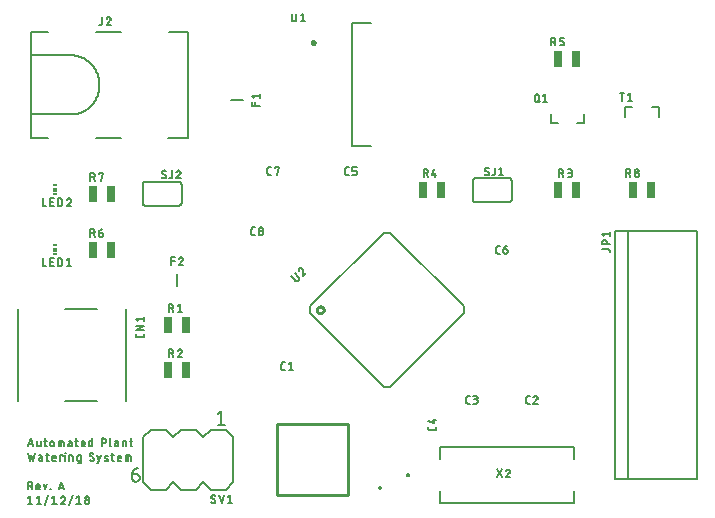
<source format=gbr>
G04 EAGLE Gerber X2 export*
%TF.Part,Single*%
%TF.FileFunction,Legend,Top,1*%
%TF.FilePolarity,Positive*%
%TF.GenerationSoftware,Autodesk,EAGLE,9.2.2*%
%TF.CreationDate,2018-11-13T01:57:23Z*%
G75*
%MOMM*%
%FSLAX34Y34*%
%LPD*%
%INSilkscreen Top*%
%AMOC8*
5,1,8,0,0,1.08239X$1,22.5*%
G01*
%ADD10C,0.152400*%
%ADD11C,0.127000*%
%ADD12C,0.200000*%
%ADD13C,0.203200*%
%ADD14R,0.300000X0.150000*%
%ADD15R,0.300000X0.300000*%
%ADD16R,0.650000X1.400000*%
%ADD17C,0.254000*%
%ADD18C,0.150000*%
%ADD19C,0.250000*%


D10*
X89662Y163830D02*
X91863Y170434D01*
X94065Y163830D01*
X93514Y165481D02*
X90212Y165481D01*
X97467Y164931D02*
X97467Y168233D01*
X97467Y164931D02*
X97469Y164867D01*
X97474Y164803D01*
X97484Y164740D01*
X97497Y164677D01*
X97513Y164615D01*
X97533Y164554D01*
X97557Y164495D01*
X97584Y164437D01*
X97615Y164381D01*
X97648Y164326D01*
X97685Y164274D01*
X97725Y164223D01*
X97767Y164175D01*
X97812Y164130D01*
X97860Y164088D01*
X97911Y164048D01*
X97963Y164011D01*
X98018Y163978D01*
X98074Y163947D01*
X98132Y163920D01*
X98191Y163896D01*
X98252Y163876D01*
X98314Y163860D01*
X98377Y163847D01*
X98440Y163837D01*
X98504Y163832D01*
X98568Y163830D01*
X100402Y163830D01*
X100402Y168233D01*
X103343Y168233D02*
X105545Y168233D01*
X104077Y170434D02*
X104077Y164931D01*
X104079Y164867D01*
X104084Y164803D01*
X104094Y164740D01*
X104107Y164677D01*
X104123Y164615D01*
X104143Y164554D01*
X104167Y164495D01*
X104194Y164437D01*
X104225Y164381D01*
X104258Y164326D01*
X104295Y164274D01*
X104335Y164223D01*
X104377Y164175D01*
X104422Y164130D01*
X104470Y164088D01*
X104521Y164048D01*
X104573Y164011D01*
X104628Y163978D01*
X104684Y163947D01*
X104742Y163920D01*
X104801Y163896D01*
X104862Y163876D01*
X104924Y163860D01*
X104987Y163847D01*
X105050Y163837D01*
X105114Y163832D01*
X105178Y163830D01*
X105545Y163830D01*
X108684Y165298D02*
X108684Y166765D01*
X108683Y166765D02*
X108685Y166841D01*
X108691Y166916D01*
X108700Y166991D01*
X108714Y167065D01*
X108731Y167139D01*
X108753Y167211D01*
X108777Y167283D01*
X108806Y167353D01*
X108838Y167421D01*
X108873Y167488D01*
X108912Y167553D01*
X108955Y167616D01*
X109000Y167676D01*
X109048Y167734D01*
X109100Y167790D01*
X109154Y167842D01*
X109211Y167892D01*
X109270Y167939D01*
X109331Y167983D01*
X109395Y168024D01*
X109461Y168061D01*
X109529Y168095D01*
X109598Y168125D01*
X109669Y168152D01*
X109741Y168175D01*
X109814Y168194D01*
X109888Y168209D01*
X109963Y168221D01*
X110038Y168229D01*
X110113Y168233D01*
X110189Y168233D01*
X110264Y168229D01*
X110339Y168221D01*
X110414Y168209D01*
X110488Y168194D01*
X110561Y168175D01*
X110633Y168152D01*
X110704Y168125D01*
X110773Y168095D01*
X110841Y168061D01*
X110907Y168024D01*
X110971Y167983D01*
X111032Y167939D01*
X111091Y167892D01*
X111148Y167842D01*
X111202Y167790D01*
X111254Y167734D01*
X111302Y167676D01*
X111347Y167616D01*
X111390Y167553D01*
X111429Y167488D01*
X111464Y167421D01*
X111496Y167353D01*
X111525Y167283D01*
X111549Y167211D01*
X111571Y167139D01*
X111588Y167065D01*
X111602Y166991D01*
X111611Y166916D01*
X111617Y166841D01*
X111619Y166765D01*
X111619Y165298D01*
X111617Y165222D01*
X111611Y165147D01*
X111602Y165072D01*
X111588Y164998D01*
X111571Y164924D01*
X111549Y164852D01*
X111525Y164780D01*
X111496Y164710D01*
X111464Y164642D01*
X111429Y164575D01*
X111390Y164510D01*
X111347Y164447D01*
X111302Y164387D01*
X111254Y164329D01*
X111202Y164273D01*
X111148Y164221D01*
X111091Y164171D01*
X111032Y164124D01*
X110971Y164080D01*
X110907Y164039D01*
X110841Y164002D01*
X110773Y163968D01*
X110704Y163938D01*
X110633Y163911D01*
X110561Y163888D01*
X110488Y163869D01*
X110414Y163854D01*
X110339Y163842D01*
X110264Y163834D01*
X110189Y163830D01*
X110113Y163830D01*
X110038Y163834D01*
X109963Y163842D01*
X109888Y163854D01*
X109814Y163869D01*
X109741Y163888D01*
X109669Y163911D01*
X109598Y163938D01*
X109529Y163968D01*
X109461Y164002D01*
X109395Y164039D01*
X109331Y164080D01*
X109270Y164124D01*
X109211Y164171D01*
X109154Y164221D01*
X109100Y164273D01*
X109048Y164329D01*
X109000Y164387D01*
X108955Y164447D01*
X108912Y164510D01*
X108873Y164575D01*
X108838Y164642D01*
X108806Y164710D01*
X108777Y164780D01*
X108753Y164852D01*
X108731Y164924D01*
X108714Y164998D01*
X108700Y165072D01*
X108691Y165147D01*
X108685Y165222D01*
X108683Y165298D01*
X115509Y163830D02*
X115509Y168233D01*
X118811Y168233D01*
X118875Y168231D01*
X118939Y168226D01*
X119002Y168216D01*
X119065Y168203D01*
X119127Y168187D01*
X119188Y168167D01*
X119247Y168143D01*
X119305Y168116D01*
X119362Y168085D01*
X119416Y168052D01*
X119468Y168015D01*
X119519Y167975D01*
X119567Y167933D01*
X119612Y167888D01*
X119654Y167840D01*
X119694Y167789D01*
X119731Y167737D01*
X119764Y167683D01*
X119795Y167626D01*
X119822Y167568D01*
X119846Y167509D01*
X119866Y167448D01*
X119882Y167386D01*
X119895Y167323D01*
X119905Y167260D01*
X119910Y167196D01*
X119912Y167132D01*
X119912Y163830D01*
X117710Y163830D02*
X117710Y168233D01*
X125023Y166398D02*
X126674Y166398D01*
X125023Y166398D02*
X124952Y166396D01*
X124882Y166390D01*
X124812Y166380D01*
X124742Y166367D01*
X124674Y166350D01*
X124606Y166328D01*
X124540Y166304D01*
X124475Y166275D01*
X124412Y166243D01*
X124351Y166208D01*
X124291Y166169D01*
X124234Y166127D01*
X124180Y166082D01*
X124128Y166034D01*
X124078Y165984D01*
X124032Y165930D01*
X123988Y165874D01*
X123948Y165816D01*
X123911Y165756D01*
X123877Y165694D01*
X123847Y165630D01*
X123821Y165564D01*
X123798Y165497D01*
X123778Y165429D01*
X123763Y165360D01*
X123751Y165290D01*
X123743Y165220D01*
X123739Y165149D01*
X123739Y165079D01*
X123743Y165008D01*
X123751Y164938D01*
X123763Y164868D01*
X123778Y164799D01*
X123798Y164731D01*
X123821Y164664D01*
X123847Y164598D01*
X123877Y164534D01*
X123911Y164472D01*
X123948Y164412D01*
X123988Y164354D01*
X124032Y164298D01*
X124078Y164244D01*
X124128Y164194D01*
X124180Y164146D01*
X124234Y164101D01*
X124291Y164059D01*
X124351Y164020D01*
X124412Y163985D01*
X124475Y163953D01*
X124540Y163924D01*
X124606Y163900D01*
X124674Y163878D01*
X124742Y163861D01*
X124812Y163848D01*
X124882Y163838D01*
X124952Y163832D01*
X125023Y163830D01*
X126674Y163830D01*
X126674Y167132D01*
X126672Y167196D01*
X126667Y167260D01*
X126657Y167323D01*
X126644Y167386D01*
X126628Y167448D01*
X126608Y167509D01*
X126584Y167568D01*
X126557Y167626D01*
X126526Y167683D01*
X126493Y167737D01*
X126456Y167789D01*
X126416Y167840D01*
X126374Y167888D01*
X126329Y167933D01*
X126281Y167975D01*
X126230Y168015D01*
X126178Y168052D01*
X126124Y168085D01*
X126067Y168116D01*
X126009Y168143D01*
X125950Y168167D01*
X125889Y168187D01*
X125827Y168203D01*
X125764Y168216D01*
X125701Y168226D01*
X125637Y168231D01*
X125573Y168233D01*
X124106Y168233D01*
X129678Y168233D02*
X131879Y168233D01*
X130412Y170434D02*
X130412Y164931D01*
X130414Y164867D01*
X130419Y164803D01*
X130429Y164740D01*
X130442Y164677D01*
X130458Y164615D01*
X130478Y164554D01*
X130502Y164495D01*
X130529Y164437D01*
X130560Y164381D01*
X130593Y164326D01*
X130630Y164274D01*
X130670Y164223D01*
X130712Y164175D01*
X130757Y164130D01*
X130805Y164088D01*
X130856Y164048D01*
X130908Y164011D01*
X130963Y163978D01*
X131019Y163947D01*
X131077Y163920D01*
X131136Y163896D01*
X131197Y163876D01*
X131259Y163860D01*
X131322Y163847D01*
X131385Y163837D01*
X131449Y163832D01*
X131513Y163830D01*
X131879Y163830D01*
X136119Y163830D02*
X137953Y163830D01*
X136119Y163830D02*
X136055Y163832D01*
X135991Y163837D01*
X135928Y163847D01*
X135865Y163860D01*
X135803Y163876D01*
X135742Y163896D01*
X135683Y163920D01*
X135625Y163947D01*
X135569Y163978D01*
X135514Y164011D01*
X135462Y164048D01*
X135411Y164088D01*
X135363Y164130D01*
X135318Y164175D01*
X135276Y164223D01*
X135236Y164274D01*
X135199Y164326D01*
X135166Y164381D01*
X135135Y164437D01*
X135108Y164495D01*
X135084Y164554D01*
X135064Y164615D01*
X135048Y164677D01*
X135035Y164740D01*
X135025Y164803D01*
X135020Y164867D01*
X135018Y164931D01*
X135018Y166765D01*
X135020Y166841D01*
X135026Y166916D01*
X135035Y166991D01*
X135049Y167065D01*
X135066Y167139D01*
X135088Y167211D01*
X135112Y167283D01*
X135141Y167353D01*
X135173Y167421D01*
X135208Y167488D01*
X135247Y167553D01*
X135290Y167616D01*
X135335Y167676D01*
X135383Y167734D01*
X135435Y167790D01*
X135489Y167842D01*
X135546Y167892D01*
X135605Y167939D01*
X135666Y167983D01*
X135730Y168024D01*
X135796Y168061D01*
X135864Y168095D01*
X135933Y168125D01*
X136004Y168152D01*
X136076Y168175D01*
X136149Y168194D01*
X136223Y168209D01*
X136298Y168221D01*
X136373Y168229D01*
X136448Y168233D01*
X136524Y168233D01*
X136599Y168229D01*
X136674Y168221D01*
X136749Y168209D01*
X136823Y168194D01*
X136896Y168175D01*
X136968Y168152D01*
X137039Y168125D01*
X137108Y168095D01*
X137176Y168061D01*
X137242Y168024D01*
X137306Y167983D01*
X137367Y167939D01*
X137426Y167892D01*
X137483Y167842D01*
X137537Y167790D01*
X137589Y167734D01*
X137637Y167676D01*
X137682Y167616D01*
X137725Y167553D01*
X137764Y167488D01*
X137799Y167421D01*
X137831Y167353D01*
X137860Y167283D01*
X137884Y167211D01*
X137906Y167139D01*
X137923Y167065D01*
X137937Y166991D01*
X137946Y166916D01*
X137952Y166841D01*
X137954Y166765D01*
X137953Y166765D02*
X137953Y166031D01*
X135018Y166031D01*
X144230Y163830D02*
X144230Y170434D01*
X144230Y163830D02*
X142396Y163830D01*
X142332Y163832D01*
X142268Y163837D01*
X142205Y163847D01*
X142142Y163860D01*
X142080Y163876D01*
X142019Y163896D01*
X141960Y163920D01*
X141902Y163947D01*
X141846Y163978D01*
X141791Y164011D01*
X141739Y164048D01*
X141688Y164088D01*
X141640Y164130D01*
X141595Y164175D01*
X141553Y164223D01*
X141513Y164274D01*
X141476Y164326D01*
X141443Y164381D01*
X141412Y164437D01*
X141385Y164495D01*
X141361Y164554D01*
X141341Y164615D01*
X141325Y164677D01*
X141312Y164740D01*
X141302Y164803D01*
X141297Y164867D01*
X141295Y164931D01*
X141295Y167132D01*
X141297Y167196D01*
X141302Y167260D01*
X141312Y167323D01*
X141325Y167386D01*
X141341Y167448D01*
X141361Y167509D01*
X141385Y167568D01*
X141412Y167626D01*
X141443Y167683D01*
X141476Y167737D01*
X141513Y167789D01*
X141553Y167840D01*
X141595Y167888D01*
X141640Y167933D01*
X141688Y167975D01*
X141739Y168015D01*
X141791Y168052D01*
X141846Y168086D01*
X141902Y168116D01*
X141960Y168143D01*
X142019Y168167D01*
X142080Y168187D01*
X142142Y168203D01*
X142205Y168216D01*
X142268Y168226D01*
X142332Y168231D01*
X142396Y168233D01*
X144230Y168233D01*
X152389Y170434D02*
X152389Y163830D01*
X152389Y170434D02*
X154224Y170434D01*
X154309Y170432D01*
X154393Y170426D01*
X154477Y170416D01*
X154561Y170403D01*
X154644Y170385D01*
X154726Y170364D01*
X154807Y170339D01*
X154887Y170310D01*
X154965Y170278D01*
X155041Y170242D01*
X155116Y170202D01*
X155189Y170159D01*
X155260Y170113D01*
X155329Y170064D01*
X155396Y170011D01*
X155460Y169955D01*
X155521Y169897D01*
X155579Y169836D01*
X155635Y169772D01*
X155688Y169705D01*
X155737Y169636D01*
X155783Y169565D01*
X155826Y169492D01*
X155866Y169417D01*
X155902Y169341D01*
X155934Y169263D01*
X155963Y169183D01*
X155988Y169102D01*
X156009Y169020D01*
X156027Y168937D01*
X156040Y168853D01*
X156050Y168769D01*
X156056Y168685D01*
X156058Y168600D01*
X156056Y168515D01*
X156050Y168431D01*
X156040Y168347D01*
X156027Y168263D01*
X156009Y168180D01*
X155988Y168098D01*
X155963Y168017D01*
X155934Y167937D01*
X155902Y167859D01*
X155866Y167783D01*
X155826Y167708D01*
X155783Y167635D01*
X155737Y167564D01*
X155688Y167495D01*
X155635Y167428D01*
X155579Y167364D01*
X155521Y167303D01*
X155460Y167245D01*
X155396Y167189D01*
X155329Y167136D01*
X155260Y167087D01*
X155189Y167041D01*
X155116Y166998D01*
X155041Y166958D01*
X154965Y166922D01*
X154887Y166890D01*
X154807Y166861D01*
X154726Y166836D01*
X154644Y166815D01*
X154561Y166797D01*
X154477Y166784D01*
X154393Y166774D01*
X154309Y166768D01*
X154224Y166766D01*
X154224Y166765D02*
X152389Y166765D01*
X159155Y164931D02*
X159155Y170434D01*
X159154Y164931D02*
X159156Y164867D01*
X159161Y164803D01*
X159171Y164740D01*
X159184Y164677D01*
X159200Y164615D01*
X159220Y164554D01*
X159244Y164495D01*
X159271Y164437D01*
X159302Y164381D01*
X159335Y164326D01*
X159372Y164274D01*
X159412Y164223D01*
X159454Y164175D01*
X159499Y164130D01*
X159547Y164088D01*
X159598Y164048D01*
X159650Y164011D01*
X159705Y163978D01*
X159761Y163947D01*
X159819Y163920D01*
X159878Y163896D01*
X159939Y163876D01*
X160001Y163860D01*
X160064Y163847D01*
X160127Y163837D01*
X160191Y163832D01*
X160255Y163830D01*
X164281Y166398D02*
X165932Y166398D01*
X164281Y166398D02*
X164210Y166396D01*
X164140Y166390D01*
X164070Y166380D01*
X164000Y166367D01*
X163932Y166350D01*
X163864Y166328D01*
X163798Y166304D01*
X163733Y166275D01*
X163670Y166243D01*
X163609Y166208D01*
X163549Y166169D01*
X163492Y166127D01*
X163438Y166082D01*
X163386Y166034D01*
X163336Y165984D01*
X163290Y165930D01*
X163246Y165874D01*
X163206Y165816D01*
X163169Y165756D01*
X163135Y165694D01*
X163105Y165630D01*
X163079Y165564D01*
X163056Y165497D01*
X163036Y165429D01*
X163021Y165360D01*
X163009Y165290D01*
X163001Y165220D01*
X162997Y165149D01*
X162997Y165079D01*
X163001Y165008D01*
X163009Y164938D01*
X163021Y164868D01*
X163036Y164799D01*
X163056Y164731D01*
X163079Y164664D01*
X163105Y164598D01*
X163135Y164534D01*
X163169Y164472D01*
X163206Y164412D01*
X163246Y164354D01*
X163290Y164298D01*
X163336Y164244D01*
X163386Y164194D01*
X163438Y164146D01*
X163492Y164101D01*
X163549Y164059D01*
X163609Y164020D01*
X163670Y163985D01*
X163733Y163953D01*
X163798Y163924D01*
X163864Y163900D01*
X163932Y163878D01*
X164000Y163861D01*
X164070Y163848D01*
X164140Y163838D01*
X164210Y163832D01*
X164281Y163830D01*
X165932Y163830D01*
X165932Y167132D01*
X165930Y167196D01*
X165925Y167260D01*
X165915Y167323D01*
X165902Y167386D01*
X165886Y167448D01*
X165866Y167509D01*
X165842Y167568D01*
X165815Y167626D01*
X165784Y167683D01*
X165751Y167737D01*
X165714Y167789D01*
X165674Y167840D01*
X165632Y167888D01*
X165587Y167933D01*
X165539Y167975D01*
X165488Y168015D01*
X165436Y168052D01*
X165382Y168085D01*
X165325Y168116D01*
X165267Y168143D01*
X165208Y168167D01*
X165147Y168187D01*
X165085Y168203D01*
X165022Y168216D01*
X164959Y168226D01*
X164895Y168231D01*
X164831Y168233D01*
X163364Y168233D01*
X169887Y168233D02*
X169887Y163830D01*
X169887Y168233D02*
X171722Y168233D01*
X171786Y168231D01*
X171850Y168226D01*
X171913Y168216D01*
X171976Y168203D01*
X172038Y168187D01*
X172099Y168167D01*
X172158Y168143D01*
X172216Y168116D01*
X172273Y168085D01*
X172327Y168052D01*
X172379Y168015D01*
X172430Y167975D01*
X172478Y167933D01*
X172523Y167888D01*
X172565Y167840D01*
X172605Y167789D01*
X172642Y167737D01*
X172675Y167683D01*
X172706Y167626D01*
X172733Y167568D01*
X172757Y167509D01*
X172777Y167448D01*
X172793Y167386D01*
X172806Y167323D01*
X172816Y167260D01*
X172821Y167196D01*
X172823Y167132D01*
X172822Y167132D02*
X172822Y163830D01*
X175764Y168233D02*
X177965Y168233D01*
X176497Y170434D02*
X176497Y164931D01*
X176499Y164867D01*
X176504Y164803D01*
X176514Y164740D01*
X176527Y164677D01*
X176543Y164615D01*
X176563Y164554D01*
X176587Y164495D01*
X176614Y164437D01*
X176645Y164381D01*
X176678Y164326D01*
X176715Y164274D01*
X176755Y164223D01*
X176797Y164175D01*
X176842Y164130D01*
X176890Y164088D01*
X176941Y164048D01*
X176993Y164011D01*
X177048Y163978D01*
X177104Y163947D01*
X177162Y163920D01*
X177221Y163896D01*
X177282Y163876D01*
X177344Y163860D01*
X177407Y163847D01*
X177470Y163837D01*
X177534Y163832D01*
X177598Y163830D01*
X177965Y163830D01*
X91130Y151638D02*
X89662Y158242D01*
X92597Y156041D02*
X91130Y151638D01*
X94065Y151638D02*
X92597Y156041D01*
X95532Y158242D02*
X94065Y151638D01*
X100154Y154206D02*
X101805Y154206D01*
X100154Y154206D02*
X100083Y154204D01*
X100013Y154198D01*
X99943Y154188D01*
X99873Y154175D01*
X99805Y154158D01*
X99737Y154136D01*
X99671Y154112D01*
X99606Y154083D01*
X99543Y154051D01*
X99482Y154016D01*
X99422Y153977D01*
X99365Y153935D01*
X99311Y153890D01*
X99259Y153842D01*
X99209Y153792D01*
X99163Y153738D01*
X99119Y153682D01*
X99079Y153624D01*
X99042Y153564D01*
X99008Y153502D01*
X98978Y153438D01*
X98952Y153372D01*
X98929Y153305D01*
X98909Y153237D01*
X98894Y153168D01*
X98882Y153098D01*
X98874Y153028D01*
X98870Y152957D01*
X98870Y152887D01*
X98874Y152816D01*
X98882Y152746D01*
X98894Y152676D01*
X98909Y152607D01*
X98929Y152539D01*
X98952Y152472D01*
X98978Y152406D01*
X99008Y152342D01*
X99042Y152280D01*
X99079Y152220D01*
X99119Y152162D01*
X99163Y152106D01*
X99209Y152052D01*
X99259Y152002D01*
X99311Y151954D01*
X99365Y151909D01*
X99422Y151867D01*
X99482Y151828D01*
X99543Y151793D01*
X99606Y151761D01*
X99671Y151732D01*
X99737Y151708D01*
X99805Y151686D01*
X99873Y151669D01*
X99943Y151656D01*
X100013Y151646D01*
X100083Y151640D01*
X100154Y151638D01*
X101805Y151638D01*
X101805Y154940D01*
X101803Y155004D01*
X101798Y155068D01*
X101788Y155131D01*
X101775Y155194D01*
X101759Y155256D01*
X101739Y155317D01*
X101715Y155376D01*
X101688Y155434D01*
X101657Y155491D01*
X101624Y155545D01*
X101587Y155597D01*
X101547Y155648D01*
X101505Y155696D01*
X101460Y155741D01*
X101412Y155783D01*
X101361Y155823D01*
X101309Y155860D01*
X101255Y155893D01*
X101198Y155924D01*
X101140Y155951D01*
X101081Y155975D01*
X101020Y155995D01*
X100958Y156011D01*
X100895Y156024D01*
X100832Y156034D01*
X100768Y156039D01*
X100704Y156041D01*
X99236Y156041D01*
X104809Y156041D02*
X107010Y156041D01*
X105543Y158242D02*
X105543Y152739D01*
X105542Y152739D02*
X105544Y152675D01*
X105549Y152611D01*
X105559Y152548D01*
X105572Y152485D01*
X105588Y152423D01*
X105608Y152362D01*
X105632Y152303D01*
X105659Y152245D01*
X105690Y152189D01*
X105723Y152134D01*
X105760Y152082D01*
X105800Y152031D01*
X105842Y151983D01*
X105887Y151938D01*
X105935Y151896D01*
X105986Y151856D01*
X106038Y151819D01*
X106093Y151786D01*
X106149Y151755D01*
X106207Y151728D01*
X106266Y151704D01*
X106327Y151684D01*
X106389Y151668D01*
X106452Y151655D01*
X106515Y151645D01*
X106579Y151640D01*
X106643Y151638D01*
X107010Y151638D01*
X111250Y151638D02*
X113084Y151638D01*
X111250Y151638D02*
X111186Y151640D01*
X111122Y151645D01*
X111059Y151655D01*
X110996Y151668D01*
X110934Y151684D01*
X110873Y151704D01*
X110814Y151728D01*
X110756Y151755D01*
X110700Y151786D01*
X110645Y151819D01*
X110593Y151856D01*
X110542Y151896D01*
X110494Y151938D01*
X110449Y151983D01*
X110407Y152031D01*
X110367Y152082D01*
X110330Y152134D01*
X110297Y152189D01*
X110266Y152245D01*
X110239Y152303D01*
X110215Y152362D01*
X110195Y152423D01*
X110179Y152485D01*
X110166Y152548D01*
X110156Y152611D01*
X110151Y152675D01*
X110149Y152739D01*
X110149Y154573D01*
X110151Y154649D01*
X110157Y154724D01*
X110166Y154799D01*
X110180Y154873D01*
X110197Y154947D01*
X110219Y155019D01*
X110243Y155091D01*
X110272Y155161D01*
X110304Y155229D01*
X110339Y155296D01*
X110378Y155361D01*
X110421Y155424D01*
X110466Y155484D01*
X110514Y155542D01*
X110566Y155598D01*
X110620Y155650D01*
X110677Y155700D01*
X110736Y155747D01*
X110797Y155791D01*
X110861Y155832D01*
X110927Y155869D01*
X110995Y155903D01*
X111064Y155933D01*
X111135Y155960D01*
X111207Y155983D01*
X111280Y156002D01*
X111354Y156017D01*
X111429Y156029D01*
X111504Y156037D01*
X111579Y156041D01*
X111655Y156041D01*
X111730Y156037D01*
X111805Y156029D01*
X111880Y156017D01*
X111954Y156002D01*
X112027Y155983D01*
X112099Y155960D01*
X112170Y155933D01*
X112239Y155903D01*
X112307Y155869D01*
X112373Y155832D01*
X112437Y155791D01*
X112498Y155747D01*
X112557Y155700D01*
X112614Y155650D01*
X112668Y155598D01*
X112720Y155542D01*
X112768Y155484D01*
X112813Y155424D01*
X112856Y155361D01*
X112895Y155296D01*
X112930Y155229D01*
X112962Y155161D01*
X112991Y155091D01*
X113015Y155019D01*
X113037Y154947D01*
X113054Y154873D01*
X113068Y154799D01*
X113077Y154724D01*
X113083Y154649D01*
X113085Y154573D01*
X113084Y154573D02*
X113084Y153839D01*
X110149Y153839D01*
X116804Y151638D02*
X116804Y156041D01*
X119005Y156041D01*
X119005Y155307D01*
X121370Y156041D02*
X121370Y151638D01*
X121187Y157875D02*
X121187Y158242D01*
X121554Y158242D01*
X121554Y157875D01*
X121187Y157875D01*
X124779Y156041D02*
X124779Y151638D01*
X124779Y156041D02*
X126614Y156041D01*
X126678Y156039D01*
X126742Y156034D01*
X126805Y156024D01*
X126868Y156011D01*
X126930Y155995D01*
X126991Y155975D01*
X127050Y155951D01*
X127108Y155924D01*
X127165Y155893D01*
X127219Y155860D01*
X127271Y155823D01*
X127322Y155783D01*
X127370Y155741D01*
X127415Y155696D01*
X127457Y155648D01*
X127497Y155597D01*
X127534Y155545D01*
X127567Y155491D01*
X127598Y155434D01*
X127625Y155376D01*
X127649Y155317D01*
X127669Y155256D01*
X127685Y155194D01*
X127698Y155131D01*
X127708Y155068D01*
X127713Y155004D01*
X127715Y154940D01*
X127714Y154940D02*
X127714Y151638D01*
X132401Y151638D02*
X134235Y151638D01*
X132401Y151638D02*
X132337Y151640D01*
X132273Y151645D01*
X132210Y151655D01*
X132147Y151668D01*
X132085Y151684D01*
X132024Y151704D01*
X131965Y151728D01*
X131907Y151755D01*
X131851Y151786D01*
X131796Y151819D01*
X131744Y151856D01*
X131693Y151896D01*
X131645Y151938D01*
X131600Y151983D01*
X131558Y152031D01*
X131518Y152082D01*
X131481Y152134D01*
X131448Y152189D01*
X131417Y152245D01*
X131390Y152303D01*
X131366Y152362D01*
X131346Y152423D01*
X131330Y152485D01*
X131317Y152548D01*
X131307Y152611D01*
X131302Y152675D01*
X131300Y152739D01*
X131300Y154940D01*
X131302Y155004D01*
X131307Y155068D01*
X131317Y155131D01*
X131330Y155194D01*
X131346Y155256D01*
X131366Y155317D01*
X131390Y155376D01*
X131417Y155434D01*
X131448Y155491D01*
X131481Y155545D01*
X131518Y155597D01*
X131558Y155648D01*
X131600Y155696D01*
X131645Y155741D01*
X131693Y155783D01*
X131744Y155823D01*
X131796Y155860D01*
X131851Y155894D01*
X131907Y155924D01*
X131965Y155951D01*
X132024Y155975D01*
X132085Y155995D01*
X132147Y156011D01*
X132210Y156024D01*
X132273Y156034D01*
X132337Y156039D01*
X132401Y156041D01*
X134235Y156041D01*
X134235Y150537D01*
X134233Y150473D01*
X134228Y150409D01*
X134218Y150346D01*
X134205Y150283D01*
X134189Y150221D01*
X134169Y150160D01*
X134145Y150101D01*
X134118Y150043D01*
X134087Y149987D01*
X134054Y149932D01*
X134017Y149880D01*
X133977Y149829D01*
X133935Y149781D01*
X133890Y149736D01*
X133842Y149694D01*
X133791Y149654D01*
X133739Y149617D01*
X133685Y149584D01*
X133628Y149553D01*
X133570Y149526D01*
X133511Y149502D01*
X133450Y149482D01*
X133388Y149466D01*
X133325Y149453D01*
X133262Y149443D01*
X133198Y149438D01*
X133134Y149436D01*
X133134Y149437D02*
X131667Y149437D01*
X143926Y151638D02*
X144000Y151640D01*
X144074Y151646D01*
X144148Y151655D01*
X144221Y151668D01*
X144294Y151685D01*
X144365Y151705D01*
X144436Y151729D01*
X144505Y151757D01*
X144572Y151788D01*
X144638Y151822D01*
X144703Y151860D01*
X144765Y151901D01*
X144825Y151945D01*
X144882Y151992D01*
X144937Y152042D01*
X144990Y152095D01*
X145040Y152150D01*
X145087Y152207D01*
X145131Y152267D01*
X145172Y152329D01*
X145210Y152394D01*
X145244Y152459D01*
X145275Y152527D01*
X145303Y152596D01*
X145327Y152667D01*
X145347Y152738D01*
X145364Y152810D01*
X145377Y152884D01*
X145386Y152957D01*
X145392Y153032D01*
X145394Y153106D01*
X143926Y151638D02*
X143815Y151640D01*
X143704Y151646D01*
X143593Y151656D01*
X143482Y151670D01*
X143373Y151688D01*
X143264Y151710D01*
X143155Y151735D01*
X143048Y151765D01*
X142942Y151798D01*
X142837Y151836D01*
X142734Y151876D01*
X142632Y151921D01*
X142532Y151969D01*
X142433Y152021D01*
X142337Y152076D01*
X142242Y152135D01*
X142150Y152197D01*
X142060Y152263D01*
X141972Y152331D01*
X141887Y152403D01*
X141805Y152478D01*
X141725Y152555D01*
X141908Y156774D02*
X141910Y156848D01*
X141916Y156923D01*
X141925Y156996D01*
X141938Y157070D01*
X141955Y157142D01*
X141975Y157213D01*
X141999Y157284D01*
X142027Y157353D01*
X142058Y157420D01*
X142092Y157486D01*
X142130Y157551D01*
X142171Y157613D01*
X142215Y157673D01*
X142262Y157730D01*
X142312Y157785D01*
X142365Y157838D01*
X142420Y157888D01*
X142477Y157935D01*
X142537Y157979D01*
X142599Y158020D01*
X142664Y158058D01*
X142730Y158092D01*
X142797Y158123D01*
X142866Y158151D01*
X142937Y158175D01*
X143008Y158195D01*
X143080Y158212D01*
X143154Y158225D01*
X143227Y158234D01*
X143302Y158240D01*
X143376Y158242D01*
X143480Y158240D01*
X143584Y158234D01*
X143688Y158224D01*
X143791Y158211D01*
X143894Y158193D01*
X143996Y158171D01*
X144097Y158146D01*
X144197Y158117D01*
X144296Y158084D01*
X144393Y158047D01*
X144489Y158007D01*
X144584Y157963D01*
X144676Y157915D01*
X144767Y157865D01*
X144856Y157810D01*
X144943Y157753D01*
X145027Y157692D01*
X142642Y155489D02*
X142579Y155528D01*
X142519Y155570D01*
X142461Y155615D01*
X142404Y155663D01*
X142351Y155714D01*
X142300Y155767D01*
X142251Y155822D01*
X142206Y155880D01*
X142163Y155940D01*
X142123Y156002D01*
X142087Y156066D01*
X142053Y156132D01*
X142023Y156200D01*
X141996Y156268D01*
X141973Y156338D01*
X141953Y156409D01*
X141937Y156481D01*
X141924Y156554D01*
X141915Y156627D01*
X141910Y156700D01*
X141908Y156774D01*
X144660Y154391D02*
X144723Y154352D01*
X144783Y154310D01*
X144842Y154265D01*
X144898Y154217D01*
X144951Y154166D01*
X145002Y154113D01*
X145051Y154058D01*
X145096Y154000D01*
X145139Y153940D01*
X145179Y153878D01*
X145215Y153814D01*
X145249Y153748D01*
X145279Y153680D01*
X145306Y153612D01*
X145329Y153542D01*
X145349Y153471D01*
X145365Y153399D01*
X145378Y153326D01*
X145387Y153253D01*
X145392Y153180D01*
X145394Y153106D01*
X144660Y154390D02*
X142642Y155490D01*
X148432Y149437D02*
X149165Y149437D01*
X151367Y156041D01*
X148432Y156041D02*
X149899Y151638D01*
X155078Y154206D02*
X156912Y153472D01*
X155078Y154206D02*
X155022Y154231D01*
X154967Y154259D01*
X154915Y154290D01*
X154864Y154325D01*
X154816Y154364D01*
X154771Y154405D01*
X154728Y154449D01*
X154688Y154496D01*
X154651Y154545D01*
X154618Y154596D01*
X154588Y154650D01*
X154561Y154705D01*
X154538Y154762D01*
X154519Y154820D01*
X154503Y154879D01*
X154492Y154940D01*
X154484Y155001D01*
X154480Y155062D01*
X154481Y155123D01*
X154485Y155184D01*
X154493Y155245D01*
X154505Y155306D01*
X154521Y155365D01*
X154541Y155423D01*
X154564Y155480D01*
X154591Y155535D01*
X154621Y155588D01*
X154655Y155639D01*
X154692Y155688D01*
X154733Y155734D01*
X154776Y155778D01*
X154822Y155819D01*
X154870Y155857D01*
X154921Y155891D01*
X154973Y155923D01*
X155028Y155950D01*
X155084Y155975D01*
X155142Y155995D01*
X155201Y156012D01*
X155261Y156025D01*
X155322Y156034D01*
X155383Y156039D01*
X155445Y156040D01*
X155445Y156041D02*
X155566Y156037D01*
X155688Y156030D01*
X155809Y156019D01*
X155930Y156005D01*
X156050Y155988D01*
X156170Y155966D01*
X156289Y155942D01*
X156407Y155914D01*
X156525Y155882D01*
X156641Y155847D01*
X156757Y155809D01*
X156871Y155767D01*
X156984Y155722D01*
X157096Y155674D01*
X156912Y153472D02*
X156968Y153447D01*
X157023Y153419D01*
X157076Y153388D01*
X157126Y153353D01*
X157174Y153314D01*
X157220Y153273D01*
X157262Y153229D01*
X157302Y153182D01*
X157339Y153133D01*
X157372Y153082D01*
X157402Y153028D01*
X157429Y152973D01*
X157452Y152916D01*
X157471Y152858D01*
X157487Y152799D01*
X157498Y152738D01*
X157506Y152677D01*
X157510Y152616D01*
X157509Y152555D01*
X157505Y152494D01*
X157497Y152433D01*
X157485Y152372D01*
X157469Y152313D01*
X157449Y152255D01*
X157426Y152198D01*
X157399Y152143D01*
X157369Y152090D01*
X157335Y152039D01*
X157298Y151990D01*
X157257Y151944D01*
X157214Y151900D01*
X157169Y151859D01*
X157120Y151821D01*
X157069Y151787D01*
X157017Y151755D01*
X156962Y151728D01*
X156906Y151703D01*
X156848Y151683D01*
X156789Y151666D01*
X156729Y151653D01*
X156668Y151644D01*
X156607Y151639D01*
X156545Y151638D01*
X156545Y151639D02*
X156398Y151642D01*
X156251Y151650D01*
X156104Y151661D01*
X155958Y151675D01*
X155812Y151693D01*
X155666Y151714D01*
X155521Y151738D01*
X155377Y151766D01*
X155233Y151798D01*
X155090Y151833D01*
X154948Y151871D01*
X154807Y151912D01*
X154666Y151957D01*
X154527Y152005D01*
X160160Y156041D02*
X162362Y156041D01*
X160894Y158242D02*
X160894Y152739D01*
X160896Y152675D01*
X160901Y152611D01*
X160911Y152548D01*
X160924Y152485D01*
X160940Y152423D01*
X160960Y152362D01*
X160984Y152303D01*
X161011Y152245D01*
X161042Y152189D01*
X161075Y152134D01*
X161112Y152082D01*
X161152Y152031D01*
X161194Y151983D01*
X161239Y151938D01*
X161287Y151896D01*
X161338Y151856D01*
X161390Y151819D01*
X161445Y151786D01*
X161501Y151755D01*
X161559Y151728D01*
X161618Y151704D01*
X161679Y151684D01*
X161741Y151668D01*
X161804Y151655D01*
X161867Y151645D01*
X161931Y151640D01*
X161995Y151638D01*
X162362Y151638D01*
X166601Y151638D02*
X168436Y151638D01*
X166601Y151638D02*
X166537Y151640D01*
X166473Y151645D01*
X166410Y151655D01*
X166347Y151668D01*
X166285Y151684D01*
X166224Y151704D01*
X166165Y151728D01*
X166107Y151755D01*
X166051Y151786D01*
X165996Y151819D01*
X165944Y151856D01*
X165893Y151896D01*
X165845Y151938D01*
X165800Y151983D01*
X165758Y152031D01*
X165718Y152082D01*
X165681Y152134D01*
X165648Y152189D01*
X165617Y152245D01*
X165590Y152303D01*
X165566Y152362D01*
X165546Y152423D01*
X165530Y152485D01*
X165517Y152548D01*
X165507Y152611D01*
X165502Y152675D01*
X165500Y152739D01*
X165500Y154573D01*
X165502Y154649D01*
X165508Y154724D01*
X165517Y154799D01*
X165531Y154873D01*
X165548Y154947D01*
X165570Y155019D01*
X165594Y155091D01*
X165623Y155161D01*
X165655Y155229D01*
X165690Y155296D01*
X165729Y155361D01*
X165772Y155424D01*
X165817Y155484D01*
X165865Y155542D01*
X165917Y155598D01*
X165971Y155650D01*
X166028Y155700D01*
X166087Y155747D01*
X166148Y155791D01*
X166212Y155832D01*
X166278Y155869D01*
X166346Y155903D01*
X166415Y155933D01*
X166486Y155960D01*
X166558Y155983D01*
X166631Y156002D01*
X166705Y156017D01*
X166780Y156029D01*
X166855Y156037D01*
X166930Y156041D01*
X167006Y156041D01*
X167081Y156037D01*
X167156Y156029D01*
X167231Y156017D01*
X167305Y156002D01*
X167378Y155983D01*
X167450Y155960D01*
X167521Y155933D01*
X167590Y155903D01*
X167658Y155869D01*
X167724Y155832D01*
X167788Y155791D01*
X167849Y155747D01*
X167908Y155700D01*
X167965Y155650D01*
X168019Y155598D01*
X168071Y155542D01*
X168119Y155484D01*
X168164Y155424D01*
X168207Y155361D01*
X168246Y155296D01*
X168281Y155229D01*
X168313Y155161D01*
X168342Y155091D01*
X168366Y155019D01*
X168388Y154947D01*
X168405Y154873D01*
X168419Y154799D01*
X168428Y154724D01*
X168434Y154649D01*
X168436Y154573D01*
X168436Y153839D01*
X165500Y153839D01*
X172326Y151638D02*
X172326Y156041D01*
X175628Y156041D01*
X175692Y156039D01*
X175756Y156034D01*
X175819Y156024D01*
X175882Y156011D01*
X175944Y155995D01*
X176005Y155975D01*
X176064Y155951D01*
X176122Y155924D01*
X176179Y155893D01*
X176233Y155860D01*
X176285Y155823D01*
X176336Y155783D01*
X176384Y155741D01*
X176429Y155696D01*
X176471Y155648D01*
X176511Y155597D01*
X176548Y155545D01*
X176581Y155491D01*
X176612Y155434D01*
X176639Y155376D01*
X176663Y155317D01*
X176683Y155256D01*
X176699Y155194D01*
X176712Y155131D01*
X176722Y155068D01*
X176727Y155004D01*
X176729Y154940D01*
X176728Y154940D02*
X176728Y151638D01*
X174527Y151638D02*
X174527Y156041D01*
X89662Y133858D02*
X89662Y127254D01*
X89662Y133858D02*
X91496Y133858D01*
X91581Y133856D01*
X91665Y133850D01*
X91749Y133840D01*
X91833Y133827D01*
X91916Y133809D01*
X91998Y133788D01*
X92079Y133763D01*
X92159Y133734D01*
X92237Y133702D01*
X92313Y133666D01*
X92388Y133626D01*
X92461Y133583D01*
X92532Y133537D01*
X92601Y133488D01*
X92668Y133435D01*
X92732Y133379D01*
X92793Y133321D01*
X92851Y133260D01*
X92907Y133196D01*
X92960Y133129D01*
X93009Y133060D01*
X93055Y132989D01*
X93098Y132916D01*
X93138Y132841D01*
X93174Y132765D01*
X93206Y132687D01*
X93235Y132607D01*
X93260Y132526D01*
X93281Y132444D01*
X93299Y132361D01*
X93312Y132277D01*
X93322Y132193D01*
X93328Y132109D01*
X93330Y132024D01*
X93328Y131939D01*
X93322Y131855D01*
X93312Y131771D01*
X93299Y131687D01*
X93281Y131604D01*
X93260Y131522D01*
X93235Y131441D01*
X93206Y131361D01*
X93174Y131283D01*
X93138Y131207D01*
X93098Y131132D01*
X93055Y131059D01*
X93009Y130988D01*
X92960Y130919D01*
X92907Y130852D01*
X92851Y130788D01*
X92793Y130727D01*
X92732Y130669D01*
X92668Y130613D01*
X92601Y130560D01*
X92532Y130511D01*
X92461Y130465D01*
X92388Y130422D01*
X92313Y130382D01*
X92237Y130346D01*
X92159Y130314D01*
X92079Y130285D01*
X91998Y130260D01*
X91916Y130239D01*
X91833Y130221D01*
X91749Y130208D01*
X91665Y130198D01*
X91581Y130192D01*
X91496Y130190D01*
X91496Y130189D02*
X89662Y130189D01*
X91863Y130189D02*
X93331Y127254D01*
X97878Y127254D02*
X99713Y127254D01*
X97878Y127254D02*
X97814Y127256D01*
X97750Y127261D01*
X97687Y127271D01*
X97624Y127284D01*
X97562Y127300D01*
X97501Y127320D01*
X97442Y127344D01*
X97384Y127371D01*
X97328Y127402D01*
X97273Y127435D01*
X97221Y127472D01*
X97170Y127512D01*
X97122Y127554D01*
X97077Y127599D01*
X97035Y127647D01*
X96995Y127698D01*
X96958Y127750D01*
X96925Y127805D01*
X96894Y127861D01*
X96867Y127919D01*
X96843Y127978D01*
X96823Y128039D01*
X96807Y128101D01*
X96794Y128164D01*
X96784Y128227D01*
X96779Y128291D01*
X96777Y128355D01*
X96778Y128355D02*
X96778Y130189D01*
X96777Y130189D02*
X96779Y130265D01*
X96785Y130340D01*
X96794Y130415D01*
X96808Y130489D01*
X96825Y130563D01*
X96847Y130635D01*
X96871Y130707D01*
X96900Y130777D01*
X96932Y130845D01*
X96967Y130912D01*
X97006Y130977D01*
X97049Y131040D01*
X97094Y131100D01*
X97142Y131158D01*
X97194Y131214D01*
X97248Y131266D01*
X97305Y131316D01*
X97364Y131363D01*
X97425Y131407D01*
X97489Y131448D01*
X97555Y131485D01*
X97623Y131519D01*
X97692Y131549D01*
X97763Y131576D01*
X97835Y131599D01*
X97908Y131618D01*
X97982Y131633D01*
X98057Y131645D01*
X98132Y131653D01*
X98207Y131657D01*
X98283Y131657D01*
X98358Y131653D01*
X98433Y131645D01*
X98508Y131633D01*
X98582Y131618D01*
X98655Y131599D01*
X98727Y131576D01*
X98798Y131549D01*
X98867Y131519D01*
X98935Y131485D01*
X99001Y131448D01*
X99065Y131407D01*
X99126Y131363D01*
X99185Y131316D01*
X99242Y131266D01*
X99296Y131214D01*
X99348Y131158D01*
X99396Y131100D01*
X99441Y131040D01*
X99484Y130977D01*
X99523Y130912D01*
X99558Y130845D01*
X99590Y130777D01*
X99619Y130707D01*
X99643Y130635D01*
X99665Y130563D01*
X99682Y130489D01*
X99696Y130415D01*
X99705Y130340D01*
X99711Y130265D01*
X99713Y130189D01*
X99713Y129455D01*
X96778Y129455D01*
X102874Y131657D02*
X104341Y127254D01*
X105809Y131657D01*
X108547Y127621D02*
X108547Y127254D01*
X108547Y127621D02*
X108914Y127621D01*
X108914Y127254D01*
X108547Y127254D01*
X115551Y127254D02*
X117752Y133858D01*
X119954Y127254D01*
X119403Y128905D02*
X116101Y128905D01*
X91496Y121666D02*
X89662Y120198D01*
X91496Y121666D02*
X91496Y115062D01*
X89662Y115062D02*
X93331Y115062D01*
X96977Y120198D02*
X98812Y121666D01*
X98812Y115062D01*
X100646Y115062D02*
X96977Y115062D01*
X103928Y114328D02*
X106863Y122400D01*
X110145Y120198D02*
X111979Y121666D01*
X111979Y115062D01*
X110145Y115062D02*
X113813Y115062D01*
X119478Y121666D02*
X119557Y121664D01*
X119635Y121659D01*
X119713Y121649D01*
X119790Y121636D01*
X119867Y121619D01*
X119943Y121599D01*
X120018Y121575D01*
X120092Y121548D01*
X120164Y121517D01*
X120235Y121482D01*
X120304Y121445D01*
X120371Y121404D01*
X120436Y121360D01*
X120499Y121313D01*
X120559Y121263D01*
X120617Y121210D01*
X120673Y121154D01*
X120726Y121096D01*
X120776Y121036D01*
X120823Y120973D01*
X120867Y120908D01*
X120908Y120841D01*
X120945Y120772D01*
X120980Y120701D01*
X121011Y120629D01*
X121038Y120555D01*
X121062Y120480D01*
X121082Y120404D01*
X121099Y120327D01*
X121112Y120250D01*
X121122Y120172D01*
X121127Y120094D01*
X121129Y120015D01*
X119478Y121666D02*
X119389Y121664D01*
X119300Y121659D01*
X119212Y121649D01*
X119124Y121636D01*
X119037Y121620D01*
X118950Y121599D01*
X118865Y121575D01*
X118780Y121548D01*
X118697Y121517D01*
X118615Y121482D01*
X118534Y121444D01*
X118455Y121403D01*
X118379Y121359D01*
X118303Y121311D01*
X118230Y121260D01*
X118160Y121207D01*
X118091Y121150D01*
X118025Y121090D01*
X117962Y121028D01*
X117901Y120963D01*
X117843Y120896D01*
X117788Y120826D01*
X117735Y120754D01*
X117686Y120680D01*
X117640Y120604D01*
X117598Y120526D01*
X117558Y120446D01*
X117522Y120365D01*
X117489Y120282D01*
X117460Y120198D01*
X120578Y118731D02*
X120634Y118787D01*
X120688Y118846D01*
X120739Y118907D01*
X120788Y118971D01*
X120833Y119036D01*
X120876Y119104D01*
X120915Y119173D01*
X120952Y119244D01*
X120985Y119317D01*
X121014Y119391D01*
X121041Y119466D01*
X121064Y119542D01*
X121083Y119620D01*
X121099Y119698D01*
X121112Y119776D01*
X121121Y119856D01*
X121126Y119935D01*
X121128Y120015D01*
X120578Y118731D02*
X117460Y115062D01*
X121129Y115062D01*
X124410Y114328D02*
X127345Y122400D01*
X130627Y120198D02*
X132462Y121666D01*
X132462Y115062D01*
X134296Y115062D02*
X130627Y115062D01*
X137943Y116896D02*
X137945Y116981D01*
X137951Y117065D01*
X137961Y117149D01*
X137974Y117233D01*
X137992Y117316D01*
X138013Y117398D01*
X138038Y117479D01*
X138067Y117559D01*
X138099Y117637D01*
X138135Y117713D01*
X138175Y117788D01*
X138218Y117861D01*
X138264Y117932D01*
X138313Y118001D01*
X138366Y118068D01*
X138422Y118132D01*
X138480Y118193D01*
X138541Y118251D01*
X138605Y118307D01*
X138672Y118360D01*
X138741Y118409D01*
X138812Y118455D01*
X138885Y118498D01*
X138960Y118538D01*
X139036Y118574D01*
X139114Y118606D01*
X139194Y118635D01*
X139275Y118660D01*
X139357Y118681D01*
X139440Y118699D01*
X139524Y118712D01*
X139608Y118722D01*
X139692Y118728D01*
X139777Y118730D01*
X139862Y118728D01*
X139946Y118722D01*
X140030Y118712D01*
X140114Y118699D01*
X140197Y118681D01*
X140279Y118660D01*
X140360Y118635D01*
X140440Y118606D01*
X140518Y118574D01*
X140594Y118538D01*
X140669Y118498D01*
X140742Y118455D01*
X140813Y118409D01*
X140882Y118360D01*
X140949Y118307D01*
X141013Y118251D01*
X141074Y118193D01*
X141132Y118132D01*
X141188Y118068D01*
X141241Y118001D01*
X141290Y117932D01*
X141336Y117861D01*
X141379Y117788D01*
X141419Y117713D01*
X141455Y117637D01*
X141487Y117559D01*
X141516Y117479D01*
X141541Y117398D01*
X141562Y117316D01*
X141580Y117233D01*
X141593Y117149D01*
X141603Y117065D01*
X141609Y116981D01*
X141611Y116896D01*
X141609Y116811D01*
X141603Y116727D01*
X141593Y116643D01*
X141580Y116559D01*
X141562Y116476D01*
X141541Y116394D01*
X141516Y116313D01*
X141487Y116233D01*
X141455Y116155D01*
X141419Y116079D01*
X141379Y116004D01*
X141336Y115931D01*
X141290Y115860D01*
X141241Y115791D01*
X141188Y115724D01*
X141132Y115660D01*
X141074Y115599D01*
X141013Y115541D01*
X140949Y115485D01*
X140882Y115432D01*
X140813Y115383D01*
X140742Y115337D01*
X140669Y115294D01*
X140594Y115254D01*
X140518Y115218D01*
X140440Y115186D01*
X140360Y115157D01*
X140279Y115132D01*
X140197Y115111D01*
X140114Y115093D01*
X140030Y115080D01*
X139946Y115070D01*
X139862Y115064D01*
X139777Y115062D01*
X139692Y115064D01*
X139608Y115070D01*
X139524Y115080D01*
X139440Y115093D01*
X139357Y115111D01*
X139275Y115132D01*
X139194Y115157D01*
X139114Y115186D01*
X139036Y115218D01*
X138960Y115254D01*
X138885Y115294D01*
X138812Y115337D01*
X138741Y115383D01*
X138672Y115432D01*
X138605Y115485D01*
X138541Y115541D01*
X138480Y115599D01*
X138422Y115660D01*
X138366Y115724D01*
X138313Y115791D01*
X138264Y115860D01*
X138218Y115931D01*
X138175Y116004D01*
X138135Y116079D01*
X138099Y116155D01*
X138067Y116233D01*
X138038Y116313D01*
X138013Y116394D01*
X137992Y116476D01*
X137974Y116559D01*
X137961Y116643D01*
X137951Y116727D01*
X137945Y116811D01*
X137943Y116896D01*
X138309Y120198D02*
X138311Y120274D01*
X138317Y120349D01*
X138326Y120424D01*
X138340Y120498D01*
X138357Y120572D01*
X138379Y120644D01*
X138403Y120716D01*
X138432Y120786D01*
X138464Y120854D01*
X138499Y120921D01*
X138538Y120986D01*
X138581Y121049D01*
X138626Y121109D01*
X138674Y121167D01*
X138726Y121223D01*
X138780Y121275D01*
X138837Y121325D01*
X138896Y121372D01*
X138957Y121416D01*
X139021Y121457D01*
X139087Y121494D01*
X139155Y121528D01*
X139224Y121558D01*
X139295Y121585D01*
X139367Y121608D01*
X139440Y121627D01*
X139514Y121642D01*
X139589Y121654D01*
X139664Y121662D01*
X139739Y121666D01*
X139815Y121666D01*
X139890Y121662D01*
X139965Y121654D01*
X140040Y121642D01*
X140114Y121627D01*
X140187Y121608D01*
X140259Y121585D01*
X140330Y121558D01*
X140399Y121528D01*
X140467Y121494D01*
X140533Y121457D01*
X140597Y121416D01*
X140658Y121372D01*
X140717Y121325D01*
X140774Y121275D01*
X140828Y121223D01*
X140880Y121167D01*
X140928Y121109D01*
X140973Y121049D01*
X141016Y120986D01*
X141055Y120921D01*
X141090Y120854D01*
X141122Y120786D01*
X141151Y120716D01*
X141175Y120644D01*
X141197Y120572D01*
X141214Y120498D01*
X141228Y120424D01*
X141237Y120349D01*
X141243Y120274D01*
X141245Y120198D01*
X141243Y120122D01*
X141237Y120047D01*
X141228Y119972D01*
X141214Y119898D01*
X141197Y119824D01*
X141175Y119752D01*
X141151Y119680D01*
X141122Y119610D01*
X141090Y119542D01*
X141055Y119475D01*
X141016Y119410D01*
X140973Y119347D01*
X140928Y119287D01*
X140880Y119229D01*
X140828Y119173D01*
X140774Y119121D01*
X140717Y119071D01*
X140658Y119024D01*
X140597Y118980D01*
X140533Y118939D01*
X140467Y118902D01*
X140399Y118868D01*
X140330Y118838D01*
X140259Y118811D01*
X140187Y118788D01*
X140114Y118769D01*
X140040Y118754D01*
X139965Y118742D01*
X139890Y118734D01*
X139815Y118730D01*
X139739Y118730D01*
X139664Y118734D01*
X139589Y118742D01*
X139514Y118754D01*
X139440Y118769D01*
X139367Y118788D01*
X139295Y118811D01*
X139224Y118838D01*
X139155Y118868D01*
X139087Y118902D01*
X139021Y118939D01*
X138957Y118980D01*
X138896Y119024D01*
X138837Y119071D01*
X138780Y119121D01*
X138726Y119173D01*
X138674Y119229D01*
X138626Y119287D01*
X138581Y119347D01*
X138538Y119410D01*
X138499Y119475D01*
X138464Y119542D01*
X138432Y119610D01*
X138403Y119680D01*
X138379Y119752D01*
X138357Y119824D01*
X138340Y119898D01*
X138326Y119972D01*
X138317Y120047D01*
X138311Y120122D01*
X138309Y120198D01*
X305705Y228359D02*
X307173Y228359D01*
X305705Y228359D02*
X305631Y228361D01*
X305556Y228367D01*
X305483Y228376D01*
X305409Y228389D01*
X305337Y228406D01*
X305266Y228426D01*
X305195Y228450D01*
X305126Y228478D01*
X305059Y228509D01*
X304993Y228543D01*
X304928Y228581D01*
X304866Y228622D01*
X304806Y228666D01*
X304749Y228713D01*
X304694Y228763D01*
X304641Y228816D01*
X304591Y228871D01*
X304544Y228928D01*
X304500Y228988D01*
X304459Y229050D01*
X304421Y229115D01*
X304387Y229181D01*
X304356Y229248D01*
X304328Y229317D01*
X304304Y229388D01*
X304284Y229459D01*
X304267Y229531D01*
X304254Y229605D01*
X304245Y229678D01*
X304239Y229753D01*
X304237Y229827D01*
X304238Y229827D02*
X304238Y233495D01*
X304237Y233495D02*
X304239Y233569D01*
X304245Y233644D01*
X304254Y233717D01*
X304267Y233791D01*
X304284Y233863D01*
X304304Y233934D01*
X304328Y234005D01*
X304356Y234074D01*
X304387Y234141D01*
X304421Y234207D01*
X304459Y234272D01*
X304500Y234334D01*
X304544Y234394D01*
X304591Y234451D01*
X304641Y234506D01*
X304694Y234559D01*
X304749Y234609D01*
X304806Y234656D01*
X304866Y234700D01*
X304928Y234741D01*
X304993Y234779D01*
X305058Y234813D01*
X305126Y234844D01*
X305195Y234872D01*
X305266Y234896D01*
X305337Y234916D01*
X305409Y234933D01*
X305483Y234946D01*
X305556Y234955D01*
X305631Y234961D01*
X305705Y234963D01*
X307173Y234963D01*
X310369Y233495D02*
X312204Y234963D01*
X312204Y228359D01*
X314038Y228359D02*
X310369Y228359D01*
X512930Y200012D02*
X514397Y200012D01*
X512930Y200012D02*
X512856Y200014D01*
X512781Y200020D01*
X512708Y200029D01*
X512634Y200042D01*
X512562Y200059D01*
X512491Y200079D01*
X512420Y200103D01*
X512351Y200131D01*
X512284Y200162D01*
X512218Y200196D01*
X512153Y200234D01*
X512091Y200275D01*
X512031Y200319D01*
X511974Y200366D01*
X511919Y200416D01*
X511866Y200469D01*
X511816Y200524D01*
X511769Y200581D01*
X511725Y200641D01*
X511684Y200703D01*
X511646Y200768D01*
X511612Y200834D01*
X511581Y200901D01*
X511553Y200970D01*
X511529Y201041D01*
X511509Y201112D01*
X511492Y201184D01*
X511479Y201258D01*
X511470Y201331D01*
X511464Y201406D01*
X511462Y201480D01*
X511462Y205148D01*
X511464Y205222D01*
X511470Y205297D01*
X511479Y205370D01*
X511492Y205444D01*
X511509Y205516D01*
X511529Y205587D01*
X511553Y205658D01*
X511581Y205727D01*
X511612Y205794D01*
X511646Y205860D01*
X511684Y205925D01*
X511725Y205987D01*
X511769Y206047D01*
X511816Y206104D01*
X511866Y206159D01*
X511919Y206212D01*
X511974Y206262D01*
X512031Y206309D01*
X512091Y206353D01*
X512153Y206394D01*
X512218Y206432D01*
X512283Y206466D01*
X512351Y206497D01*
X512420Y206525D01*
X512491Y206549D01*
X512562Y206569D01*
X512634Y206586D01*
X512708Y206599D01*
X512781Y206608D01*
X512856Y206614D01*
X512930Y206616D01*
X514397Y206616D01*
X519611Y206616D02*
X519690Y206614D01*
X519768Y206609D01*
X519846Y206599D01*
X519923Y206586D01*
X520000Y206569D01*
X520076Y206549D01*
X520151Y206525D01*
X520225Y206498D01*
X520297Y206467D01*
X520368Y206432D01*
X520437Y206395D01*
X520504Y206354D01*
X520569Y206310D01*
X520632Y206263D01*
X520692Y206213D01*
X520750Y206160D01*
X520806Y206104D01*
X520859Y206046D01*
X520909Y205986D01*
X520956Y205923D01*
X521000Y205858D01*
X521041Y205791D01*
X521078Y205722D01*
X521113Y205651D01*
X521144Y205579D01*
X521171Y205505D01*
X521195Y205430D01*
X521215Y205354D01*
X521232Y205277D01*
X521245Y205200D01*
X521255Y205122D01*
X521260Y205044D01*
X521262Y204965D01*
X519611Y206616D02*
X519522Y206614D01*
X519433Y206609D01*
X519345Y206599D01*
X519257Y206586D01*
X519170Y206570D01*
X519083Y206549D01*
X518998Y206525D01*
X518913Y206498D01*
X518830Y206467D01*
X518748Y206432D01*
X518667Y206394D01*
X518588Y206353D01*
X518512Y206309D01*
X518436Y206261D01*
X518363Y206210D01*
X518293Y206157D01*
X518224Y206100D01*
X518158Y206040D01*
X518095Y205978D01*
X518034Y205913D01*
X517976Y205846D01*
X517921Y205776D01*
X517868Y205704D01*
X517819Y205630D01*
X517773Y205554D01*
X517731Y205476D01*
X517691Y205396D01*
X517655Y205315D01*
X517622Y205232D01*
X517593Y205148D01*
X520712Y203681D02*
X520768Y203737D01*
X520822Y203796D01*
X520873Y203857D01*
X520922Y203921D01*
X520967Y203986D01*
X521010Y204054D01*
X521049Y204123D01*
X521086Y204194D01*
X521119Y204267D01*
X521148Y204341D01*
X521175Y204416D01*
X521198Y204492D01*
X521217Y204570D01*
X521233Y204648D01*
X521246Y204726D01*
X521255Y204806D01*
X521260Y204885D01*
X521262Y204965D01*
X520712Y203681D02*
X517594Y200012D01*
X521262Y200012D01*
X463597Y200012D02*
X462130Y200012D01*
X462056Y200014D01*
X461981Y200020D01*
X461908Y200029D01*
X461834Y200042D01*
X461762Y200059D01*
X461691Y200079D01*
X461620Y200103D01*
X461551Y200131D01*
X461484Y200162D01*
X461418Y200196D01*
X461353Y200234D01*
X461291Y200275D01*
X461231Y200319D01*
X461174Y200366D01*
X461119Y200416D01*
X461066Y200469D01*
X461016Y200524D01*
X460969Y200581D01*
X460925Y200641D01*
X460884Y200703D01*
X460846Y200768D01*
X460812Y200834D01*
X460781Y200901D01*
X460753Y200970D01*
X460729Y201041D01*
X460709Y201112D01*
X460692Y201184D01*
X460679Y201258D01*
X460670Y201331D01*
X460664Y201406D01*
X460662Y201480D01*
X460662Y205148D01*
X460664Y205222D01*
X460670Y205297D01*
X460679Y205370D01*
X460692Y205444D01*
X460709Y205516D01*
X460729Y205587D01*
X460753Y205658D01*
X460781Y205727D01*
X460812Y205794D01*
X460846Y205860D01*
X460884Y205925D01*
X460925Y205987D01*
X460969Y206047D01*
X461016Y206104D01*
X461066Y206159D01*
X461119Y206212D01*
X461174Y206262D01*
X461231Y206309D01*
X461291Y206353D01*
X461353Y206394D01*
X461418Y206432D01*
X461483Y206466D01*
X461551Y206497D01*
X461620Y206525D01*
X461691Y206549D01*
X461762Y206569D01*
X461834Y206586D01*
X461908Y206599D01*
X461981Y206608D01*
X462056Y206614D01*
X462130Y206616D01*
X463597Y206616D01*
X466794Y200012D02*
X468628Y200012D01*
X468713Y200014D01*
X468797Y200020D01*
X468881Y200030D01*
X468965Y200043D01*
X469048Y200061D01*
X469130Y200082D01*
X469211Y200107D01*
X469291Y200136D01*
X469369Y200168D01*
X469445Y200204D01*
X469520Y200244D01*
X469593Y200287D01*
X469664Y200333D01*
X469733Y200382D01*
X469800Y200435D01*
X469864Y200491D01*
X469925Y200549D01*
X469983Y200610D01*
X470039Y200674D01*
X470092Y200741D01*
X470141Y200810D01*
X470187Y200881D01*
X470230Y200954D01*
X470270Y201029D01*
X470306Y201105D01*
X470338Y201183D01*
X470367Y201263D01*
X470392Y201344D01*
X470413Y201426D01*
X470431Y201509D01*
X470444Y201593D01*
X470454Y201677D01*
X470460Y201761D01*
X470462Y201846D01*
X470460Y201931D01*
X470454Y202015D01*
X470444Y202099D01*
X470431Y202183D01*
X470413Y202266D01*
X470392Y202348D01*
X470367Y202429D01*
X470338Y202509D01*
X470306Y202587D01*
X470270Y202663D01*
X470230Y202738D01*
X470187Y202811D01*
X470141Y202882D01*
X470092Y202951D01*
X470039Y203018D01*
X469983Y203082D01*
X469925Y203143D01*
X469864Y203201D01*
X469800Y203257D01*
X469733Y203310D01*
X469664Y203359D01*
X469593Y203405D01*
X469520Y203448D01*
X469445Y203488D01*
X469369Y203524D01*
X469291Y203556D01*
X469211Y203585D01*
X469130Y203610D01*
X469048Y203631D01*
X468965Y203649D01*
X468881Y203662D01*
X468797Y203672D01*
X468713Y203678D01*
X468628Y203680D01*
X468995Y206616D02*
X466794Y206616D01*
X468995Y206616D02*
X469071Y206614D01*
X469146Y206608D01*
X469221Y206599D01*
X469295Y206585D01*
X469369Y206568D01*
X469441Y206546D01*
X469513Y206522D01*
X469583Y206493D01*
X469651Y206461D01*
X469718Y206426D01*
X469783Y206387D01*
X469846Y206344D01*
X469906Y206299D01*
X469964Y206251D01*
X470020Y206199D01*
X470072Y206145D01*
X470122Y206088D01*
X470169Y206029D01*
X470213Y205968D01*
X470254Y205904D01*
X470291Y205838D01*
X470325Y205770D01*
X470355Y205701D01*
X470382Y205630D01*
X470405Y205558D01*
X470424Y205485D01*
X470439Y205411D01*
X470451Y205336D01*
X470459Y205261D01*
X470463Y205186D01*
X470463Y205110D01*
X470459Y205035D01*
X470451Y204960D01*
X470439Y204885D01*
X470424Y204811D01*
X470405Y204738D01*
X470382Y204666D01*
X470355Y204595D01*
X470325Y204526D01*
X470291Y204458D01*
X470254Y204392D01*
X470213Y204328D01*
X470169Y204267D01*
X470122Y204208D01*
X470072Y204151D01*
X470020Y204097D01*
X469964Y204045D01*
X469906Y203997D01*
X469846Y203952D01*
X469783Y203909D01*
X469718Y203870D01*
X469651Y203835D01*
X469583Y203803D01*
X469513Y203774D01*
X469441Y203750D01*
X469369Y203728D01*
X469295Y203711D01*
X469221Y203697D01*
X469146Y203688D01*
X469071Y203682D01*
X468995Y203680D01*
X468995Y203681D02*
X467527Y203681D01*
X435216Y180173D02*
X435216Y178705D01*
X435214Y178631D01*
X435208Y178556D01*
X435199Y178483D01*
X435186Y178409D01*
X435169Y178337D01*
X435149Y178266D01*
X435125Y178195D01*
X435097Y178126D01*
X435066Y178059D01*
X435032Y177993D01*
X434994Y177928D01*
X434953Y177866D01*
X434909Y177806D01*
X434862Y177749D01*
X434812Y177694D01*
X434759Y177641D01*
X434704Y177591D01*
X434647Y177544D01*
X434587Y177500D01*
X434525Y177459D01*
X434460Y177421D01*
X434395Y177387D01*
X434327Y177356D01*
X434258Y177328D01*
X434187Y177304D01*
X434116Y177284D01*
X434044Y177267D01*
X433970Y177254D01*
X433897Y177245D01*
X433822Y177239D01*
X433748Y177237D01*
X433748Y177238D02*
X430080Y177238D01*
X430080Y177237D02*
X430006Y177239D01*
X429931Y177245D01*
X429858Y177254D01*
X429784Y177267D01*
X429712Y177284D01*
X429641Y177304D01*
X429570Y177328D01*
X429501Y177356D01*
X429434Y177387D01*
X429368Y177421D01*
X429303Y177459D01*
X429241Y177500D01*
X429181Y177544D01*
X429124Y177591D01*
X429069Y177641D01*
X429016Y177694D01*
X428966Y177749D01*
X428919Y177806D01*
X428875Y177866D01*
X428834Y177928D01*
X428796Y177993D01*
X428762Y178058D01*
X428731Y178126D01*
X428703Y178195D01*
X428679Y178266D01*
X428659Y178337D01*
X428642Y178409D01*
X428629Y178483D01*
X428620Y178556D01*
X428614Y178631D01*
X428612Y178705D01*
X428612Y180173D01*
X428612Y184837D02*
X433748Y183369D01*
X433748Y187038D01*
X432281Y185937D02*
X435216Y185937D01*
X361148Y393459D02*
X359680Y393459D01*
X359606Y393461D01*
X359531Y393467D01*
X359458Y393476D01*
X359384Y393489D01*
X359312Y393506D01*
X359241Y393526D01*
X359170Y393550D01*
X359101Y393578D01*
X359034Y393609D01*
X358968Y393643D01*
X358903Y393681D01*
X358841Y393722D01*
X358781Y393766D01*
X358724Y393813D01*
X358669Y393863D01*
X358616Y393916D01*
X358566Y393971D01*
X358519Y394028D01*
X358475Y394088D01*
X358434Y394150D01*
X358396Y394215D01*
X358362Y394281D01*
X358331Y394348D01*
X358303Y394417D01*
X358279Y394488D01*
X358259Y394559D01*
X358242Y394631D01*
X358229Y394705D01*
X358220Y394778D01*
X358214Y394853D01*
X358212Y394927D01*
X358213Y394927D02*
X358213Y398595D01*
X358212Y398595D02*
X358214Y398669D01*
X358220Y398744D01*
X358229Y398817D01*
X358242Y398891D01*
X358259Y398963D01*
X358279Y399034D01*
X358303Y399105D01*
X358331Y399174D01*
X358362Y399241D01*
X358396Y399307D01*
X358434Y399372D01*
X358475Y399434D01*
X358519Y399494D01*
X358566Y399551D01*
X358616Y399606D01*
X358669Y399659D01*
X358724Y399709D01*
X358781Y399756D01*
X358841Y399800D01*
X358903Y399841D01*
X358968Y399879D01*
X359033Y399913D01*
X359101Y399944D01*
X359170Y399972D01*
X359241Y399996D01*
X359312Y400016D01*
X359384Y400033D01*
X359458Y400046D01*
X359531Y400055D01*
X359606Y400061D01*
X359680Y400063D01*
X361148Y400063D01*
X364344Y393459D02*
X366545Y393459D01*
X366619Y393461D01*
X366694Y393467D01*
X366767Y393476D01*
X366841Y393489D01*
X366913Y393506D01*
X366984Y393526D01*
X367055Y393550D01*
X367124Y393578D01*
X367191Y393609D01*
X367257Y393643D01*
X367322Y393681D01*
X367384Y393722D01*
X367444Y393766D01*
X367501Y393813D01*
X367556Y393863D01*
X367609Y393916D01*
X367659Y393971D01*
X367706Y394028D01*
X367750Y394088D01*
X367791Y394150D01*
X367829Y394215D01*
X367863Y394280D01*
X367894Y394348D01*
X367922Y394417D01*
X367946Y394488D01*
X367966Y394559D01*
X367983Y394631D01*
X367996Y394705D01*
X368005Y394778D01*
X368011Y394853D01*
X368013Y394927D01*
X368013Y395660D01*
X368011Y395734D01*
X368005Y395809D01*
X367996Y395882D01*
X367983Y395956D01*
X367966Y396028D01*
X367946Y396099D01*
X367922Y396170D01*
X367894Y396239D01*
X367863Y396306D01*
X367829Y396372D01*
X367791Y396437D01*
X367750Y396499D01*
X367706Y396559D01*
X367659Y396616D01*
X367609Y396671D01*
X367556Y396724D01*
X367501Y396774D01*
X367444Y396821D01*
X367384Y396865D01*
X367322Y396906D01*
X367257Y396944D01*
X367191Y396978D01*
X367124Y397009D01*
X367055Y397037D01*
X366984Y397061D01*
X366913Y397081D01*
X366841Y397098D01*
X366767Y397111D01*
X366694Y397120D01*
X366619Y397126D01*
X366545Y397128D01*
X364344Y397128D01*
X364344Y400063D01*
X368013Y400063D01*
X487530Y327012D02*
X488997Y327012D01*
X487530Y327012D02*
X487456Y327014D01*
X487381Y327020D01*
X487308Y327029D01*
X487234Y327042D01*
X487162Y327059D01*
X487091Y327079D01*
X487020Y327103D01*
X486951Y327131D01*
X486884Y327162D01*
X486818Y327196D01*
X486753Y327234D01*
X486691Y327275D01*
X486631Y327319D01*
X486574Y327366D01*
X486519Y327416D01*
X486466Y327469D01*
X486416Y327524D01*
X486369Y327581D01*
X486325Y327641D01*
X486284Y327703D01*
X486246Y327768D01*
X486212Y327834D01*
X486181Y327901D01*
X486153Y327970D01*
X486129Y328041D01*
X486109Y328112D01*
X486092Y328184D01*
X486079Y328258D01*
X486070Y328331D01*
X486064Y328406D01*
X486062Y328480D01*
X486062Y332148D01*
X486064Y332222D01*
X486070Y332297D01*
X486079Y332370D01*
X486092Y332444D01*
X486109Y332516D01*
X486129Y332587D01*
X486153Y332658D01*
X486181Y332727D01*
X486212Y332794D01*
X486246Y332860D01*
X486284Y332925D01*
X486325Y332987D01*
X486369Y333047D01*
X486416Y333104D01*
X486466Y333159D01*
X486519Y333212D01*
X486574Y333262D01*
X486631Y333309D01*
X486691Y333353D01*
X486753Y333394D01*
X486818Y333432D01*
X486883Y333466D01*
X486951Y333497D01*
X487020Y333525D01*
X487091Y333549D01*
X487162Y333569D01*
X487234Y333586D01*
X487308Y333599D01*
X487381Y333608D01*
X487456Y333614D01*
X487530Y333616D01*
X488997Y333616D01*
X492194Y330681D02*
X494395Y330681D01*
X494469Y330679D01*
X494544Y330673D01*
X494617Y330664D01*
X494691Y330651D01*
X494763Y330634D01*
X494834Y330614D01*
X494905Y330590D01*
X494974Y330562D01*
X495041Y330531D01*
X495107Y330497D01*
X495172Y330459D01*
X495234Y330418D01*
X495294Y330374D01*
X495351Y330327D01*
X495406Y330277D01*
X495459Y330224D01*
X495509Y330169D01*
X495556Y330112D01*
X495600Y330052D01*
X495641Y329990D01*
X495679Y329925D01*
X495713Y329859D01*
X495744Y329792D01*
X495772Y329723D01*
X495796Y329652D01*
X495816Y329581D01*
X495833Y329509D01*
X495846Y329435D01*
X495855Y329362D01*
X495861Y329287D01*
X495863Y329213D01*
X495862Y329213D02*
X495862Y328846D01*
X495860Y328761D01*
X495854Y328677D01*
X495844Y328593D01*
X495831Y328509D01*
X495813Y328426D01*
X495792Y328344D01*
X495767Y328263D01*
X495738Y328183D01*
X495706Y328105D01*
X495670Y328029D01*
X495630Y327954D01*
X495587Y327881D01*
X495541Y327810D01*
X495492Y327741D01*
X495439Y327674D01*
X495383Y327610D01*
X495325Y327549D01*
X495264Y327491D01*
X495200Y327435D01*
X495133Y327382D01*
X495064Y327333D01*
X494993Y327287D01*
X494920Y327244D01*
X494845Y327204D01*
X494769Y327168D01*
X494691Y327136D01*
X494611Y327107D01*
X494530Y327082D01*
X494448Y327061D01*
X494365Y327043D01*
X494281Y327030D01*
X494197Y327020D01*
X494113Y327014D01*
X494028Y327012D01*
X493943Y327014D01*
X493859Y327020D01*
X493775Y327030D01*
X493691Y327043D01*
X493608Y327061D01*
X493526Y327082D01*
X493445Y327107D01*
X493365Y327136D01*
X493287Y327168D01*
X493211Y327204D01*
X493136Y327244D01*
X493063Y327287D01*
X492992Y327333D01*
X492923Y327382D01*
X492856Y327435D01*
X492792Y327491D01*
X492731Y327549D01*
X492673Y327610D01*
X492617Y327674D01*
X492564Y327741D01*
X492515Y327810D01*
X492469Y327881D01*
X492426Y327954D01*
X492386Y328029D01*
X492350Y328105D01*
X492318Y328183D01*
X492289Y328263D01*
X492264Y328344D01*
X492243Y328426D01*
X492225Y328509D01*
X492212Y328593D01*
X492202Y328677D01*
X492196Y328761D01*
X492194Y328846D01*
X492194Y330681D01*
X492196Y330788D01*
X492202Y330895D01*
X492212Y331002D01*
X492225Y331108D01*
X492243Y331214D01*
X492264Y331319D01*
X492289Y331423D01*
X492318Y331527D01*
X492351Y331629D01*
X492388Y331729D01*
X492428Y331829D01*
X492472Y331927D01*
X492519Y332023D01*
X492570Y332117D01*
X492624Y332210D01*
X492681Y332300D01*
X492742Y332389D01*
X492806Y332475D01*
X492873Y332558D01*
X492943Y332640D01*
X493016Y332718D01*
X493092Y332794D01*
X493170Y332867D01*
X493252Y332937D01*
X493335Y333004D01*
X493421Y333068D01*
X493510Y333129D01*
X493600Y333186D01*
X493693Y333240D01*
X493787Y333291D01*
X493883Y333338D01*
X493981Y333382D01*
X494081Y333422D01*
X494181Y333459D01*
X494283Y333492D01*
X494387Y333521D01*
X494491Y333546D01*
X494596Y333567D01*
X494702Y333585D01*
X494808Y333598D01*
X494915Y333608D01*
X495022Y333614D01*
X495129Y333616D01*
X295322Y393687D02*
X293855Y393687D01*
X293781Y393689D01*
X293706Y393695D01*
X293633Y393704D01*
X293559Y393717D01*
X293487Y393734D01*
X293416Y393754D01*
X293345Y393778D01*
X293276Y393806D01*
X293209Y393837D01*
X293143Y393871D01*
X293078Y393909D01*
X293016Y393950D01*
X292956Y393994D01*
X292899Y394041D01*
X292844Y394091D01*
X292791Y394144D01*
X292741Y394199D01*
X292694Y394256D01*
X292650Y394316D01*
X292609Y394378D01*
X292571Y394443D01*
X292537Y394509D01*
X292506Y394576D01*
X292478Y394645D01*
X292454Y394716D01*
X292434Y394787D01*
X292417Y394859D01*
X292404Y394933D01*
X292395Y395006D01*
X292389Y395081D01*
X292387Y395155D01*
X292387Y398823D01*
X292389Y398897D01*
X292395Y398972D01*
X292404Y399045D01*
X292417Y399119D01*
X292434Y399191D01*
X292454Y399262D01*
X292478Y399333D01*
X292506Y399402D01*
X292537Y399469D01*
X292571Y399535D01*
X292609Y399600D01*
X292650Y399662D01*
X292694Y399722D01*
X292741Y399779D01*
X292791Y399834D01*
X292844Y399887D01*
X292899Y399937D01*
X292956Y399984D01*
X293016Y400028D01*
X293078Y400069D01*
X293143Y400107D01*
X293208Y400141D01*
X293276Y400172D01*
X293345Y400200D01*
X293416Y400224D01*
X293487Y400244D01*
X293559Y400261D01*
X293633Y400274D01*
X293706Y400283D01*
X293781Y400289D01*
X293855Y400291D01*
X295322Y400291D01*
X298519Y400291D02*
X298519Y399557D01*
X298519Y400291D02*
X302187Y400291D01*
X300353Y393687D01*
X281773Y342659D02*
X280305Y342659D01*
X280231Y342661D01*
X280156Y342667D01*
X280083Y342676D01*
X280009Y342689D01*
X279937Y342706D01*
X279866Y342726D01*
X279795Y342750D01*
X279726Y342778D01*
X279659Y342809D01*
X279593Y342843D01*
X279528Y342881D01*
X279466Y342922D01*
X279406Y342966D01*
X279349Y343013D01*
X279294Y343063D01*
X279241Y343116D01*
X279191Y343171D01*
X279144Y343228D01*
X279100Y343288D01*
X279059Y343350D01*
X279021Y343415D01*
X278987Y343481D01*
X278956Y343548D01*
X278928Y343617D01*
X278904Y343688D01*
X278884Y343759D01*
X278867Y343831D01*
X278854Y343905D01*
X278845Y343978D01*
X278839Y344053D01*
X278837Y344127D01*
X278838Y344127D02*
X278838Y347795D01*
X278837Y347795D02*
X278839Y347869D01*
X278845Y347944D01*
X278854Y348017D01*
X278867Y348091D01*
X278884Y348163D01*
X278904Y348234D01*
X278928Y348305D01*
X278956Y348374D01*
X278987Y348441D01*
X279021Y348507D01*
X279059Y348572D01*
X279100Y348634D01*
X279144Y348694D01*
X279191Y348751D01*
X279241Y348806D01*
X279294Y348859D01*
X279349Y348909D01*
X279406Y348956D01*
X279466Y349000D01*
X279528Y349041D01*
X279593Y349079D01*
X279658Y349113D01*
X279726Y349144D01*
X279795Y349172D01*
X279866Y349196D01*
X279937Y349216D01*
X280009Y349233D01*
X280083Y349246D01*
X280156Y349255D01*
X280231Y349261D01*
X280305Y349263D01*
X281773Y349263D01*
X284970Y344493D02*
X284972Y344578D01*
X284978Y344662D01*
X284988Y344746D01*
X285001Y344830D01*
X285019Y344913D01*
X285040Y344995D01*
X285065Y345076D01*
X285094Y345156D01*
X285126Y345234D01*
X285162Y345310D01*
X285202Y345385D01*
X285245Y345458D01*
X285291Y345529D01*
X285340Y345598D01*
X285393Y345665D01*
X285449Y345729D01*
X285507Y345790D01*
X285568Y345848D01*
X285632Y345904D01*
X285699Y345957D01*
X285768Y346006D01*
X285839Y346052D01*
X285912Y346095D01*
X285987Y346135D01*
X286063Y346171D01*
X286141Y346203D01*
X286221Y346232D01*
X286302Y346257D01*
X286384Y346278D01*
X286467Y346296D01*
X286551Y346309D01*
X286635Y346319D01*
X286719Y346325D01*
X286804Y346327D01*
X286889Y346325D01*
X286973Y346319D01*
X287057Y346309D01*
X287141Y346296D01*
X287224Y346278D01*
X287306Y346257D01*
X287387Y346232D01*
X287467Y346203D01*
X287545Y346171D01*
X287621Y346135D01*
X287696Y346095D01*
X287769Y346052D01*
X287840Y346006D01*
X287909Y345957D01*
X287976Y345904D01*
X288040Y345848D01*
X288101Y345790D01*
X288159Y345729D01*
X288215Y345665D01*
X288268Y345598D01*
X288317Y345529D01*
X288363Y345458D01*
X288406Y345385D01*
X288446Y345310D01*
X288482Y345234D01*
X288514Y345156D01*
X288543Y345076D01*
X288568Y344995D01*
X288589Y344913D01*
X288607Y344830D01*
X288620Y344746D01*
X288630Y344662D01*
X288636Y344578D01*
X288638Y344493D01*
X288636Y344408D01*
X288630Y344324D01*
X288620Y344240D01*
X288607Y344156D01*
X288589Y344073D01*
X288568Y343991D01*
X288543Y343910D01*
X288514Y343830D01*
X288482Y343752D01*
X288446Y343676D01*
X288406Y343601D01*
X288363Y343528D01*
X288317Y343457D01*
X288268Y343388D01*
X288215Y343321D01*
X288159Y343257D01*
X288101Y343196D01*
X288040Y343138D01*
X287976Y343082D01*
X287909Y343029D01*
X287840Y342980D01*
X287769Y342934D01*
X287696Y342891D01*
X287621Y342851D01*
X287545Y342815D01*
X287467Y342783D01*
X287387Y342754D01*
X287306Y342729D01*
X287224Y342708D01*
X287141Y342690D01*
X287057Y342677D01*
X286973Y342667D01*
X286889Y342661D01*
X286804Y342659D01*
X286719Y342661D01*
X286635Y342667D01*
X286551Y342677D01*
X286467Y342690D01*
X286384Y342708D01*
X286302Y342729D01*
X286221Y342754D01*
X286141Y342783D01*
X286063Y342815D01*
X285987Y342851D01*
X285912Y342891D01*
X285839Y342934D01*
X285768Y342980D01*
X285699Y343029D01*
X285632Y343082D01*
X285568Y343138D01*
X285507Y343196D01*
X285449Y343257D01*
X285393Y343321D01*
X285340Y343388D01*
X285291Y343457D01*
X285245Y343528D01*
X285202Y343601D01*
X285162Y343676D01*
X285126Y343752D01*
X285094Y343830D01*
X285065Y343910D01*
X285040Y343991D01*
X285019Y344073D01*
X285001Y344156D01*
X284988Y344240D01*
X284978Y344324D01*
X284972Y344408D01*
X284970Y344493D01*
X285336Y347795D02*
X285338Y347871D01*
X285344Y347946D01*
X285353Y348021D01*
X285367Y348095D01*
X285384Y348169D01*
X285406Y348241D01*
X285430Y348313D01*
X285459Y348383D01*
X285491Y348451D01*
X285526Y348518D01*
X285565Y348583D01*
X285608Y348646D01*
X285653Y348706D01*
X285701Y348764D01*
X285753Y348820D01*
X285807Y348872D01*
X285864Y348922D01*
X285923Y348969D01*
X285984Y349013D01*
X286048Y349054D01*
X286114Y349091D01*
X286182Y349125D01*
X286251Y349155D01*
X286322Y349182D01*
X286394Y349205D01*
X286467Y349224D01*
X286541Y349239D01*
X286616Y349251D01*
X286691Y349259D01*
X286766Y349263D01*
X286842Y349263D01*
X286917Y349259D01*
X286992Y349251D01*
X287067Y349239D01*
X287141Y349224D01*
X287214Y349205D01*
X287286Y349182D01*
X287357Y349155D01*
X287426Y349125D01*
X287494Y349091D01*
X287560Y349054D01*
X287624Y349013D01*
X287685Y348969D01*
X287744Y348922D01*
X287801Y348872D01*
X287855Y348820D01*
X287907Y348764D01*
X287955Y348706D01*
X288000Y348646D01*
X288043Y348583D01*
X288082Y348518D01*
X288117Y348451D01*
X288149Y348383D01*
X288178Y348313D01*
X288202Y348241D01*
X288224Y348169D01*
X288241Y348095D01*
X288255Y348021D01*
X288264Y347946D01*
X288270Y347871D01*
X288272Y347795D01*
X288270Y347719D01*
X288264Y347644D01*
X288255Y347569D01*
X288241Y347495D01*
X288224Y347421D01*
X288202Y347349D01*
X288178Y347277D01*
X288149Y347207D01*
X288117Y347139D01*
X288082Y347072D01*
X288043Y347007D01*
X288000Y346944D01*
X287955Y346884D01*
X287907Y346826D01*
X287855Y346770D01*
X287801Y346718D01*
X287744Y346668D01*
X287685Y346621D01*
X287624Y346577D01*
X287560Y346536D01*
X287494Y346499D01*
X287426Y346465D01*
X287357Y346435D01*
X287286Y346408D01*
X287214Y346385D01*
X287141Y346366D01*
X287067Y346351D01*
X286992Y346339D01*
X286917Y346331D01*
X286842Y346327D01*
X286766Y346327D01*
X286691Y346331D01*
X286616Y346339D01*
X286541Y346351D01*
X286467Y346366D01*
X286394Y346385D01*
X286322Y346408D01*
X286251Y346435D01*
X286182Y346465D01*
X286114Y346499D01*
X286048Y346536D01*
X285984Y346577D01*
X285923Y346621D01*
X285864Y346668D01*
X285807Y346718D01*
X285753Y346770D01*
X285701Y346826D01*
X285653Y346884D01*
X285608Y346944D01*
X285565Y347007D01*
X285526Y347072D01*
X285491Y347139D01*
X285459Y347207D01*
X285430Y347277D01*
X285406Y347349D01*
X285384Y347421D01*
X285367Y347495D01*
X285353Y347569D01*
X285344Y347644D01*
X285338Y347719D01*
X285336Y347795D01*
D11*
X173000Y280300D02*
X173000Y202300D01*
X81000Y202300D02*
X81000Y280300D01*
X121000Y280300D02*
X148000Y280300D01*
X148000Y202300D02*
X121000Y202300D01*
X173000Y262300D02*
X173000Y273300D01*
X173000Y220300D02*
X173000Y209300D01*
D10*
X187866Y257502D02*
X187866Y258970D01*
X187866Y257502D02*
X187864Y257428D01*
X187858Y257353D01*
X187849Y257280D01*
X187836Y257206D01*
X187819Y257134D01*
X187799Y257063D01*
X187775Y256992D01*
X187747Y256923D01*
X187716Y256856D01*
X187682Y256790D01*
X187644Y256725D01*
X187603Y256663D01*
X187559Y256603D01*
X187512Y256546D01*
X187462Y256491D01*
X187409Y256438D01*
X187354Y256388D01*
X187297Y256341D01*
X187237Y256297D01*
X187175Y256256D01*
X187110Y256218D01*
X187045Y256184D01*
X186977Y256153D01*
X186908Y256125D01*
X186837Y256101D01*
X186766Y256081D01*
X186694Y256064D01*
X186620Y256051D01*
X186547Y256042D01*
X186472Y256036D01*
X186398Y256034D01*
X186398Y256035D02*
X182730Y256035D01*
X182730Y256034D02*
X182656Y256036D01*
X182581Y256042D01*
X182508Y256051D01*
X182434Y256064D01*
X182362Y256081D01*
X182291Y256101D01*
X182220Y256125D01*
X182151Y256153D01*
X182084Y256184D01*
X182018Y256218D01*
X181953Y256256D01*
X181891Y256297D01*
X181831Y256341D01*
X181774Y256388D01*
X181719Y256438D01*
X181666Y256491D01*
X181616Y256546D01*
X181569Y256603D01*
X181525Y256663D01*
X181484Y256725D01*
X181446Y256790D01*
X181412Y256855D01*
X181381Y256923D01*
X181353Y256992D01*
X181329Y257063D01*
X181309Y257134D01*
X181292Y257206D01*
X181279Y257280D01*
X181270Y257353D01*
X181264Y257428D01*
X181262Y257502D01*
X181262Y258970D01*
X181262Y262410D02*
X187866Y262410D01*
X187866Y266079D02*
X181262Y262410D01*
X181262Y266079D02*
X187866Y266079D01*
X182730Y269969D02*
X181262Y271804D01*
X187866Y271804D01*
X187866Y273638D02*
X187866Y269969D01*
D12*
X261450Y457200D02*
X271950Y457200D01*
D10*
X279273Y452330D02*
X285877Y452330D01*
X279273Y452330D02*
X279273Y455265D01*
X282208Y455265D02*
X282208Y452330D01*
X280741Y458401D02*
X279273Y460236D01*
X285877Y460236D01*
X285877Y462070D02*
X285877Y458401D01*
D12*
X215900Y310050D02*
X215900Y299550D01*
D10*
X211030Y317373D02*
X211030Y323977D01*
X213965Y323977D01*
X213965Y321042D02*
X211030Y321042D01*
X219119Y323977D02*
X219198Y323975D01*
X219276Y323970D01*
X219354Y323960D01*
X219431Y323947D01*
X219508Y323930D01*
X219584Y323910D01*
X219659Y323886D01*
X219733Y323859D01*
X219805Y323828D01*
X219876Y323793D01*
X219945Y323756D01*
X220012Y323715D01*
X220077Y323671D01*
X220140Y323624D01*
X220200Y323574D01*
X220258Y323521D01*
X220314Y323465D01*
X220367Y323407D01*
X220417Y323347D01*
X220464Y323284D01*
X220508Y323219D01*
X220549Y323152D01*
X220586Y323083D01*
X220621Y323012D01*
X220652Y322940D01*
X220679Y322866D01*
X220703Y322791D01*
X220723Y322715D01*
X220740Y322638D01*
X220753Y322561D01*
X220763Y322483D01*
X220768Y322405D01*
X220770Y322326D01*
X219119Y323977D02*
X219030Y323975D01*
X218941Y323970D01*
X218853Y323960D01*
X218765Y323947D01*
X218678Y323931D01*
X218591Y323910D01*
X218506Y323886D01*
X218421Y323859D01*
X218338Y323828D01*
X218256Y323793D01*
X218175Y323755D01*
X218096Y323714D01*
X218020Y323670D01*
X217944Y323622D01*
X217871Y323571D01*
X217801Y323518D01*
X217732Y323461D01*
X217666Y323401D01*
X217603Y323339D01*
X217542Y323274D01*
X217484Y323207D01*
X217429Y323137D01*
X217376Y323065D01*
X217327Y322991D01*
X217281Y322915D01*
X217239Y322837D01*
X217199Y322757D01*
X217163Y322676D01*
X217130Y322593D01*
X217101Y322509D01*
X220220Y321042D02*
X220276Y321098D01*
X220330Y321157D01*
X220381Y321218D01*
X220430Y321282D01*
X220475Y321347D01*
X220518Y321415D01*
X220557Y321484D01*
X220594Y321555D01*
X220627Y321628D01*
X220656Y321702D01*
X220683Y321777D01*
X220706Y321853D01*
X220725Y321931D01*
X220741Y322009D01*
X220754Y322087D01*
X220763Y322167D01*
X220768Y322246D01*
X220770Y322326D01*
X220220Y321042D02*
X217101Y317373D01*
X220770Y317373D01*
D13*
X225000Y424900D02*
X225000Y514900D01*
X92000Y514900D02*
X92000Y494900D01*
X92000Y444900D01*
X92000Y424900D01*
X92000Y494900D02*
X127000Y494900D01*
X127578Y494867D01*
X128155Y494820D01*
X128731Y494760D01*
X129305Y494685D01*
X129877Y494597D01*
X130446Y494494D01*
X131014Y494378D01*
X131578Y494249D01*
X132139Y494105D01*
X132696Y493949D01*
X133249Y493778D01*
X133798Y493595D01*
X134342Y493398D01*
X134882Y493188D01*
X135416Y492966D01*
X135945Y492730D01*
X136468Y492482D01*
X136985Y492221D01*
X137495Y491947D01*
X137998Y491662D01*
X138495Y491364D01*
X138984Y491055D01*
X139465Y490733D01*
X139939Y490400D01*
X140404Y490056D01*
X140861Y489701D01*
X141310Y489335D01*
X141749Y488958D01*
X142179Y488570D01*
X142599Y488172D01*
X143010Y487765D01*
X143411Y487347D01*
X143802Y486920D01*
X144182Y486483D01*
X144551Y486038D01*
X144910Y485583D01*
X145258Y485120D01*
X145594Y484649D01*
X145919Y484170D01*
X146232Y483683D01*
X146533Y483189D01*
X146822Y482688D01*
X147099Y482179D01*
X147364Y481664D01*
X147616Y481143D01*
X147856Y480616D01*
X148082Y480084D01*
X148296Y479546D01*
X148497Y479003D01*
X148684Y478455D01*
X148859Y477903D01*
X149020Y477347D01*
X149167Y476787D01*
X149301Y476224D01*
X149421Y475658D01*
X149527Y475089D01*
X149620Y474518D01*
X149699Y473944D01*
X149764Y473369D01*
X149815Y472792D01*
X149852Y472215D01*
X149875Y471636D01*
X149884Y471057D01*
X149879Y470479D01*
X149860Y469900D01*
X149879Y469321D01*
X149884Y468743D01*
X149875Y468164D01*
X149852Y467585D01*
X149815Y467008D01*
X149764Y466431D01*
X149699Y465856D01*
X149620Y465282D01*
X149527Y464711D01*
X149421Y464142D01*
X149301Y463576D01*
X149167Y463013D01*
X149020Y462453D01*
X148859Y461897D01*
X148684Y461345D01*
X148497Y460797D01*
X148296Y460254D01*
X148082Y459716D01*
X147856Y459184D01*
X147616Y458657D01*
X147364Y458136D01*
X147099Y457621D01*
X146822Y457112D01*
X146533Y456611D01*
X146232Y456117D01*
X145919Y455630D01*
X145594Y455151D01*
X145258Y454680D01*
X144910Y454217D01*
X144551Y453762D01*
X144182Y453317D01*
X143802Y452880D01*
X143411Y452453D01*
X143010Y452035D01*
X142599Y451628D01*
X142179Y451230D01*
X141749Y450842D01*
X141310Y450465D01*
X140861Y450099D01*
X140404Y449744D01*
X139939Y449400D01*
X139465Y449067D01*
X138984Y448745D01*
X138495Y448436D01*
X137998Y448138D01*
X137495Y447853D01*
X136985Y447579D01*
X136468Y447318D01*
X135945Y447070D01*
X135416Y446834D01*
X134882Y446612D01*
X134342Y446402D01*
X133798Y446205D01*
X133249Y446022D01*
X132696Y445851D01*
X132139Y445695D01*
X131578Y445551D01*
X131014Y445422D01*
X130446Y445306D01*
X129877Y445203D01*
X129305Y445115D01*
X128731Y445040D01*
X128155Y444980D01*
X127578Y444933D01*
X127000Y444900D01*
X92000Y444900D01*
X92000Y514900D02*
X107000Y514900D01*
X147000Y514900D02*
X168000Y514900D01*
X209000Y514900D02*
X225000Y514900D01*
X225000Y424900D02*
X208000Y424900D01*
X168000Y424900D02*
X147000Y424900D01*
X107000Y424900D02*
X92000Y424900D01*
D10*
X152315Y522295D02*
X152315Y527431D01*
X152316Y522295D02*
X152314Y522221D01*
X152308Y522146D01*
X152299Y522073D01*
X152286Y521999D01*
X152269Y521927D01*
X152249Y521856D01*
X152225Y521785D01*
X152197Y521716D01*
X152166Y521648D01*
X152132Y521583D01*
X152094Y521518D01*
X152053Y521456D01*
X152009Y521396D01*
X151962Y521339D01*
X151912Y521284D01*
X151859Y521231D01*
X151804Y521181D01*
X151747Y521134D01*
X151687Y521090D01*
X151625Y521049D01*
X151560Y521011D01*
X151494Y520977D01*
X151427Y520946D01*
X151358Y520918D01*
X151287Y520894D01*
X151216Y520874D01*
X151143Y520857D01*
X151070Y520844D01*
X150996Y520835D01*
X150922Y520829D01*
X150848Y520827D01*
X150114Y520827D01*
X158174Y527431D02*
X158253Y527429D01*
X158331Y527424D01*
X158409Y527414D01*
X158486Y527401D01*
X158563Y527384D01*
X158639Y527364D01*
X158714Y527340D01*
X158788Y527313D01*
X158860Y527282D01*
X158931Y527247D01*
X159000Y527210D01*
X159067Y527169D01*
X159132Y527125D01*
X159195Y527078D01*
X159255Y527028D01*
X159313Y526975D01*
X159369Y526919D01*
X159422Y526861D01*
X159472Y526801D01*
X159519Y526738D01*
X159563Y526673D01*
X159604Y526606D01*
X159641Y526537D01*
X159676Y526466D01*
X159707Y526394D01*
X159734Y526320D01*
X159758Y526245D01*
X159778Y526169D01*
X159795Y526092D01*
X159808Y526015D01*
X159818Y525937D01*
X159823Y525859D01*
X159825Y525780D01*
X158174Y527431D02*
X158085Y527429D01*
X157996Y527424D01*
X157908Y527414D01*
X157820Y527401D01*
X157733Y527385D01*
X157646Y527364D01*
X157561Y527340D01*
X157476Y527313D01*
X157393Y527282D01*
X157311Y527247D01*
X157230Y527209D01*
X157151Y527168D01*
X157075Y527124D01*
X156999Y527076D01*
X156926Y527025D01*
X156856Y526972D01*
X156787Y526915D01*
X156721Y526855D01*
X156658Y526793D01*
X156597Y526728D01*
X156539Y526661D01*
X156484Y526591D01*
X156431Y526519D01*
X156382Y526445D01*
X156336Y526369D01*
X156294Y526291D01*
X156254Y526211D01*
X156218Y526130D01*
X156185Y526047D01*
X156156Y525963D01*
X159274Y524496D02*
X159330Y524552D01*
X159384Y524611D01*
X159435Y524672D01*
X159484Y524736D01*
X159529Y524801D01*
X159572Y524869D01*
X159611Y524938D01*
X159648Y525009D01*
X159681Y525082D01*
X159710Y525156D01*
X159737Y525231D01*
X159760Y525307D01*
X159779Y525385D01*
X159795Y525463D01*
X159808Y525541D01*
X159817Y525621D01*
X159822Y525700D01*
X159824Y525780D01*
X159274Y524496D02*
X156156Y520827D01*
X159825Y520827D01*
D11*
X597300Y346300D02*
X656300Y346300D01*
X597300Y346300D02*
X586300Y346300D01*
X586300Y136300D01*
X597300Y136300D01*
X656300Y136300D01*
X656300Y346300D01*
X597300Y346300D02*
X597300Y136300D01*
D10*
X581020Y330663D02*
X575884Y330663D01*
X581020Y330664D02*
X581094Y330662D01*
X581169Y330656D01*
X581242Y330647D01*
X581316Y330634D01*
X581388Y330617D01*
X581459Y330597D01*
X581530Y330573D01*
X581599Y330545D01*
X581667Y330514D01*
X581732Y330480D01*
X581797Y330442D01*
X581859Y330401D01*
X581919Y330357D01*
X581976Y330310D01*
X582031Y330260D01*
X582084Y330207D01*
X582134Y330152D01*
X582181Y330095D01*
X582225Y330035D01*
X582266Y329973D01*
X582304Y329908D01*
X582338Y329842D01*
X582369Y329775D01*
X582397Y329706D01*
X582421Y329635D01*
X582441Y329564D01*
X582458Y329491D01*
X582471Y329418D01*
X582480Y329344D01*
X582486Y329270D01*
X582488Y329196D01*
X582488Y328462D01*
X582488Y334929D02*
X575884Y334929D01*
X575884Y336763D01*
X575886Y336848D01*
X575892Y336932D01*
X575902Y337016D01*
X575915Y337100D01*
X575933Y337183D01*
X575954Y337265D01*
X575979Y337346D01*
X576008Y337426D01*
X576040Y337504D01*
X576076Y337580D01*
X576116Y337655D01*
X576159Y337728D01*
X576205Y337799D01*
X576254Y337868D01*
X576307Y337935D01*
X576363Y337999D01*
X576421Y338060D01*
X576482Y338118D01*
X576546Y338174D01*
X576613Y338227D01*
X576682Y338276D01*
X576753Y338322D01*
X576826Y338365D01*
X576901Y338405D01*
X576977Y338441D01*
X577055Y338473D01*
X577135Y338502D01*
X577216Y338527D01*
X577298Y338548D01*
X577381Y338566D01*
X577465Y338579D01*
X577549Y338589D01*
X577633Y338595D01*
X577718Y338597D01*
X577803Y338595D01*
X577887Y338589D01*
X577971Y338579D01*
X578055Y338566D01*
X578138Y338548D01*
X578220Y338527D01*
X578301Y338502D01*
X578381Y338473D01*
X578459Y338441D01*
X578535Y338405D01*
X578610Y338365D01*
X578683Y338322D01*
X578754Y338276D01*
X578823Y338227D01*
X578890Y338174D01*
X578954Y338118D01*
X579015Y338060D01*
X579073Y337999D01*
X579129Y337935D01*
X579182Y337868D01*
X579231Y337799D01*
X579277Y337728D01*
X579320Y337655D01*
X579360Y337580D01*
X579396Y337504D01*
X579428Y337426D01*
X579457Y337346D01*
X579482Y337265D01*
X579503Y337183D01*
X579521Y337100D01*
X579534Y337016D01*
X579544Y336932D01*
X579550Y336848D01*
X579552Y336763D01*
X579553Y336763D02*
X579553Y334929D01*
X577352Y341819D02*
X575884Y343653D01*
X582488Y343653D01*
X582488Y341819D02*
X582488Y345488D01*
D14*
X112800Y326450D03*
X112800Y333950D03*
D15*
X112800Y330200D03*
D10*
X102355Y323088D02*
X102355Y316484D01*
X105290Y316484D01*
X108694Y316484D02*
X111630Y316484D01*
X108694Y316484D02*
X108694Y323088D01*
X111630Y323088D01*
X110896Y320153D02*
X108694Y320153D01*
X115010Y323088D02*
X115010Y316484D01*
X115010Y323088D02*
X116845Y323088D01*
X116930Y323086D01*
X117014Y323080D01*
X117098Y323070D01*
X117182Y323057D01*
X117265Y323039D01*
X117347Y323018D01*
X117428Y322993D01*
X117508Y322964D01*
X117586Y322932D01*
X117662Y322896D01*
X117737Y322856D01*
X117810Y322813D01*
X117881Y322767D01*
X117950Y322718D01*
X118017Y322665D01*
X118081Y322609D01*
X118142Y322551D01*
X118200Y322490D01*
X118256Y322426D01*
X118309Y322359D01*
X118358Y322290D01*
X118404Y322219D01*
X118447Y322146D01*
X118487Y322071D01*
X118523Y321995D01*
X118555Y321917D01*
X118584Y321837D01*
X118609Y321756D01*
X118630Y321674D01*
X118648Y321591D01*
X118661Y321507D01*
X118671Y321423D01*
X118677Y321339D01*
X118679Y321254D01*
X118679Y318318D01*
X118677Y318233D01*
X118671Y318149D01*
X118661Y318065D01*
X118648Y317981D01*
X118630Y317898D01*
X118609Y317816D01*
X118584Y317735D01*
X118555Y317655D01*
X118523Y317577D01*
X118487Y317501D01*
X118447Y317426D01*
X118404Y317353D01*
X118358Y317282D01*
X118309Y317213D01*
X118256Y317146D01*
X118200Y317082D01*
X118142Y317021D01*
X118081Y316963D01*
X118017Y316907D01*
X117950Y316854D01*
X117881Y316805D01*
X117810Y316759D01*
X117737Y316716D01*
X117662Y316676D01*
X117586Y316640D01*
X117508Y316608D01*
X117428Y316579D01*
X117347Y316554D01*
X117265Y316533D01*
X117182Y316515D01*
X117098Y316502D01*
X117014Y316492D01*
X116930Y316486D01*
X116845Y316484D01*
X115010Y316484D01*
X122569Y321620D02*
X124404Y323088D01*
X124404Y316484D01*
X126238Y316484D02*
X122569Y316484D01*
D14*
X112800Y377250D03*
X112800Y384750D03*
D15*
X112800Y381000D03*
D10*
X102355Y373888D02*
X102355Y367284D01*
X105290Y367284D01*
X108694Y367284D02*
X111630Y367284D01*
X108694Y367284D02*
X108694Y373888D01*
X111630Y373888D01*
X110896Y370953D02*
X108694Y370953D01*
X115010Y373888D02*
X115010Y367284D01*
X115010Y373888D02*
X116845Y373888D01*
X116930Y373886D01*
X117014Y373880D01*
X117098Y373870D01*
X117182Y373857D01*
X117265Y373839D01*
X117347Y373818D01*
X117428Y373793D01*
X117508Y373764D01*
X117586Y373732D01*
X117662Y373696D01*
X117737Y373656D01*
X117810Y373613D01*
X117881Y373567D01*
X117950Y373518D01*
X118017Y373465D01*
X118081Y373409D01*
X118142Y373351D01*
X118200Y373290D01*
X118256Y373226D01*
X118309Y373159D01*
X118358Y373090D01*
X118404Y373019D01*
X118447Y372946D01*
X118487Y372871D01*
X118523Y372795D01*
X118555Y372717D01*
X118584Y372637D01*
X118609Y372556D01*
X118630Y372474D01*
X118648Y372391D01*
X118661Y372307D01*
X118671Y372223D01*
X118677Y372139D01*
X118679Y372054D01*
X118679Y369118D01*
X118677Y369033D01*
X118671Y368949D01*
X118661Y368865D01*
X118648Y368781D01*
X118630Y368698D01*
X118609Y368616D01*
X118584Y368535D01*
X118555Y368455D01*
X118523Y368377D01*
X118487Y368301D01*
X118447Y368226D01*
X118404Y368153D01*
X118358Y368082D01*
X118309Y368013D01*
X118256Y367946D01*
X118200Y367882D01*
X118142Y367821D01*
X118081Y367763D01*
X118017Y367707D01*
X117950Y367654D01*
X117881Y367605D01*
X117810Y367559D01*
X117737Y367516D01*
X117662Y367476D01*
X117586Y367440D01*
X117508Y367408D01*
X117428Y367379D01*
X117347Y367354D01*
X117265Y367333D01*
X117182Y367315D01*
X117098Y367302D01*
X117014Y367292D01*
X116930Y367286D01*
X116845Y367284D01*
X115010Y367284D01*
X124587Y373888D02*
X124666Y373886D01*
X124744Y373881D01*
X124822Y373871D01*
X124899Y373858D01*
X124976Y373841D01*
X125052Y373821D01*
X125127Y373797D01*
X125201Y373770D01*
X125273Y373739D01*
X125344Y373704D01*
X125413Y373667D01*
X125480Y373626D01*
X125545Y373582D01*
X125608Y373535D01*
X125668Y373485D01*
X125726Y373432D01*
X125782Y373376D01*
X125835Y373318D01*
X125885Y373258D01*
X125932Y373195D01*
X125976Y373130D01*
X126017Y373063D01*
X126054Y372994D01*
X126089Y372923D01*
X126120Y372851D01*
X126147Y372777D01*
X126171Y372702D01*
X126191Y372626D01*
X126208Y372549D01*
X126221Y372472D01*
X126231Y372394D01*
X126236Y372316D01*
X126238Y372237D01*
X124587Y373888D02*
X124498Y373886D01*
X124409Y373881D01*
X124321Y373871D01*
X124233Y373858D01*
X124146Y373842D01*
X124059Y373821D01*
X123974Y373797D01*
X123889Y373770D01*
X123806Y373739D01*
X123724Y373704D01*
X123643Y373666D01*
X123564Y373625D01*
X123488Y373581D01*
X123412Y373533D01*
X123339Y373482D01*
X123269Y373429D01*
X123200Y373372D01*
X123134Y373312D01*
X123071Y373250D01*
X123010Y373185D01*
X122952Y373118D01*
X122897Y373048D01*
X122844Y372976D01*
X122795Y372902D01*
X122749Y372826D01*
X122707Y372748D01*
X122667Y372668D01*
X122631Y372587D01*
X122598Y372504D01*
X122569Y372420D01*
X125688Y370953D02*
X125744Y371009D01*
X125798Y371068D01*
X125849Y371129D01*
X125898Y371193D01*
X125943Y371258D01*
X125986Y371326D01*
X126025Y371395D01*
X126062Y371466D01*
X126095Y371539D01*
X126124Y371613D01*
X126151Y371688D01*
X126174Y371764D01*
X126193Y371842D01*
X126209Y371920D01*
X126222Y371998D01*
X126231Y372078D01*
X126236Y372157D01*
X126238Y372237D01*
X125688Y370953D02*
X122569Y367284D01*
X126238Y367284D01*
D13*
X554100Y437500D02*
X560100Y437500D01*
X560100Y445500D01*
X538100Y437500D02*
X532100Y437500D01*
X532100Y445500D01*
D10*
X518618Y457256D02*
X518618Y460192D01*
X518620Y460277D01*
X518626Y460361D01*
X518636Y460445D01*
X518649Y460529D01*
X518667Y460612D01*
X518688Y460694D01*
X518713Y460775D01*
X518742Y460855D01*
X518774Y460933D01*
X518810Y461009D01*
X518850Y461084D01*
X518893Y461157D01*
X518939Y461228D01*
X518988Y461297D01*
X519041Y461364D01*
X519097Y461428D01*
X519155Y461489D01*
X519216Y461547D01*
X519280Y461603D01*
X519347Y461656D01*
X519416Y461705D01*
X519487Y461751D01*
X519560Y461794D01*
X519635Y461834D01*
X519711Y461870D01*
X519789Y461902D01*
X519869Y461931D01*
X519950Y461956D01*
X520032Y461977D01*
X520115Y461995D01*
X520199Y462008D01*
X520283Y462018D01*
X520367Y462024D01*
X520452Y462026D01*
X520537Y462024D01*
X520621Y462018D01*
X520705Y462008D01*
X520789Y461995D01*
X520872Y461977D01*
X520954Y461956D01*
X521035Y461931D01*
X521115Y461902D01*
X521193Y461870D01*
X521269Y461834D01*
X521344Y461794D01*
X521417Y461751D01*
X521488Y461705D01*
X521557Y461656D01*
X521624Y461603D01*
X521688Y461547D01*
X521749Y461489D01*
X521807Y461428D01*
X521863Y461364D01*
X521916Y461297D01*
X521965Y461228D01*
X522011Y461157D01*
X522054Y461084D01*
X522094Y461009D01*
X522130Y460933D01*
X522162Y460855D01*
X522191Y460775D01*
X522216Y460694D01*
X522237Y460612D01*
X522255Y460529D01*
X522268Y460445D01*
X522278Y460361D01*
X522284Y460277D01*
X522286Y460192D01*
X522287Y460192D02*
X522287Y457256D01*
X522286Y457256D02*
X522284Y457171D01*
X522278Y457087D01*
X522268Y457003D01*
X522255Y456919D01*
X522237Y456836D01*
X522216Y456754D01*
X522191Y456673D01*
X522162Y456593D01*
X522130Y456515D01*
X522094Y456439D01*
X522054Y456364D01*
X522011Y456291D01*
X521965Y456220D01*
X521916Y456151D01*
X521863Y456084D01*
X521807Y456020D01*
X521749Y455959D01*
X521688Y455901D01*
X521624Y455845D01*
X521557Y455792D01*
X521488Y455743D01*
X521417Y455697D01*
X521344Y455654D01*
X521269Y455614D01*
X521193Y455578D01*
X521115Y455546D01*
X521035Y455517D01*
X520954Y455492D01*
X520872Y455471D01*
X520789Y455453D01*
X520705Y455440D01*
X520621Y455430D01*
X520537Y455424D01*
X520452Y455422D01*
X520367Y455424D01*
X520283Y455430D01*
X520199Y455440D01*
X520115Y455453D01*
X520032Y455471D01*
X519950Y455492D01*
X519869Y455517D01*
X519789Y455546D01*
X519711Y455578D01*
X519635Y455614D01*
X519560Y455654D01*
X519487Y455697D01*
X519416Y455743D01*
X519347Y455792D01*
X519280Y455845D01*
X519216Y455901D01*
X519155Y455959D01*
X519097Y456020D01*
X519041Y456084D01*
X518988Y456151D01*
X518939Y456220D01*
X518893Y456291D01*
X518850Y456364D01*
X518810Y456439D01*
X518774Y456515D01*
X518742Y456593D01*
X518713Y456673D01*
X518688Y456754D01*
X518667Y456836D01*
X518649Y456919D01*
X518636Y457003D01*
X518626Y457087D01*
X518620Y457171D01*
X518618Y457256D01*
X521553Y456890D02*
X523021Y455422D01*
X525463Y460558D02*
X527298Y462026D01*
X527298Y455422D01*
X529132Y455422D02*
X525463Y455422D01*
D16*
X223214Y266715D03*
X208482Y266715D03*
D10*
X209042Y277622D02*
X209042Y284226D01*
X210876Y284226D01*
X210961Y284224D01*
X211045Y284218D01*
X211129Y284208D01*
X211213Y284195D01*
X211296Y284177D01*
X211378Y284156D01*
X211459Y284131D01*
X211539Y284102D01*
X211617Y284070D01*
X211693Y284034D01*
X211768Y283994D01*
X211841Y283951D01*
X211912Y283905D01*
X211981Y283856D01*
X212048Y283803D01*
X212112Y283747D01*
X212173Y283689D01*
X212231Y283628D01*
X212287Y283564D01*
X212340Y283497D01*
X212389Y283428D01*
X212435Y283357D01*
X212478Y283284D01*
X212518Y283209D01*
X212554Y283133D01*
X212586Y283055D01*
X212615Y282975D01*
X212640Y282894D01*
X212661Y282812D01*
X212679Y282729D01*
X212692Y282645D01*
X212702Y282561D01*
X212708Y282477D01*
X212710Y282392D01*
X212708Y282307D01*
X212702Y282223D01*
X212692Y282139D01*
X212679Y282055D01*
X212661Y281972D01*
X212640Y281890D01*
X212615Y281809D01*
X212586Y281729D01*
X212554Y281651D01*
X212518Y281575D01*
X212478Y281500D01*
X212435Y281427D01*
X212389Y281356D01*
X212340Y281287D01*
X212287Y281220D01*
X212231Y281156D01*
X212173Y281095D01*
X212112Y281037D01*
X212048Y280981D01*
X211981Y280928D01*
X211912Y280879D01*
X211841Y280833D01*
X211768Y280790D01*
X211693Y280750D01*
X211617Y280714D01*
X211539Y280682D01*
X211459Y280653D01*
X211378Y280628D01*
X211296Y280607D01*
X211213Y280589D01*
X211129Y280576D01*
X211045Y280566D01*
X210961Y280560D01*
X210876Y280558D01*
X210876Y280557D02*
X209042Y280557D01*
X211243Y280557D02*
X212711Y277622D01*
X216278Y282758D02*
X218113Y284226D01*
X218113Y277622D01*
X219947Y277622D02*
X216278Y277622D01*
D16*
X223214Y228615D03*
X208482Y228615D03*
D10*
X209042Y239522D02*
X209042Y246126D01*
X210876Y246126D01*
X210961Y246124D01*
X211045Y246118D01*
X211129Y246108D01*
X211213Y246095D01*
X211296Y246077D01*
X211378Y246056D01*
X211459Y246031D01*
X211539Y246002D01*
X211617Y245970D01*
X211693Y245934D01*
X211768Y245894D01*
X211841Y245851D01*
X211912Y245805D01*
X211981Y245756D01*
X212048Y245703D01*
X212112Y245647D01*
X212173Y245589D01*
X212231Y245528D01*
X212287Y245464D01*
X212340Y245397D01*
X212389Y245328D01*
X212435Y245257D01*
X212478Y245184D01*
X212518Y245109D01*
X212554Y245033D01*
X212586Y244955D01*
X212615Y244875D01*
X212640Y244794D01*
X212661Y244712D01*
X212679Y244629D01*
X212692Y244545D01*
X212702Y244461D01*
X212708Y244377D01*
X212710Y244292D01*
X212708Y244207D01*
X212702Y244123D01*
X212692Y244039D01*
X212679Y243955D01*
X212661Y243872D01*
X212640Y243790D01*
X212615Y243709D01*
X212586Y243629D01*
X212554Y243551D01*
X212518Y243475D01*
X212478Y243400D01*
X212435Y243327D01*
X212389Y243256D01*
X212340Y243187D01*
X212287Y243120D01*
X212231Y243056D01*
X212173Y242995D01*
X212112Y242937D01*
X212048Y242881D01*
X211981Y242828D01*
X211912Y242779D01*
X211841Y242733D01*
X211768Y242690D01*
X211693Y242650D01*
X211617Y242614D01*
X211539Y242582D01*
X211459Y242553D01*
X211378Y242528D01*
X211296Y242507D01*
X211213Y242489D01*
X211129Y242476D01*
X211045Y242466D01*
X210961Y242460D01*
X210876Y242458D01*
X210876Y242457D02*
X209042Y242457D01*
X211243Y242457D02*
X212711Y239522D01*
X218296Y246126D02*
X218375Y246124D01*
X218453Y246119D01*
X218531Y246109D01*
X218608Y246096D01*
X218685Y246079D01*
X218761Y246059D01*
X218836Y246035D01*
X218910Y246008D01*
X218982Y245977D01*
X219053Y245942D01*
X219122Y245905D01*
X219189Y245864D01*
X219254Y245820D01*
X219317Y245773D01*
X219377Y245723D01*
X219435Y245670D01*
X219491Y245614D01*
X219544Y245556D01*
X219594Y245496D01*
X219641Y245433D01*
X219685Y245368D01*
X219726Y245301D01*
X219763Y245232D01*
X219798Y245161D01*
X219829Y245089D01*
X219856Y245015D01*
X219880Y244940D01*
X219900Y244864D01*
X219917Y244787D01*
X219930Y244710D01*
X219940Y244632D01*
X219945Y244554D01*
X219947Y244475D01*
X218296Y246126D02*
X218207Y246124D01*
X218118Y246119D01*
X218030Y246109D01*
X217942Y246096D01*
X217855Y246080D01*
X217768Y246059D01*
X217683Y246035D01*
X217598Y246008D01*
X217515Y245977D01*
X217433Y245942D01*
X217352Y245904D01*
X217273Y245863D01*
X217197Y245819D01*
X217121Y245771D01*
X217048Y245720D01*
X216978Y245667D01*
X216909Y245610D01*
X216843Y245550D01*
X216780Y245488D01*
X216719Y245423D01*
X216661Y245356D01*
X216606Y245286D01*
X216553Y245214D01*
X216504Y245140D01*
X216458Y245064D01*
X216416Y244986D01*
X216376Y244906D01*
X216340Y244825D01*
X216307Y244742D01*
X216278Y244658D01*
X219397Y243191D02*
X219453Y243247D01*
X219507Y243306D01*
X219558Y243367D01*
X219607Y243431D01*
X219652Y243496D01*
X219695Y243564D01*
X219734Y243633D01*
X219771Y243704D01*
X219804Y243777D01*
X219833Y243851D01*
X219860Y243926D01*
X219883Y244002D01*
X219902Y244080D01*
X219918Y244158D01*
X219931Y244236D01*
X219940Y244316D01*
X219945Y244395D01*
X219947Y244475D01*
X219397Y243191D02*
X216278Y239522D01*
X219947Y239522D01*
D16*
X553414Y381015D03*
X538682Y381015D03*
D10*
X539242Y391922D02*
X539242Y398526D01*
X541076Y398526D01*
X541161Y398524D01*
X541245Y398518D01*
X541329Y398508D01*
X541413Y398495D01*
X541496Y398477D01*
X541578Y398456D01*
X541659Y398431D01*
X541739Y398402D01*
X541817Y398370D01*
X541893Y398334D01*
X541968Y398294D01*
X542041Y398251D01*
X542112Y398205D01*
X542181Y398156D01*
X542248Y398103D01*
X542312Y398047D01*
X542373Y397989D01*
X542431Y397928D01*
X542487Y397864D01*
X542540Y397797D01*
X542589Y397728D01*
X542635Y397657D01*
X542678Y397584D01*
X542718Y397509D01*
X542754Y397433D01*
X542786Y397355D01*
X542815Y397275D01*
X542840Y397194D01*
X542861Y397112D01*
X542879Y397029D01*
X542892Y396945D01*
X542902Y396861D01*
X542908Y396777D01*
X542910Y396692D01*
X542908Y396607D01*
X542902Y396523D01*
X542892Y396439D01*
X542879Y396355D01*
X542861Y396272D01*
X542840Y396190D01*
X542815Y396109D01*
X542786Y396029D01*
X542754Y395951D01*
X542718Y395875D01*
X542678Y395800D01*
X542635Y395727D01*
X542589Y395656D01*
X542540Y395587D01*
X542487Y395520D01*
X542431Y395456D01*
X542373Y395395D01*
X542312Y395337D01*
X542248Y395281D01*
X542181Y395228D01*
X542112Y395179D01*
X542041Y395133D01*
X541968Y395090D01*
X541893Y395050D01*
X541817Y395014D01*
X541739Y394982D01*
X541659Y394953D01*
X541578Y394928D01*
X541496Y394907D01*
X541413Y394889D01*
X541329Y394876D01*
X541245Y394866D01*
X541161Y394860D01*
X541076Y394858D01*
X541076Y394857D02*
X539242Y394857D01*
X541443Y394857D02*
X542911Y391922D01*
X546478Y391922D02*
X548313Y391922D01*
X548398Y391924D01*
X548482Y391930D01*
X548566Y391940D01*
X548650Y391953D01*
X548733Y391971D01*
X548815Y391992D01*
X548896Y392017D01*
X548976Y392046D01*
X549054Y392078D01*
X549130Y392114D01*
X549205Y392154D01*
X549278Y392197D01*
X549349Y392243D01*
X549418Y392292D01*
X549485Y392345D01*
X549549Y392401D01*
X549610Y392459D01*
X549668Y392520D01*
X549724Y392584D01*
X549777Y392651D01*
X549826Y392720D01*
X549872Y392791D01*
X549915Y392864D01*
X549955Y392939D01*
X549991Y393015D01*
X550023Y393093D01*
X550052Y393173D01*
X550077Y393254D01*
X550098Y393336D01*
X550116Y393419D01*
X550129Y393503D01*
X550139Y393587D01*
X550145Y393671D01*
X550147Y393756D01*
X550145Y393841D01*
X550139Y393925D01*
X550129Y394009D01*
X550116Y394093D01*
X550098Y394176D01*
X550077Y394258D01*
X550052Y394339D01*
X550023Y394419D01*
X549991Y394497D01*
X549955Y394573D01*
X549915Y394648D01*
X549872Y394721D01*
X549826Y394792D01*
X549777Y394861D01*
X549724Y394928D01*
X549668Y394992D01*
X549610Y395053D01*
X549549Y395111D01*
X549485Y395167D01*
X549418Y395220D01*
X549349Y395269D01*
X549278Y395315D01*
X549205Y395358D01*
X549130Y395398D01*
X549054Y395434D01*
X548976Y395466D01*
X548896Y395495D01*
X548815Y395520D01*
X548733Y395541D01*
X548650Y395559D01*
X548566Y395572D01*
X548482Y395582D01*
X548398Y395588D01*
X548313Y395590D01*
X548680Y398526D02*
X546478Y398526D01*
X548680Y398526D02*
X548756Y398524D01*
X548831Y398518D01*
X548906Y398509D01*
X548980Y398495D01*
X549054Y398478D01*
X549126Y398456D01*
X549198Y398432D01*
X549268Y398403D01*
X549336Y398371D01*
X549403Y398336D01*
X549468Y398297D01*
X549531Y398254D01*
X549591Y398209D01*
X549649Y398161D01*
X549705Y398109D01*
X549757Y398055D01*
X549807Y397998D01*
X549854Y397939D01*
X549898Y397878D01*
X549939Y397814D01*
X549976Y397748D01*
X550010Y397680D01*
X550040Y397611D01*
X550067Y397540D01*
X550090Y397468D01*
X550109Y397395D01*
X550124Y397321D01*
X550136Y397246D01*
X550144Y397171D01*
X550148Y397096D01*
X550148Y397020D01*
X550144Y396945D01*
X550136Y396870D01*
X550124Y396795D01*
X550109Y396721D01*
X550090Y396648D01*
X550067Y396576D01*
X550040Y396505D01*
X550010Y396436D01*
X549976Y396368D01*
X549939Y396302D01*
X549898Y396238D01*
X549854Y396177D01*
X549807Y396118D01*
X549757Y396061D01*
X549705Y396007D01*
X549649Y395955D01*
X549591Y395907D01*
X549531Y395862D01*
X549468Y395819D01*
X549403Y395780D01*
X549336Y395745D01*
X549268Y395713D01*
X549198Y395684D01*
X549126Y395660D01*
X549054Y395638D01*
X548980Y395621D01*
X548906Y395607D01*
X548831Y395598D01*
X548756Y395592D01*
X548680Y395590D01*
X548680Y395591D02*
X547212Y395591D01*
D16*
X424486Y380985D03*
X439218Y380985D03*
D10*
X424578Y392049D02*
X424578Y398653D01*
X426412Y398653D01*
X426497Y398651D01*
X426581Y398645D01*
X426665Y398635D01*
X426749Y398622D01*
X426832Y398604D01*
X426914Y398583D01*
X426995Y398558D01*
X427075Y398529D01*
X427153Y398497D01*
X427229Y398461D01*
X427304Y398421D01*
X427377Y398378D01*
X427448Y398332D01*
X427517Y398283D01*
X427584Y398230D01*
X427648Y398174D01*
X427709Y398116D01*
X427767Y398055D01*
X427823Y397991D01*
X427876Y397924D01*
X427925Y397855D01*
X427971Y397784D01*
X428014Y397711D01*
X428054Y397636D01*
X428090Y397560D01*
X428122Y397482D01*
X428151Y397402D01*
X428176Y397321D01*
X428197Y397239D01*
X428215Y397156D01*
X428228Y397072D01*
X428238Y396988D01*
X428244Y396904D01*
X428246Y396819D01*
X428244Y396734D01*
X428238Y396650D01*
X428228Y396566D01*
X428215Y396482D01*
X428197Y396399D01*
X428176Y396317D01*
X428151Y396236D01*
X428122Y396156D01*
X428090Y396078D01*
X428054Y396002D01*
X428014Y395927D01*
X427971Y395854D01*
X427925Y395783D01*
X427876Y395714D01*
X427823Y395647D01*
X427767Y395583D01*
X427709Y395522D01*
X427648Y395464D01*
X427584Y395408D01*
X427517Y395355D01*
X427448Y395306D01*
X427377Y395260D01*
X427304Y395217D01*
X427229Y395177D01*
X427153Y395141D01*
X427075Y395109D01*
X426995Y395080D01*
X426914Y395055D01*
X426832Y395034D01*
X426749Y395016D01*
X426665Y395003D01*
X426581Y394993D01*
X426497Y394987D01*
X426412Y394985D01*
X426412Y394984D02*
X424578Y394984D01*
X426779Y394984D02*
X428247Y392049D01*
X431814Y393517D02*
X433282Y398653D01*
X431814Y393517D02*
X435483Y393517D01*
X434382Y394984D02*
X434382Y392049D01*
D16*
X538786Y492110D03*
X553518Y492110D03*
D10*
X532528Y503174D02*
X532528Y509778D01*
X534362Y509778D01*
X534447Y509776D01*
X534531Y509770D01*
X534615Y509760D01*
X534699Y509747D01*
X534782Y509729D01*
X534864Y509708D01*
X534945Y509683D01*
X535025Y509654D01*
X535103Y509622D01*
X535179Y509586D01*
X535254Y509546D01*
X535327Y509503D01*
X535398Y509457D01*
X535467Y509408D01*
X535534Y509355D01*
X535598Y509299D01*
X535659Y509241D01*
X535717Y509180D01*
X535773Y509116D01*
X535826Y509049D01*
X535875Y508980D01*
X535921Y508909D01*
X535964Y508836D01*
X536004Y508761D01*
X536040Y508685D01*
X536072Y508607D01*
X536101Y508527D01*
X536126Y508446D01*
X536147Y508364D01*
X536165Y508281D01*
X536178Y508197D01*
X536188Y508113D01*
X536194Y508029D01*
X536196Y507944D01*
X536194Y507859D01*
X536188Y507775D01*
X536178Y507691D01*
X536165Y507607D01*
X536147Y507524D01*
X536126Y507442D01*
X536101Y507361D01*
X536072Y507281D01*
X536040Y507203D01*
X536004Y507127D01*
X535964Y507052D01*
X535921Y506979D01*
X535875Y506908D01*
X535826Y506839D01*
X535773Y506772D01*
X535717Y506708D01*
X535659Y506647D01*
X535598Y506589D01*
X535534Y506533D01*
X535467Y506480D01*
X535398Y506431D01*
X535327Y506385D01*
X535254Y506342D01*
X535179Y506302D01*
X535103Y506266D01*
X535025Y506234D01*
X534945Y506205D01*
X534864Y506180D01*
X534782Y506159D01*
X534699Y506141D01*
X534615Y506128D01*
X534531Y506118D01*
X534447Y506112D01*
X534362Y506110D01*
X534362Y506109D02*
X532528Y506109D01*
X534729Y506109D02*
X536197Y503174D01*
X539764Y503174D02*
X541965Y503174D01*
X542039Y503176D01*
X542114Y503182D01*
X542187Y503191D01*
X542261Y503204D01*
X542333Y503221D01*
X542404Y503241D01*
X542475Y503265D01*
X542544Y503293D01*
X542611Y503324D01*
X542677Y503358D01*
X542742Y503396D01*
X542804Y503437D01*
X542864Y503481D01*
X542921Y503528D01*
X542976Y503578D01*
X543029Y503631D01*
X543079Y503686D01*
X543126Y503743D01*
X543170Y503803D01*
X543211Y503865D01*
X543249Y503930D01*
X543283Y503995D01*
X543314Y504063D01*
X543342Y504132D01*
X543366Y504203D01*
X543386Y504274D01*
X543403Y504346D01*
X543416Y504420D01*
X543425Y504493D01*
X543431Y504568D01*
X543433Y504642D01*
X543433Y505375D01*
X543431Y505449D01*
X543425Y505524D01*
X543416Y505597D01*
X543403Y505671D01*
X543386Y505743D01*
X543366Y505814D01*
X543342Y505885D01*
X543314Y505954D01*
X543283Y506021D01*
X543249Y506087D01*
X543211Y506152D01*
X543170Y506214D01*
X543126Y506274D01*
X543079Y506331D01*
X543029Y506386D01*
X542976Y506439D01*
X542921Y506489D01*
X542864Y506536D01*
X542804Y506580D01*
X542742Y506621D01*
X542677Y506659D01*
X542611Y506693D01*
X542544Y506724D01*
X542475Y506752D01*
X542404Y506776D01*
X542333Y506796D01*
X542261Y506813D01*
X542187Y506826D01*
X542114Y506835D01*
X542039Y506841D01*
X541965Y506843D01*
X539764Y506843D01*
X539764Y509778D01*
X543433Y509778D01*
D16*
X159714Y330215D03*
X144982Y330215D03*
D10*
X142367Y341122D02*
X142367Y347726D01*
X144201Y347726D01*
X144286Y347724D01*
X144370Y347718D01*
X144454Y347708D01*
X144538Y347695D01*
X144621Y347677D01*
X144703Y347656D01*
X144784Y347631D01*
X144864Y347602D01*
X144942Y347570D01*
X145018Y347534D01*
X145093Y347494D01*
X145166Y347451D01*
X145237Y347405D01*
X145306Y347356D01*
X145373Y347303D01*
X145437Y347247D01*
X145498Y347189D01*
X145556Y347128D01*
X145612Y347064D01*
X145665Y346997D01*
X145714Y346928D01*
X145760Y346857D01*
X145803Y346784D01*
X145843Y346709D01*
X145879Y346633D01*
X145911Y346555D01*
X145940Y346475D01*
X145965Y346394D01*
X145986Y346312D01*
X146004Y346229D01*
X146017Y346145D01*
X146027Y346061D01*
X146033Y345977D01*
X146035Y345892D01*
X146033Y345807D01*
X146027Y345723D01*
X146017Y345639D01*
X146004Y345555D01*
X145986Y345472D01*
X145965Y345390D01*
X145940Y345309D01*
X145911Y345229D01*
X145879Y345151D01*
X145843Y345075D01*
X145803Y345000D01*
X145760Y344927D01*
X145714Y344856D01*
X145665Y344787D01*
X145612Y344720D01*
X145556Y344656D01*
X145498Y344595D01*
X145437Y344537D01*
X145373Y344481D01*
X145306Y344428D01*
X145237Y344379D01*
X145166Y344333D01*
X145093Y344290D01*
X145018Y344250D01*
X144942Y344214D01*
X144864Y344182D01*
X144784Y344153D01*
X144703Y344128D01*
X144621Y344107D01*
X144538Y344089D01*
X144454Y344076D01*
X144370Y344066D01*
X144286Y344060D01*
X144201Y344058D01*
X144201Y344057D02*
X142367Y344057D01*
X144568Y344057D02*
X146036Y341122D01*
X149603Y344791D02*
X151805Y344791D01*
X151879Y344789D01*
X151954Y344783D01*
X152027Y344774D01*
X152101Y344761D01*
X152173Y344744D01*
X152244Y344724D01*
X152315Y344700D01*
X152384Y344672D01*
X152451Y344641D01*
X152517Y344607D01*
X152582Y344569D01*
X152644Y344528D01*
X152704Y344484D01*
X152761Y344437D01*
X152816Y344387D01*
X152869Y344334D01*
X152919Y344279D01*
X152966Y344222D01*
X153010Y344162D01*
X153051Y344100D01*
X153089Y344035D01*
X153123Y343969D01*
X153154Y343902D01*
X153182Y343833D01*
X153206Y343762D01*
X153226Y343691D01*
X153243Y343619D01*
X153256Y343545D01*
X153265Y343472D01*
X153271Y343397D01*
X153273Y343323D01*
X153272Y343323D02*
X153272Y342956D01*
X153270Y342871D01*
X153264Y342787D01*
X153254Y342703D01*
X153241Y342619D01*
X153223Y342536D01*
X153202Y342454D01*
X153177Y342373D01*
X153148Y342293D01*
X153116Y342215D01*
X153080Y342139D01*
X153040Y342064D01*
X152997Y341991D01*
X152951Y341920D01*
X152902Y341851D01*
X152849Y341784D01*
X152793Y341720D01*
X152735Y341659D01*
X152674Y341601D01*
X152610Y341545D01*
X152543Y341492D01*
X152474Y341443D01*
X152403Y341397D01*
X152330Y341354D01*
X152255Y341314D01*
X152179Y341278D01*
X152101Y341246D01*
X152021Y341217D01*
X151940Y341192D01*
X151858Y341171D01*
X151775Y341153D01*
X151691Y341140D01*
X151607Y341130D01*
X151523Y341124D01*
X151438Y341122D01*
X151353Y341124D01*
X151269Y341130D01*
X151185Y341140D01*
X151101Y341153D01*
X151018Y341171D01*
X150936Y341192D01*
X150855Y341217D01*
X150775Y341246D01*
X150697Y341278D01*
X150621Y341314D01*
X150546Y341354D01*
X150473Y341397D01*
X150402Y341443D01*
X150333Y341492D01*
X150266Y341545D01*
X150202Y341601D01*
X150141Y341659D01*
X150083Y341720D01*
X150027Y341784D01*
X149974Y341851D01*
X149925Y341920D01*
X149879Y341991D01*
X149836Y342064D01*
X149796Y342139D01*
X149760Y342215D01*
X149728Y342293D01*
X149699Y342373D01*
X149674Y342454D01*
X149653Y342536D01*
X149635Y342619D01*
X149622Y342703D01*
X149612Y342787D01*
X149606Y342871D01*
X149604Y342956D01*
X149603Y342956D02*
X149603Y344791D01*
X149604Y344791D02*
X149606Y344898D01*
X149612Y345005D01*
X149622Y345112D01*
X149635Y345218D01*
X149653Y345324D01*
X149674Y345429D01*
X149699Y345533D01*
X149728Y345637D01*
X149761Y345739D01*
X149798Y345839D01*
X149838Y345939D01*
X149882Y346037D01*
X149929Y346133D01*
X149980Y346227D01*
X150034Y346320D01*
X150091Y346410D01*
X150152Y346499D01*
X150216Y346585D01*
X150283Y346668D01*
X150353Y346750D01*
X150426Y346828D01*
X150502Y346904D01*
X150580Y346977D01*
X150662Y347047D01*
X150745Y347114D01*
X150831Y347178D01*
X150920Y347239D01*
X151010Y347296D01*
X151103Y347350D01*
X151197Y347401D01*
X151293Y347448D01*
X151391Y347492D01*
X151491Y347532D01*
X151591Y347569D01*
X151693Y347602D01*
X151797Y347631D01*
X151901Y347656D01*
X152006Y347677D01*
X152112Y347695D01*
X152218Y347708D01*
X152325Y347718D01*
X152432Y347724D01*
X152539Y347726D01*
D16*
X159714Y377840D03*
X144982Y377840D03*
D10*
X142367Y388747D02*
X142367Y395351D01*
X144201Y395351D01*
X144286Y395349D01*
X144370Y395343D01*
X144454Y395333D01*
X144538Y395320D01*
X144621Y395302D01*
X144703Y395281D01*
X144784Y395256D01*
X144864Y395227D01*
X144942Y395195D01*
X145018Y395159D01*
X145093Y395119D01*
X145166Y395076D01*
X145237Y395030D01*
X145306Y394981D01*
X145373Y394928D01*
X145437Y394872D01*
X145498Y394814D01*
X145556Y394753D01*
X145612Y394689D01*
X145665Y394622D01*
X145714Y394553D01*
X145760Y394482D01*
X145803Y394409D01*
X145843Y394334D01*
X145879Y394258D01*
X145911Y394180D01*
X145940Y394100D01*
X145965Y394019D01*
X145986Y393937D01*
X146004Y393854D01*
X146017Y393770D01*
X146027Y393686D01*
X146033Y393602D01*
X146035Y393517D01*
X146033Y393432D01*
X146027Y393348D01*
X146017Y393264D01*
X146004Y393180D01*
X145986Y393097D01*
X145965Y393015D01*
X145940Y392934D01*
X145911Y392854D01*
X145879Y392776D01*
X145843Y392700D01*
X145803Y392625D01*
X145760Y392552D01*
X145714Y392481D01*
X145665Y392412D01*
X145612Y392345D01*
X145556Y392281D01*
X145498Y392220D01*
X145437Y392162D01*
X145373Y392106D01*
X145306Y392053D01*
X145237Y392004D01*
X145166Y391958D01*
X145093Y391915D01*
X145018Y391875D01*
X144942Y391839D01*
X144864Y391807D01*
X144784Y391778D01*
X144703Y391753D01*
X144621Y391732D01*
X144538Y391714D01*
X144454Y391701D01*
X144370Y391691D01*
X144286Y391685D01*
X144201Y391683D01*
X144201Y391682D02*
X142367Y391682D01*
X144568Y391682D02*
X146036Y388747D01*
X149603Y394617D02*
X149603Y395351D01*
X153272Y395351D01*
X151438Y388747D01*
D16*
X602286Y380985D03*
X617018Y380985D03*
D10*
X596028Y392049D02*
X596028Y398653D01*
X597862Y398653D01*
X597947Y398651D01*
X598031Y398645D01*
X598115Y398635D01*
X598199Y398622D01*
X598282Y398604D01*
X598364Y398583D01*
X598445Y398558D01*
X598525Y398529D01*
X598603Y398497D01*
X598679Y398461D01*
X598754Y398421D01*
X598827Y398378D01*
X598898Y398332D01*
X598967Y398283D01*
X599034Y398230D01*
X599098Y398174D01*
X599159Y398116D01*
X599217Y398055D01*
X599273Y397991D01*
X599326Y397924D01*
X599375Y397855D01*
X599421Y397784D01*
X599464Y397711D01*
X599504Y397636D01*
X599540Y397560D01*
X599572Y397482D01*
X599601Y397402D01*
X599626Y397321D01*
X599647Y397239D01*
X599665Y397156D01*
X599678Y397072D01*
X599688Y396988D01*
X599694Y396904D01*
X599696Y396819D01*
X599694Y396734D01*
X599688Y396650D01*
X599678Y396566D01*
X599665Y396482D01*
X599647Y396399D01*
X599626Y396317D01*
X599601Y396236D01*
X599572Y396156D01*
X599540Y396078D01*
X599504Y396002D01*
X599464Y395927D01*
X599421Y395854D01*
X599375Y395783D01*
X599326Y395714D01*
X599273Y395647D01*
X599217Y395583D01*
X599159Y395522D01*
X599098Y395464D01*
X599034Y395408D01*
X598967Y395355D01*
X598898Y395306D01*
X598827Y395260D01*
X598754Y395217D01*
X598679Y395177D01*
X598603Y395141D01*
X598525Y395109D01*
X598445Y395080D01*
X598364Y395055D01*
X598282Y395034D01*
X598199Y395016D01*
X598115Y395003D01*
X598031Y394993D01*
X597947Y394987D01*
X597862Y394985D01*
X597862Y394984D02*
X596028Y394984D01*
X598229Y394984D02*
X599697Y392049D01*
X603265Y393883D02*
X603267Y393968D01*
X603273Y394052D01*
X603283Y394136D01*
X603296Y394220D01*
X603314Y394303D01*
X603335Y394385D01*
X603360Y394466D01*
X603389Y394546D01*
X603421Y394624D01*
X603457Y394700D01*
X603497Y394775D01*
X603540Y394848D01*
X603586Y394919D01*
X603635Y394988D01*
X603688Y395055D01*
X603744Y395119D01*
X603802Y395180D01*
X603863Y395238D01*
X603927Y395294D01*
X603994Y395347D01*
X604063Y395396D01*
X604134Y395442D01*
X604207Y395485D01*
X604282Y395525D01*
X604358Y395561D01*
X604436Y395593D01*
X604516Y395622D01*
X604597Y395647D01*
X604679Y395668D01*
X604762Y395686D01*
X604846Y395699D01*
X604930Y395709D01*
X605014Y395715D01*
X605099Y395717D01*
X605184Y395715D01*
X605268Y395709D01*
X605352Y395699D01*
X605436Y395686D01*
X605519Y395668D01*
X605601Y395647D01*
X605682Y395622D01*
X605762Y395593D01*
X605840Y395561D01*
X605916Y395525D01*
X605991Y395485D01*
X606064Y395442D01*
X606135Y395396D01*
X606204Y395347D01*
X606271Y395294D01*
X606335Y395238D01*
X606396Y395180D01*
X606454Y395119D01*
X606510Y395055D01*
X606563Y394988D01*
X606612Y394919D01*
X606658Y394848D01*
X606701Y394775D01*
X606741Y394700D01*
X606777Y394624D01*
X606809Y394546D01*
X606838Y394466D01*
X606863Y394385D01*
X606884Y394303D01*
X606902Y394220D01*
X606915Y394136D01*
X606925Y394052D01*
X606931Y393968D01*
X606933Y393883D01*
X606931Y393798D01*
X606925Y393714D01*
X606915Y393630D01*
X606902Y393546D01*
X606884Y393463D01*
X606863Y393381D01*
X606838Y393300D01*
X606809Y393220D01*
X606777Y393142D01*
X606741Y393066D01*
X606701Y392991D01*
X606658Y392918D01*
X606612Y392847D01*
X606563Y392778D01*
X606510Y392711D01*
X606454Y392647D01*
X606396Y392586D01*
X606335Y392528D01*
X606271Y392472D01*
X606204Y392419D01*
X606135Y392370D01*
X606064Y392324D01*
X605991Y392281D01*
X605916Y392241D01*
X605840Y392205D01*
X605762Y392173D01*
X605682Y392144D01*
X605601Y392119D01*
X605519Y392098D01*
X605436Y392080D01*
X605352Y392067D01*
X605268Y392057D01*
X605184Y392051D01*
X605099Y392049D01*
X605014Y392051D01*
X604930Y392057D01*
X604846Y392067D01*
X604762Y392080D01*
X604679Y392098D01*
X604597Y392119D01*
X604516Y392144D01*
X604436Y392173D01*
X604358Y392205D01*
X604282Y392241D01*
X604207Y392281D01*
X604134Y392324D01*
X604063Y392370D01*
X603994Y392419D01*
X603927Y392472D01*
X603863Y392528D01*
X603802Y392586D01*
X603744Y392647D01*
X603688Y392711D01*
X603635Y392778D01*
X603586Y392847D01*
X603540Y392918D01*
X603497Y392991D01*
X603457Y393066D01*
X603421Y393142D01*
X603389Y393220D01*
X603360Y393300D01*
X603335Y393381D01*
X603314Y393463D01*
X603296Y393546D01*
X603283Y393630D01*
X603273Y393714D01*
X603267Y393798D01*
X603265Y393883D01*
X603631Y397185D02*
X603633Y397261D01*
X603639Y397336D01*
X603648Y397411D01*
X603662Y397485D01*
X603679Y397559D01*
X603701Y397631D01*
X603725Y397703D01*
X603754Y397773D01*
X603786Y397841D01*
X603821Y397908D01*
X603860Y397973D01*
X603903Y398036D01*
X603948Y398096D01*
X603996Y398154D01*
X604048Y398210D01*
X604102Y398262D01*
X604159Y398312D01*
X604218Y398359D01*
X604279Y398403D01*
X604343Y398444D01*
X604409Y398481D01*
X604477Y398515D01*
X604546Y398545D01*
X604617Y398572D01*
X604689Y398595D01*
X604762Y398614D01*
X604836Y398629D01*
X604911Y398641D01*
X604986Y398649D01*
X605061Y398653D01*
X605137Y398653D01*
X605212Y398649D01*
X605287Y398641D01*
X605362Y398629D01*
X605436Y398614D01*
X605509Y398595D01*
X605581Y398572D01*
X605652Y398545D01*
X605721Y398515D01*
X605789Y398481D01*
X605855Y398444D01*
X605919Y398403D01*
X605980Y398359D01*
X606039Y398312D01*
X606096Y398262D01*
X606150Y398210D01*
X606202Y398154D01*
X606250Y398096D01*
X606295Y398036D01*
X606338Y397973D01*
X606377Y397908D01*
X606412Y397841D01*
X606444Y397773D01*
X606473Y397703D01*
X606497Y397631D01*
X606519Y397559D01*
X606536Y397485D01*
X606550Y397411D01*
X606559Y397336D01*
X606565Y397261D01*
X606567Y397185D01*
X606565Y397109D01*
X606559Y397034D01*
X606550Y396959D01*
X606536Y396885D01*
X606519Y396811D01*
X606497Y396739D01*
X606473Y396667D01*
X606444Y396597D01*
X606412Y396529D01*
X606377Y396462D01*
X606338Y396397D01*
X606295Y396334D01*
X606250Y396274D01*
X606202Y396216D01*
X606150Y396160D01*
X606096Y396108D01*
X606039Y396058D01*
X605980Y396011D01*
X605919Y395967D01*
X605855Y395926D01*
X605789Y395889D01*
X605721Y395855D01*
X605652Y395825D01*
X605581Y395798D01*
X605509Y395775D01*
X605436Y395756D01*
X605362Y395741D01*
X605287Y395729D01*
X605212Y395721D01*
X605137Y395717D01*
X605061Y395717D01*
X604986Y395721D01*
X604911Y395729D01*
X604836Y395741D01*
X604762Y395756D01*
X604689Y395775D01*
X604617Y395798D01*
X604546Y395825D01*
X604477Y395855D01*
X604409Y395889D01*
X604343Y395926D01*
X604279Y395967D01*
X604218Y396011D01*
X604159Y396058D01*
X604102Y396108D01*
X604048Y396160D01*
X603996Y396216D01*
X603948Y396274D01*
X603903Y396334D01*
X603860Y396397D01*
X603821Y396462D01*
X603786Y396529D01*
X603754Y396597D01*
X603725Y396667D01*
X603701Y396739D01*
X603679Y396811D01*
X603662Y396885D01*
X603648Y396959D01*
X603639Y397034D01*
X603633Y397109D01*
X603631Y397185D01*
D17*
X386566Y128970D02*
X386568Y129015D01*
X386574Y129059D01*
X386584Y129103D01*
X386597Y129146D01*
X386614Y129187D01*
X386635Y129227D01*
X386659Y129265D01*
X386686Y129300D01*
X386717Y129333D01*
X386750Y129364D01*
X386785Y129391D01*
X386823Y129415D01*
X386863Y129436D01*
X386904Y129453D01*
X386947Y129466D01*
X386991Y129476D01*
X387035Y129482D01*
X387080Y129484D01*
X387125Y129482D01*
X387169Y129476D01*
X387213Y129466D01*
X387256Y129453D01*
X387297Y129436D01*
X387337Y129415D01*
X387375Y129391D01*
X387410Y129364D01*
X387443Y129333D01*
X387474Y129300D01*
X387501Y129265D01*
X387525Y129227D01*
X387546Y129187D01*
X387563Y129146D01*
X387576Y129103D01*
X387586Y129059D01*
X387592Y129015D01*
X387594Y128970D01*
X387592Y128925D01*
X387586Y128881D01*
X387576Y128837D01*
X387563Y128794D01*
X387546Y128753D01*
X387525Y128713D01*
X387501Y128675D01*
X387474Y128640D01*
X387443Y128607D01*
X387410Y128576D01*
X387375Y128549D01*
X387337Y128525D01*
X387297Y128504D01*
X387256Y128487D01*
X387213Y128474D01*
X387169Y128464D01*
X387125Y128458D01*
X387080Y128456D01*
X387035Y128458D01*
X386991Y128464D01*
X386947Y128474D01*
X386904Y128487D01*
X386863Y128504D01*
X386823Y128525D01*
X386785Y128549D01*
X386750Y128576D01*
X386717Y128607D01*
X386686Y128640D01*
X386659Y128675D01*
X386635Y128713D01*
X386614Y128753D01*
X386597Y128794D01*
X386584Y128837D01*
X386574Y128881D01*
X386568Y128925D01*
X386566Y128970D01*
X360200Y122400D02*
X360200Y182400D01*
X300200Y182400D01*
X300200Y122400D01*
X360200Y122400D01*
D10*
X468630Y370840D02*
X496570Y370840D01*
X499110Y388620D02*
X499108Y388720D01*
X499102Y388819D01*
X499092Y388919D01*
X499079Y389017D01*
X499061Y389116D01*
X499040Y389213D01*
X499015Y389309D01*
X498986Y389405D01*
X498953Y389499D01*
X498917Y389592D01*
X498877Y389683D01*
X498833Y389773D01*
X498786Y389861D01*
X498736Y389947D01*
X498682Y390031D01*
X498625Y390113D01*
X498565Y390192D01*
X498501Y390270D01*
X498435Y390344D01*
X498366Y390416D01*
X498294Y390485D01*
X498220Y390551D01*
X498142Y390615D01*
X498063Y390675D01*
X497981Y390732D01*
X497897Y390786D01*
X497811Y390836D01*
X497723Y390883D01*
X497633Y390927D01*
X497542Y390967D01*
X497449Y391003D01*
X497355Y391036D01*
X497259Y391065D01*
X497163Y391090D01*
X497066Y391111D01*
X496967Y391129D01*
X496869Y391142D01*
X496769Y391152D01*
X496670Y391158D01*
X496570Y391160D01*
X468630Y391160D02*
X468530Y391158D01*
X468431Y391152D01*
X468331Y391142D01*
X468233Y391129D01*
X468134Y391111D01*
X468037Y391090D01*
X467941Y391065D01*
X467845Y391036D01*
X467751Y391003D01*
X467658Y390967D01*
X467567Y390927D01*
X467477Y390883D01*
X467389Y390836D01*
X467303Y390786D01*
X467219Y390732D01*
X467137Y390675D01*
X467058Y390615D01*
X466980Y390551D01*
X466906Y390485D01*
X466834Y390416D01*
X466765Y390344D01*
X466699Y390270D01*
X466635Y390192D01*
X466575Y390113D01*
X466518Y390031D01*
X466464Y389947D01*
X466414Y389861D01*
X466367Y389773D01*
X466323Y389683D01*
X466283Y389592D01*
X466247Y389499D01*
X466214Y389405D01*
X466185Y389309D01*
X466160Y389213D01*
X466139Y389116D01*
X466121Y389017D01*
X466108Y388919D01*
X466098Y388819D01*
X466092Y388720D01*
X466090Y388620D01*
X466090Y373380D02*
X466092Y373280D01*
X466098Y373181D01*
X466108Y373081D01*
X466121Y372983D01*
X466139Y372884D01*
X466160Y372787D01*
X466185Y372691D01*
X466214Y372595D01*
X466247Y372501D01*
X466283Y372408D01*
X466323Y372317D01*
X466367Y372227D01*
X466414Y372139D01*
X466464Y372053D01*
X466518Y371969D01*
X466575Y371887D01*
X466635Y371808D01*
X466699Y371730D01*
X466765Y371656D01*
X466834Y371584D01*
X466906Y371515D01*
X466980Y371449D01*
X467058Y371385D01*
X467137Y371325D01*
X467219Y371268D01*
X467303Y371214D01*
X467389Y371164D01*
X467477Y371117D01*
X467567Y371073D01*
X467658Y371033D01*
X467751Y370997D01*
X467845Y370964D01*
X467941Y370935D01*
X468037Y370910D01*
X468134Y370889D01*
X468233Y370871D01*
X468331Y370858D01*
X468431Y370848D01*
X468530Y370842D01*
X468630Y370840D01*
X496570Y370840D02*
X496670Y370842D01*
X496769Y370848D01*
X496869Y370858D01*
X496967Y370871D01*
X497066Y370889D01*
X497163Y370910D01*
X497259Y370935D01*
X497355Y370964D01*
X497449Y370997D01*
X497542Y371033D01*
X497633Y371073D01*
X497723Y371117D01*
X497811Y371164D01*
X497897Y371214D01*
X497981Y371268D01*
X498063Y371325D01*
X498142Y371385D01*
X498220Y371449D01*
X498294Y371515D01*
X498366Y371584D01*
X498435Y371656D01*
X498501Y371730D01*
X498565Y371808D01*
X498625Y371887D01*
X498682Y371969D01*
X498736Y372053D01*
X498786Y372139D01*
X498833Y372227D01*
X498877Y372317D01*
X498917Y372408D01*
X498953Y372501D01*
X498986Y372595D01*
X499015Y372691D01*
X499040Y372787D01*
X499061Y372884D01*
X499079Y372983D01*
X499092Y373081D01*
X499102Y373181D01*
X499108Y373280D01*
X499110Y373380D01*
X499110Y388620D01*
X466090Y388620D02*
X466090Y373380D01*
X468630Y391160D02*
X496570Y391160D01*
X480046Y394660D02*
X480044Y394586D01*
X480038Y394511D01*
X480029Y394438D01*
X480016Y394364D01*
X479999Y394292D01*
X479979Y394221D01*
X479955Y394150D01*
X479927Y394081D01*
X479896Y394013D01*
X479862Y393948D01*
X479824Y393883D01*
X479783Y393821D01*
X479739Y393761D01*
X479692Y393704D01*
X479642Y393649D01*
X479589Y393596D01*
X479534Y393546D01*
X479477Y393499D01*
X479417Y393455D01*
X479355Y393414D01*
X479290Y393376D01*
X479224Y393342D01*
X479157Y393311D01*
X479088Y393283D01*
X479017Y393259D01*
X478946Y393239D01*
X478873Y393222D01*
X478800Y393209D01*
X478726Y393200D01*
X478652Y393194D01*
X478578Y393192D01*
X478467Y393194D01*
X478356Y393200D01*
X478245Y393210D01*
X478134Y393224D01*
X478025Y393242D01*
X477916Y393264D01*
X477807Y393289D01*
X477700Y393319D01*
X477594Y393352D01*
X477489Y393390D01*
X477386Y393430D01*
X477284Y393475D01*
X477184Y393523D01*
X477085Y393575D01*
X476989Y393630D01*
X476894Y393689D01*
X476802Y393751D01*
X476712Y393817D01*
X476624Y393885D01*
X476539Y393957D01*
X476457Y394032D01*
X476377Y394109D01*
X476560Y398328D02*
X476562Y398402D01*
X476568Y398477D01*
X476577Y398550D01*
X476590Y398624D01*
X476607Y398696D01*
X476627Y398767D01*
X476651Y398838D01*
X476679Y398907D01*
X476710Y398974D01*
X476744Y399040D01*
X476782Y399105D01*
X476823Y399167D01*
X476867Y399227D01*
X476914Y399284D01*
X476964Y399339D01*
X477017Y399392D01*
X477072Y399442D01*
X477129Y399489D01*
X477189Y399533D01*
X477251Y399574D01*
X477316Y399612D01*
X477382Y399646D01*
X477449Y399677D01*
X477518Y399705D01*
X477589Y399729D01*
X477660Y399749D01*
X477732Y399766D01*
X477806Y399779D01*
X477879Y399788D01*
X477954Y399794D01*
X478028Y399796D01*
X478132Y399794D01*
X478236Y399788D01*
X478340Y399778D01*
X478443Y399765D01*
X478546Y399747D01*
X478648Y399725D01*
X478749Y399700D01*
X478849Y399671D01*
X478948Y399638D01*
X479045Y399601D01*
X479141Y399561D01*
X479236Y399517D01*
X479328Y399469D01*
X479419Y399419D01*
X479508Y399364D01*
X479595Y399307D01*
X479679Y399246D01*
X477294Y397043D02*
X477231Y397082D01*
X477171Y397124D01*
X477113Y397169D01*
X477056Y397217D01*
X477003Y397268D01*
X476952Y397321D01*
X476903Y397376D01*
X476858Y397434D01*
X476815Y397494D01*
X476775Y397556D01*
X476739Y397620D01*
X476705Y397686D01*
X476675Y397754D01*
X476648Y397822D01*
X476625Y397892D01*
X476605Y397963D01*
X476589Y398035D01*
X476576Y398108D01*
X476567Y398181D01*
X476562Y398254D01*
X476560Y398328D01*
X479312Y395945D02*
X479375Y395906D01*
X479435Y395864D01*
X479494Y395819D01*
X479550Y395771D01*
X479603Y395720D01*
X479654Y395667D01*
X479703Y395612D01*
X479748Y395554D01*
X479791Y395494D01*
X479831Y395432D01*
X479867Y395368D01*
X479901Y395302D01*
X479931Y395234D01*
X479958Y395166D01*
X479981Y395096D01*
X480001Y395025D01*
X480017Y394953D01*
X480030Y394880D01*
X480039Y394807D01*
X480044Y394734D01*
X480046Y394660D01*
X479312Y395944D02*
X477294Y397044D01*
X484729Y394660D02*
X484729Y399796D01*
X484729Y394660D02*
X484727Y394586D01*
X484721Y394511D01*
X484712Y394438D01*
X484699Y394364D01*
X484682Y394292D01*
X484662Y394221D01*
X484638Y394150D01*
X484610Y394081D01*
X484579Y394013D01*
X484545Y393948D01*
X484507Y393883D01*
X484466Y393821D01*
X484422Y393761D01*
X484375Y393704D01*
X484325Y393649D01*
X484272Y393596D01*
X484217Y393546D01*
X484160Y393499D01*
X484100Y393455D01*
X484038Y393414D01*
X483973Y393376D01*
X483907Y393342D01*
X483840Y393311D01*
X483771Y393283D01*
X483700Y393259D01*
X483629Y393239D01*
X483556Y393222D01*
X483483Y393209D01*
X483409Y393200D01*
X483335Y393194D01*
X483261Y393192D01*
X482527Y393192D01*
X488569Y398328D02*
X490403Y399796D01*
X490403Y393192D01*
X488569Y393192D02*
X492238Y393192D01*
X217170Y387985D02*
X189230Y387985D01*
X186690Y370205D02*
X186692Y370105D01*
X186698Y370006D01*
X186708Y369906D01*
X186721Y369808D01*
X186739Y369709D01*
X186760Y369612D01*
X186785Y369516D01*
X186814Y369420D01*
X186847Y369326D01*
X186883Y369233D01*
X186923Y369142D01*
X186967Y369052D01*
X187014Y368964D01*
X187064Y368878D01*
X187118Y368794D01*
X187175Y368712D01*
X187235Y368633D01*
X187299Y368555D01*
X187365Y368481D01*
X187434Y368409D01*
X187506Y368340D01*
X187580Y368274D01*
X187658Y368210D01*
X187737Y368150D01*
X187819Y368093D01*
X187903Y368039D01*
X187989Y367989D01*
X188077Y367942D01*
X188167Y367898D01*
X188258Y367858D01*
X188351Y367822D01*
X188445Y367789D01*
X188541Y367760D01*
X188637Y367735D01*
X188734Y367714D01*
X188833Y367696D01*
X188931Y367683D01*
X189031Y367673D01*
X189130Y367667D01*
X189230Y367665D01*
X217170Y367665D02*
X217270Y367667D01*
X217369Y367673D01*
X217469Y367683D01*
X217567Y367696D01*
X217666Y367714D01*
X217763Y367735D01*
X217859Y367760D01*
X217955Y367789D01*
X218049Y367822D01*
X218142Y367858D01*
X218233Y367898D01*
X218323Y367942D01*
X218411Y367989D01*
X218497Y368039D01*
X218581Y368093D01*
X218663Y368150D01*
X218742Y368210D01*
X218820Y368274D01*
X218894Y368340D01*
X218966Y368409D01*
X219035Y368481D01*
X219101Y368555D01*
X219165Y368633D01*
X219225Y368712D01*
X219282Y368794D01*
X219336Y368878D01*
X219386Y368964D01*
X219433Y369052D01*
X219477Y369142D01*
X219517Y369233D01*
X219553Y369326D01*
X219586Y369420D01*
X219615Y369516D01*
X219640Y369612D01*
X219661Y369709D01*
X219679Y369808D01*
X219692Y369906D01*
X219702Y370006D01*
X219708Y370105D01*
X219710Y370205D01*
X219710Y385445D02*
X219708Y385545D01*
X219702Y385644D01*
X219692Y385744D01*
X219679Y385842D01*
X219661Y385941D01*
X219640Y386038D01*
X219615Y386134D01*
X219586Y386230D01*
X219553Y386324D01*
X219517Y386417D01*
X219477Y386508D01*
X219433Y386598D01*
X219386Y386686D01*
X219336Y386772D01*
X219282Y386856D01*
X219225Y386938D01*
X219165Y387017D01*
X219101Y387095D01*
X219035Y387169D01*
X218966Y387241D01*
X218894Y387310D01*
X218820Y387376D01*
X218742Y387440D01*
X218663Y387500D01*
X218581Y387557D01*
X218497Y387611D01*
X218411Y387661D01*
X218323Y387708D01*
X218233Y387752D01*
X218142Y387792D01*
X218049Y387828D01*
X217955Y387861D01*
X217859Y387890D01*
X217763Y387915D01*
X217666Y387936D01*
X217567Y387954D01*
X217469Y387967D01*
X217369Y387977D01*
X217270Y387983D01*
X217170Y387985D01*
X189230Y387985D02*
X189130Y387983D01*
X189031Y387977D01*
X188931Y387967D01*
X188833Y387954D01*
X188734Y387936D01*
X188637Y387915D01*
X188541Y387890D01*
X188445Y387861D01*
X188351Y387828D01*
X188258Y387792D01*
X188167Y387752D01*
X188077Y387708D01*
X187989Y387661D01*
X187903Y387611D01*
X187819Y387557D01*
X187737Y387500D01*
X187658Y387440D01*
X187580Y387376D01*
X187506Y387310D01*
X187434Y387241D01*
X187365Y387169D01*
X187299Y387095D01*
X187235Y387017D01*
X187175Y386938D01*
X187118Y386856D01*
X187064Y386772D01*
X187014Y386686D01*
X186967Y386598D01*
X186923Y386508D01*
X186883Y386417D01*
X186847Y386324D01*
X186814Y386230D01*
X186785Y386134D01*
X186760Y386038D01*
X186739Y385941D01*
X186721Y385842D01*
X186708Y385744D01*
X186698Y385644D01*
X186692Y385545D01*
X186690Y385445D01*
X186690Y370205D01*
X219710Y370205D02*
X219710Y385445D01*
X217170Y367665D02*
X189230Y367665D01*
X205289Y390779D02*
X205363Y390781D01*
X205437Y390787D01*
X205511Y390796D01*
X205584Y390809D01*
X205657Y390826D01*
X205728Y390846D01*
X205799Y390870D01*
X205868Y390898D01*
X205935Y390929D01*
X206001Y390963D01*
X206066Y391001D01*
X206128Y391042D01*
X206188Y391086D01*
X206245Y391133D01*
X206300Y391183D01*
X206353Y391236D01*
X206403Y391291D01*
X206450Y391348D01*
X206494Y391408D01*
X206535Y391470D01*
X206573Y391535D01*
X206607Y391600D01*
X206638Y391668D01*
X206666Y391737D01*
X206690Y391808D01*
X206710Y391879D01*
X206727Y391951D01*
X206740Y392025D01*
X206749Y392098D01*
X206755Y392173D01*
X206757Y392247D01*
X205289Y390779D02*
X205178Y390781D01*
X205067Y390787D01*
X204956Y390797D01*
X204845Y390811D01*
X204736Y390829D01*
X204627Y390851D01*
X204518Y390876D01*
X204411Y390906D01*
X204305Y390939D01*
X204200Y390977D01*
X204097Y391017D01*
X203995Y391062D01*
X203895Y391110D01*
X203796Y391162D01*
X203700Y391217D01*
X203605Y391276D01*
X203513Y391338D01*
X203423Y391404D01*
X203335Y391472D01*
X203250Y391544D01*
X203168Y391619D01*
X203088Y391696D01*
X203270Y395915D02*
X203272Y395989D01*
X203278Y396064D01*
X203287Y396137D01*
X203300Y396211D01*
X203317Y396283D01*
X203337Y396354D01*
X203361Y396425D01*
X203389Y396494D01*
X203420Y396561D01*
X203454Y396627D01*
X203492Y396692D01*
X203533Y396754D01*
X203577Y396814D01*
X203624Y396871D01*
X203674Y396926D01*
X203727Y396979D01*
X203782Y397029D01*
X203839Y397076D01*
X203899Y397120D01*
X203961Y397161D01*
X204026Y397199D01*
X204092Y397233D01*
X204159Y397264D01*
X204228Y397292D01*
X204299Y397316D01*
X204370Y397336D01*
X204442Y397353D01*
X204516Y397366D01*
X204589Y397375D01*
X204664Y397381D01*
X204738Y397383D01*
X204842Y397381D01*
X204946Y397375D01*
X205050Y397365D01*
X205153Y397352D01*
X205256Y397334D01*
X205358Y397312D01*
X205459Y397287D01*
X205559Y397258D01*
X205658Y397225D01*
X205755Y397188D01*
X205851Y397148D01*
X205946Y397104D01*
X206038Y397056D01*
X206129Y397006D01*
X206218Y396951D01*
X206305Y396894D01*
X206389Y396833D01*
X204004Y394630D02*
X203941Y394669D01*
X203881Y394711D01*
X203823Y394756D01*
X203766Y394804D01*
X203713Y394855D01*
X203662Y394908D01*
X203613Y394963D01*
X203568Y395021D01*
X203525Y395081D01*
X203485Y395143D01*
X203449Y395207D01*
X203415Y395273D01*
X203385Y395341D01*
X203358Y395409D01*
X203335Y395479D01*
X203315Y395550D01*
X203299Y395622D01*
X203286Y395695D01*
X203277Y395768D01*
X203272Y395841D01*
X203270Y395915D01*
X206023Y393532D02*
X206086Y393493D01*
X206146Y393451D01*
X206205Y393406D01*
X206261Y393358D01*
X206314Y393307D01*
X206365Y393254D01*
X206414Y393199D01*
X206459Y393141D01*
X206502Y393081D01*
X206542Y393019D01*
X206578Y392955D01*
X206612Y392889D01*
X206642Y392821D01*
X206669Y392753D01*
X206692Y392683D01*
X206712Y392612D01*
X206728Y392540D01*
X206741Y392467D01*
X206750Y392394D01*
X206755Y392321D01*
X206757Y392247D01*
X206022Y393531D02*
X204004Y394631D01*
X211439Y392247D02*
X211439Y397383D01*
X211439Y392247D02*
X211437Y392173D01*
X211431Y392098D01*
X211422Y392025D01*
X211409Y391951D01*
X211392Y391879D01*
X211372Y391808D01*
X211348Y391737D01*
X211320Y391668D01*
X211289Y391600D01*
X211255Y391535D01*
X211217Y391470D01*
X211176Y391408D01*
X211132Y391348D01*
X211085Y391291D01*
X211035Y391236D01*
X210982Y391183D01*
X210927Y391133D01*
X210870Y391086D01*
X210810Y391042D01*
X210748Y391001D01*
X210683Y390963D01*
X210617Y390929D01*
X210550Y390898D01*
X210481Y390870D01*
X210410Y390846D01*
X210339Y390826D01*
X210266Y390809D01*
X210193Y390796D01*
X210119Y390787D01*
X210045Y390781D01*
X209971Y390779D01*
X209237Y390779D01*
X217297Y397383D02*
X217376Y397381D01*
X217454Y397376D01*
X217532Y397366D01*
X217609Y397353D01*
X217686Y397336D01*
X217762Y397316D01*
X217837Y397292D01*
X217911Y397265D01*
X217983Y397234D01*
X218054Y397199D01*
X218123Y397162D01*
X218190Y397121D01*
X218255Y397077D01*
X218318Y397030D01*
X218378Y396980D01*
X218436Y396927D01*
X218492Y396871D01*
X218545Y396813D01*
X218595Y396753D01*
X218642Y396690D01*
X218686Y396625D01*
X218727Y396558D01*
X218764Y396489D01*
X218799Y396418D01*
X218830Y396346D01*
X218857Y396272D01*
X218881Y396197D01*
X218901Y396121D01*
X218918Y396044D01*
X218931Y395967D01*
X218941Y395889D01*
X218946Y395811D01*
X218948Y395732D01*
X217297Y397383D02*
X217208Y397381D01*
X217119Y397376D01*
X217031Y397366D01*
X216943Y397353D01*
X216856Y397337D01*
X216769Y397316D01*
X216684Y397292D01*
X216599Y397265D01*
X216516Y397234D01*
X216434Y397199D01*
X216353Y397161D01*
X216274Y397120D01*
X216198Y397076D01*
X216122Y397028D01*
X216049Y396977D01*
X215979Y396924D01*
X215910Y396867D01*
X215844Y396807D01*
X215781Y396745D01*
X215720Y396680D01*
X215662Y396613D01*
X215607Y396543D01*
X215554Y396471D01*
X215505Y396397D01*
X215459Y396321D01*
X215417Y396243D01*
X215377Y396163D01*
X215341Y396082D01*
X215308Y395999D01*
X215279Y395915D01*
X218398Y394448D02*
X218454Y394504D01*
X218508Y394563D01*
X218559Y394624D01*
X218608Y394688D01*
X218653Y394753D01*
X218696Y394821D01*
X218735Y394890D01*
X218772Y394961D01*
X218805Y395034D01*
X218834Y395108D01*
X218861Y395183D01*
X218884Y395259D01*
X218903Y395337D01*
X218919Y395415D01*
X218932Y395493D01*
X218941Y395573D01*
X218946Y395652D01*
X218948Y395732D01*
X218398Y394448D02*
X215279Y390779D01*
X218948Y390779D01*
X244475Y127000D02*
X257175Y127000D01*
X244475Y127000D02*
X238125Y133350D01*
X231775Y127000D01*
X219075Y127000D01*
X212725Y133350D01*
X257175Y127000D02*
X263525Y133350D01*
X212725Y133350D02*
X206375Y127000D01*
X193675Y127000D01*
X187325Y133350D01*
X187325Y171450D01*
X238125Y171450D02*
X244475Y177800D01*
X219075Y177800D02*
X212725Y171450D01*
X219075Y177800D02*
X231775Y177800D01*
X238125Y171450D01*
X263525Y171450D02*
X263525Y133350D01*
X263525Y171450D02*
X257175Y177800D01*
X244475Y177800D01*
X193675Y177800D02*
X187325Y171450D01*
X193675Y177800D02*
X206375Y177800D01*
X212725Y171450D01*
D11*
X250190Y191135D02*
X253365Y193675D01*
X253365Y182245D01*
X250190Y182245D02*
X256540Y182245D01*
X181610Y140335D02*
X177800Y140335D01*
X181610Y140335D02*
X181710Y140333D01*
X181809Y140327D01*
X181909Y140317D01*
X182007Y140304D01*
X182106Y140286D01*
X182203Y140265D01*
X182299Y140240D01*
X182395Y140211D01*
X182489Y140178D01*
X182582Y140142D01*
X182673Y140102D01*
X182763Y140058D01*
X182851Y140011D01*
X182937Y139961D01*
X183021Y139907D01*
X183103Y139850D01*
X183182Y139790D01*
X183260Y139726D01*
X183334Y139660D01*
X183406Y139591D01*
X183475Y139519D01*
X183541Y139445D01*
X183605Y139367D01*
X183665Y139288D01*
X183722Y139206D01*
X183776Y139122D01*
X183826Y139036D01*
X183873Y138948D01*
X183917Y138858D01*
X183957Y138767D01*
X183993Y138674D01*
X184026Y138580D01*
X184055Y138484D01*
X184080Y138388D01*
X184101Y138291D01*
X184119Y138192D01*
X184132Y138094D01*
X184142Y137994D01*
X184148Y137895D01*
X184150Y137795D01*
X184150Y137160D01*
X184148Y137049D01*
X184142Y136939D01*
X184133Y136828D01*
X184119Y136718D01*
X184102Y136609D01*
X184081Y136500D01*
X184056Y136392D01*
X184027Y136285D01*
X183995Y136179D01*
X183959Y136074D01*
X183919Y135971D01*
X183876Y135869D01*
X183829Y135768D01*
X183778Y135669D01*
X183725Y135572D01*
X183668Y135478D01*
X183607Y135385D01*
X183544Y135294D01*
X183477Y135205D01*
X183407Y135119D01*
X183334Y135036D01*
X183259Y134954D01*
X183181Y134876D01*
X183099Y134801D01*
X183016Y134728D01*
X182930Y134658D01*
X182841Y134591D01*
X182750Y134528D01*
X182657Y134467D01*
X182562Y134410D01*
X182466Y134357D01*
X182367Y134306D01*
X182266Y134259D01*
X182164Y134216D01*
X182061Y134176D01*
X181956Y134140D01*
X181850Y134108D01*
X181743Y134079D01*
X181635Y134054D01*
X181526Y134033D01*
X181417Y134016D01*
X181307Y134002D01*
X181196Y133993D01*
X181086Y133987D01*
X180975Y133985D01*
X180864Y133987D01*
X180754Y133993D01*
X180643Y134002D01*
X180533Y134016D01*
X180424Y134033D01*
X180315Y134054D01*
X180207Y134079D01*
X180100Y134108D01*
X179994Y134140D01*
X179889Y134176D01*
X179786Y134216D01*
X179684Y134259D01*
X179583Y134306D01*
X179484Y134357D01*
X179388Y134410D01*
X179293Y134467D01*
X179200Y134528D01*
X179109Y134591D01*
X179020Y134658D01*
X178934Y134728D01*
X178851Y134801D01*
X178769Y134876D01*
X178691Y134954D01*
X178616Y135036D01*
X178543Y135119D01*
X178473Y135205D01*
X178406Y135294D01*
X178343Y135385D01*
X178282Y135478D01*
X178225Y135573D01*
X178172Y135669D01*
X178121Y135768D01*
X178074Y135869D01*
X178031Y135971D01*
X177991Y136074D01*
X177955Y136179D01*
X177923Y136285D01*
X177894Y136392D01*
X177869Y136500D01*
X177848Y136609D01*
X177831Y136718D01*
X177817Y136828D01*
X177808Y136939D01*
X177802Y137049D01*
X177800Y137160D01*
X177800Y140335D01*
X177802Y140475D01*
X177808Y140615D01*
X177817Y140755D01*
X177831Y140894D01*
X177848Y141033D01*
X177869Y141171D01*
X177894Y141309D01*
X177923Y141446D01*
X177955Y141582D01*
X177992Y141717D01*
X178032Y141851D01*
X178075Y141984D01*
X178123Y142116D01*
X178173Y142247D01*
X178228Y142376D01*
X178286Y142503D01*
X178347Y142629D01*
X178412Y142753D01*
X178481Y142875D01*
X178552Y142995D01*
X178627Y143113D01*
X178705Y143230D01*
X178787Y143344D01*
X178871Y143455D01*
X178959Y143564D01*
X179049Y143671D01*
X179143Y143776D01*
X179239Y143877D01*
X179338Y143976D01*
X179439Y144072D01*
X179544Y144166D01*
X179651Y144256D01*
X179760Y144344D01*
X179871Y144428D01*
X179985Y144510D01*
X180102Y144588D01*
X180220Y144663D01*
X180340Y144734D01*
X180462Y144803D01*
X180586Y144868D01*
X180712Y144929D01*
X180839Y144987D01*
X180968Y145042D01*
X181099Y145092D01*
X181231Y145140D01*
X181364Y145183D01*
X181498Y145223D01*
X181633Y145260D01*
X181769Y145292D01*
X181906Y145321D01*
X182044Y145346D01*
X182182Y145367D01*
X182321Y145384D01*
X182460Y145398D01*
X182600Y145407D01*
X182740Y145413D01*
X182880Y145415D01*
D10*
X246909Y115824D02*
X246983Y115826D01*
X247057Y115832D01*
X247131Y115841D01*
X247204Y115854D01*
X247277Y115871D01*
X247348Y115891D01*
X247419Y115915D01*
X247488Y115943D01*
X247555Y115974D01*
X247621Y116008D01*
X247686Y116046D01*
X247748Y116087D01*
X247808Y116131D01*
X247865Y116178D01*
X247920Y116228D01*
X247973Y116281D01*
X248023Y116336D01*
X248070Y116393D01*
X248114Y116453D01*
X248155Y116515D01*
X248193Y116580D01*
X248227Y116645D01*
X248258Y116713D01*
X248286Y116782D01*
X248310Y116853D01*
X248330Y116924D01*
X248347Y116996D01*
X248360Y117070D01*
X248369Y117143D01*
X248375Y117218D01*
X248377Y117292D01*
X246909Y115824D02*
X246798Y115826D01*
X246687Y115832D01*
X246576Y115842D01*
X246465Y115856D01*
X246356Y115874D01*
X246247Y115896D01*
X246138Y115921D01*
X246031Y115951D01*
X245925Y115984D01*
X245820Y116022D01*
X245717Y116062D01*
X245615Y116107D01*
X245515Y116155D01*
X245416Y116207D01*
X245320Y116262D01*
X245225Y116321D01*
X245133Y116383D01*
X245043Y116449D01*
X244955Y116517D01*
X244870Y116589D01*
X244788Y116664D01*
X244708Y116741D01*
X244891Y120960D02*
X244893Y121034D01*
X244899Y121109D01*
X244908Y121182D01*
X244921Y121256D01*
X244938Y121328D01*
X244958Y121399D01*
X244982Y121470D01*
X245010Y121539D01*
X245041Y121606D01*
X245075Y121672D01*
X245113Y121737D01*
X245154Y121799D01*
X245198Y121859D01*
X245245Y121916D01*
X245295Y121971D01*
X245348Y122024D01*
X245403Y122074D01*
X245460Y122121D01*
X245520Y122165D01*
X245582Y122206D01*
X245647Y122244D01*
X245713Y122278D01*
X245780Y122309D01*
X245849Y122337D01*
X245920Y122361D01*
X245991Y122381D01*
X246063Y122398D01*
X246137Y122411D01*
X246210Y122420D01*
X246285Y122426D01*
X246359Y122428D01*
X246463Y122426D01*
X246567Y122420D01*
X246671Y122410D01*
X246774Y122397D01*
X246877Y122379D01*
X246979Y122357D01*
X247080Y122332D01*
X247180Y122303D01*
X247279Y122270D01*
X247376Y122233D01*
X247472Y122193D01*
X247567Y122149D01*
X247659Y122101D01*
X247750Y122051D01*
X247839Y121996D01*
X247926Y121939D01*
X248010Y121878D01*
X245625Y119675D02*
X245562Y119714D01*
X245502Y119756D01*
X245444Y119801D01*
X245387Y119849D01*
X245334Y119900D01*
X245283Y119953D01*
X245234Y120008D01*
X245189Y120066D01*
X245146Y120126D01*
X245106Y120188D01*
X245070Y120252D01*
X245036Y120318D01*
X245006Y120386D01*
X244979Y120454D01*
X244956Y120524D01*
X244936Y120595D01*
X244920Y120667D01*
X244907Y120740D01*
X244898Y120813D01*
X244893Y120886D01*
X244891Y120960D01*
X247643Y118577D02*
X247706Y118538D01*
X247766Y118496D01*
X247825Y118451D01*
X247881Y118403D01*
X247934Y118352D01*
X247985Y118299D01*
X248034Y118244D01*
X248079Y118186D01*
X248122Y118126D01*
X248162Y118064D01*
X248198Y118000D01*
X248232Y117934D01*
X248262Y117866D01*
X248289Y117798D01*
X248312Y117728D01*
X248332Y117657D01*
X248348Y117585D01*
X248361Y117512D01*
X248370Y117439D01*
X248375Y117366D01*
X248377Y117292D01*
X247643Y118576D02*
X245625Y119676D01*
X251412Y122428D02*
X253613Y115824D01*
X255815Y122428D01*
X259094Y120960D02*
X260929Y122428D01*
X260929Y115824D01*
X262763Y115824D02*
X259094Y115824D01*
X595376Y442976D02*
X595376Y451104D01*
X600964Y451104D01*
X623824Y451104D02*
X623824Y442976D01*
X623824Y451104D02*
X618236Y451104D01*
X592746Y456512D02*
X592746Y463116D01*
X590912Y463116D02*
X594581Y463116D01*
X597740Y461648D02*
X599574Y463116D01*
X599574Y456512D01*
X597740Y456512D02*
X601408Y456512D01*
D13*
X328646Y282228D02*
X328646Y276572D01*
X328646Y282228D02*
X390872Y344454D01*
X396528Y344454D01*
X458754Y282228D01*
X458754Y276572D01*
X396528Y214346D01*
X390872Y214346D01*
X328646Y276572D01*
D17*
X334304Y279400D02*
X334306Y279506D01*
X334312Y279611D01*
X334322Y279717D01*
X334336Y279821D01*
X334353Y279926D01*
X334375Y280029D01*
X334400Y280132D01*
X334430Y280233D01*
X334463Y280334D01*
X334499Y280433D01*
X334540Y280530D01*
X334584Y280627D01*
X334632Y280721D01*
X334683Y280814D01*
X334737Y280904D01*
X334795Y280993D01*
X334856Y281079D01*
X334921Y281163D01*
X334988Y281244D01*
X335059Y281323D01*
X335132Y281399D01*
X335208Y281472D01*
X335287Y281543D01*
X335368Y281610D01*
X335452Y281675D01*
X335538Y281736D01*
X335627Y281794D01*
X335718Y281848D01*
X335810Y281899D01*
X335904Y281947D01*
X336001Y281991D01*
X336098Y282032D01*
X336197Y282068D01*
X336298Y282101D01*
X336399Y282131D01*
X336502Y282156D01*
X336605Y282178D01*
X336710Y282195D01*
X336814Y282209D01*
X336920Y282219D01*
X337025Y282225D01*
X337131Y282227D01*
X337237Y282225D01*
X337342Y282219D01*
X337448Y282209D01*
X337552Y282195D01*
X337657Y282178D01*
X337760Y282156D01*
X337863Y282131D01*
X337964Y282101D01*
X338065Y282068D01*
X338164Y282032D01*
X338261Y281991D01*
X338358Y281947D01*
X338452Y281899D01*
X338545Y281848D01*
X338635Y281794D01*
X338724Y281736D01*
X338810Y281675D01*
X338894Y281610D01*
X338975Y281543D01*
X339054Y281472D01*
X339130Y281399D01*
X339203Y281323D01*
X339274Y281244D01*
X339341Y281163D01*
X339406Y281079D01*
X339467Y280993D01*
X339525Y280904D01*
X339579Y280813D01*
X339630Y280721D01*
X339678Y280627D01*
X339722Y280530D01*
X339763Y280433D01*
X339799Y280334D01*
X339832Y280233D01*
X339862Y280132D01*
X339887Y280029D01*
X339909Y279926D01*
X339926Y279821D01*
X339940Y279717D01*
X339950Y279611D01*
X339956Y279506D01*
X339958Y279400D01*
X339956Y279294D01*
X339950Y279189D01*
X339940Y279083D01*
X339926Y278979D01*
X339909Y278874D01*
X339887Y278771D01*
X339862Y278668D01*
X339832Y278567D01*
X339799Y278466D01*
X339763Y278367D01*
X339722Y278270D01*
X339678Y278173D01*
X339630Y278079D01*
X339579Y277986D01*
X339525Y277896D01*
X339467Y277807D01*
X339406Y277721D01*
X339341Y277637D01*
X339274Y277556D01*
X339203Y277477D01*
X339130Y277401D01*
X339054Y277328D01*
X338975Y277257D01*
X338894Y277190D01*
X338810Y277125D01*
X338724Y277064D01*
X338635Y277006D01*
X338544Y276952D01*
X338452Y276901D01*
X338358Y276853D01*
X338261Y276809D01*
X338164Y276768D01*
X338065Y276732D01*
X337964Y276699D01*
X337863Y276669D01*
X337760Y276644D01*
X337657Y276622D01*
X337552Y276605D01*
X337448Y276591D01*
X337342Y276581D01*
X337237Y276575D01*
X337131Y276573D01*
X337025Y276575D01*
X336920Y276581D01*
X336814Y276591D01*
X336710Y276605D01*
X336605Y276622D01*
X336502Y276644D01*
X336399Y276669D01*
X336298Y276699D01*
X336197Y276732D01*
X336098Y276768D01*
X336001Y276809D01*
X335904Y276853D01*
X335810Y276901D01*
X335717Y276952D01*
X335627Y277006D01*
X335538Y277064D01*
X335452Y277125D01*
X335368Y277190D01*
X335287Y277257D01*
X335208Y277328D01*
X335132Y277401D01*
X335059Y277477D01*
X334988Y277556D01*
X334921Y277637D01*
X334856Y277721D01*
X334795Y277807D01*
X334737Y277896D01*
X334683Y277987D01*
X334632Y278079D01*
X334584Y278173D01*
X334540Y278270D01*
X334499Y278367D01*
X334463Y278466D01*
X334430Y278567D01*
X334400Y278668D01*
X334375Y278771D01*
X334353Y278874D01*
X334336Y278979D01*
X334322Y279083D01*
X334312Y279189D01*
X334306Y279294D01*
X334304Y279400D01*
D10*
X316071Y304225D02*
X312698Y307598D01*
X316071Y304226D02*
X316132Y304168D01*
X316196Y304112D01*
X316263Y304059D01*
X316332Y304010D01*
X316403Y303964D01*
X316476Y303921D01*
X316551Y303881D01*
X316627Y303845D01*
X316705Y303813D01*
X316785Y303784D01*
X316866Y303759D01*
X316948Y303738D01*
X317031Y303720D01*
X317115Y303707D01*
X317199Y303697D01*
X317283Y303691D01*
X317368Y303689D01*
X317453Y303691D01*
X317537Y303697D01*
X317621Y303707D01*
X317705Y303720D01*
X317788Y303738D01*
X317870Y303759D01*
X317951Y303784D01*
X318031Y303813D01*
X318109Y303845D01*
X318185Y303881D01*
X318260Y303921D01*
X318333Y303964D01*
X318404Y304010D01*
X318473Y304059D01*
X318540Y304112D01*
X318604Y304168D01*
X318665Y304226D01*
X318723Y304287D01*
X318779Y304351D01*
X318832Y304418D01*
X318881Y304487D01*
X318927Y304558D01*
X318970Y304631D01*
X319010Y304706D01*
X319046Y304782D01*
X319078Y304860D01*
X319107Y304940D01*
X319132Y305021D01*
X319153Y305103D01*
X319171Y305186D01*
X319184Y305270D01*
X319194Y305354D01*
X319200Y305438D01*
X319202Y305523D01*
X319200Y305608D01*
X319194Y305692D01*
X319184Y305776D01*
X319171Y305860D01*
X319153Y305943D01*
X319132Y306025D01*
X319107Y306106D01*
X319078Y306186D01*
X319046Y306264D01*
X319010Y306340D01*
X318970Y306415D01*
X318927Y306488D01*
X318881Y306559D01*
X318832Y306628D01*
X318779Y306695D01*
X318723Y306759D01*
X318665Y306820D01*
X315292Y310192D01*
X319470Y314369D02*
X319526Y314424D01*
X319586Y314475D01*
X319648Y314524D01*
X319712Y314569D01*
X319778Y314612D01*
X319846Y314651D01*
X319916Y314687D01*
X319987Y314720D01*
X320060Y314749D01*
X320134Y314775D01*
X320210Y314797D01*
X320286Y314815D01*
X320363Y314830D01*
X320441Y314841D01*
X320519Y314849D01*
X320598Y314853D01*
X320676Y314853D01*
X320755Y314849D01*
X320833Y314841D01*
X320911Y314830D01*
X320988Y314815D01*
X321064Y314797D01*
X321140Y314775D01*
X321214Y314749D01*
X321287Y314720D01*
X321358Y314687D01*
X321428Y314651D01*
X321496Y314612D01*
X321562Y314569D01*
X321626Y314524D01*
X321688Y314475D01*
X321748Y314424D01*
X321804Y314369D01*
X319470Y314370D02*
X319409Y314306D01*
X319350Y314239D01*
X319294Y314170D01*
X319241Y314098D01*
X319191Y314025D01*
X319144Y313949D01*
X319101Y313872D01*
X319060Y313793D01*
X319023Y313712D01*
X318990Y313629D01*
X318960Y313546D01*
X318933Y313461D01*
X318910Y313375D01*
X318891Y313288D01*
X318875Y313201D01*
X318863Y313113D01*
X318855Y313024D01*
X318850Y312935D01*
X318849Y312846D01*
X318852Y312758D01*
X318859Y312669D01*
X318869Y312581D01*
X318883Y312493D01*
X318900Y312406D01*
X318922Y312319D01*
X318947Y312234D01*
X318975Y312150D01*
X319007Y312067D01*
X319042Y311985D01*
X319081Y311905D01*
X322324Y313073D02*
X322325Y313153D01*
X322321Y313232D01*
X322314Y313312D01*
X322304Y313391D01*
X322289Y313469D01*
X322272Y313547D01*
X322251Y313624D01*
X322226Y313700D01*
X322198Y313775D01*
X322167Y313848D01*
X322132Y313920D01*
X322094Y313990D01*
X322054Y314059D01*
X322010Y314126D01*
X321963Y314190D01*
X321913Y314253D01*
X321861Y314313D01*
X321805Y314370D01*
X322324Y313073D02*
X322713Y308273D01*
X325307Y310868D01*
D18*
X363700Y417900D02*
X363700Y521900D01*
X363700Y417900D02*
X379700Y417900D01*
X379700Y521900D02*
X363700Y521900D01*
D19*
X329950Y505550D02*
X329952Y505620D01*
X329958Y505690D01*
X329968Y505759D01*
X329981Y505828D01*
X329999Y505896D01*
X330020Y505963D01*
X330045Y506028D01*
X330074Y506092D01*
X330106Y506155D01*
X330142Y506215D01*
X330181Y506273D01*
X330223Y506329D01*
X330268Y506383D01*
X330316Y506434D01*
X330367Y506482D01*
X330421Y506527D01*
X330477Y506569D01*
X330535Y506608D01*
X330595Y506644D01*
X330658Y506676D01*
X330722Y506705D01*
X330787Y506730D01*
X330854Y506751D01*
X330922Y506769D01*
X330991Y506782D01*
X331060Y506792D01*
X331130Y506798D01*
X331200Y506800D01*
X331270Y506798D01*
X331340Y506792D01*
X331409Y506782D01*
X331478Y506769D01*
X331546Y506751D01*
X331613Y506730D01*
X331678Y506705D01*
X331742Y506676D01*
X331805Y506644D01*
X331865Y506608D01*
X331923Y506569D01*
X331979Y506527D01*
X332033Y506482D01*
X332084Y506434D01*
X332132Y506383D01*
X332177Y506329D01*
X332219Y506273D01*
X332258Y506215D01*
X332294Y506155D01*
X332326Y506092D01*
X332355Y506028D01*
X332380Y505963D01*
X332401Y505896D01*
X332419Y505828D01*
X332432Y505759D01*
X332442Y505690D01*
X332448Y505620D01*
X332450Y505550D01*
X332448Y505480D01*
X332442Y505410D01*
X332432Y505341D01*
X332419Y505272D01*
X332401Y505204D01*
X332380Y505137D01*
X332355Y505072D01*
X332326Y505008D01*
X332294Y504945D01*
X332258Y504885D01*
X332219Y504827D01*
X332177Y504771D01*
X332132Y504717D01*
X332084Y504666D01*
X332033Y504618D01*
X331979Y504573D01*
X331923Y504531D01*
X331865Y504492D01*
X331805Y504456D01*
X331742Y504424D01*
X331678Y504395D01*
X331613Y504370D01*
X331546Y504349D01*
X331478Y504331D01*
X331409Y504318D01*
X331340Y504308D01*
X331270Y504302D01*
X331200Y504300D01*
X331130Y504302D01*
X331060Y504308D01*
X330991Y504318D01*
X330922Y504331D01*
X330854Y504349D01*
X330787Y504370D01*
X330722Y504395D01*
X330658Y504424D01*
X330595Y504456D01*
X330535Y504492D01*
X330477Y504531D01*
X330421Y504573D01*
X330367Y504618D01*
X330316Y504666D01*
X330268Y504717D01*
X330223Y504771D01*
X330181Y504827D01*
X330142Y504885D01*
X330106Y504945D01*
X330074Y505008D01*
X330045Y505072D01*
X330020Y505137D01*
X329999Y505204D01*
X329981Y505272D01*
X329968Y505341D01*
X329958Y505410D01*
X329952Y505480D01*
X329950Y505550D01*
D10*
X312987Y525496D02*
X312987Y530266D01*
X312987Y525496D02*
X312989Y525411D01*
X312995Y525327D01*
X313005Y525243D01*
X313018Y525159D01*
X313036Y525076D01*
X313057Y524994D01*
X313082Y524913D01*
X313111Y524833D01*
X313143Y524755D01*
X313179Y524679D01*
X313219Y524604D01*
X313262Y524531D01*
X313308Y524460D01*
X313357Y524391D01*
X313410Y524324D01*
X313466Y524260D01*
X313524Y524199D01*
X313585Y524141D01*
X313649Y524085D01*
X313716Y524032D01*
X313785Y523983D01*
X313856Y523937D01*
X313929Y523894D01*
X314004Y523854D01*
X314080Y523818D01*
X314158Y523786D01*
X314238Y523757D01*
X314319Y523732D01*
X314401Y523711D01*
X314484Y523693D01*
X314568Y523680D01*
X314652Y523670D01*
X314736Y523664D01*
X314821Y523662D01*
X314906Y523664D01*
X314990Y523670D01*
X315074Y523680D01*
X315158Y523693D01*
X315241Y523711D01*
X315323Y523732D01*
X315404Y523757D01*
X315484Y523786D01*
X315562Y523818D01*
X315638Y523854D01*
X315713Y523894D01*
X315786Y523937D01*
X315857Y523983D01*
X315926Y524032D01*
X315993Y524085D01*
X316057Y524141D01*
X316118Y524199D01*
X316176Y524260D01*
X316232Y524324D01*
X316285Y524391D01*
X316334Y524460D01*
X316380Y524531D01*
X316423Y524604D01*
X316463Y524679D01*
X316499Y524755D01*
X316531Y524833D01*
X316560Y524913D01*
X316585Y524994D01*
X316606Y525076D01*
X316624Y525159D01*
X316637Y525243D01*
X316647Y525327D01*
X316653Y525411D01*
X316655Y525496D01*
X316656Y525496D02*
X316656Y530266D01*
X320546Y528798D02*
X322380Y530266D01*
X322380Y523662D01*
X320546Y523662D02*
X324215Y523662D01*
D12*
X438300Y163200D02*
X552300Y163200D01*
X552300Y116200D02*
X438300Y116200D01*
X438300Y126060D01*
X438300Y153340D02*
X438300Y163200D01*
X552300Y163200D02*
X552300Y153340D01*
X552300Y126060D02*
X552300Y116200D01*
X410652Y139480D02*
X410654Y139541D01*
X410660Y139601D01*
X410670Y139661D01*
X410684Y139720D01*
X410701Y139778D01*
X410723Y139835D01*
X410748Y139890D01*
X410776Y139944D01*
X410808Y139996D01*
X410844Y140045D01*
X410882Y140092D01*
X410924Y140136D01*
X410968Y140178D01*
X411015Y140216D01*
X411064Y140252D01*
X411116Y140284D01*
X411170Y140312D01*
X411225Y140337D01*
X411282Y140359D01*
X411340Y140376D01*
X411399Y140390D01*
X411459Y140400D01*
X411519Y140406D01*
X411580Y140408D01*
X411641Y140406D01*
X411701Y140400D01*
X411761Y140390D01*
X411820Y140376D01*
X411878Y140359D01*
X411935Y140337D01*
X411990Y140312D01*
X412044Y140284D01*
X412096Y140252D01*
X412145Y140216D01*
X412192Y140178D01*
X412236Y140136D01*
X412278Y140092D01*
X412316Y140045D01*
X412352Y139996D01*
X412384Y139944D01*
X412412Y139890D01*
X412437Y139835D01*
X412459Y139778D01*
X412476Y139720D01*
X412490Y139661D01*
X412500Y139601D01*
X412506Y139541D01*
X412508Y139480D01*
X412506Y139419D01*
X412500Y139359D01*
X412490Y139299D01*
X412476Y139240D01*
X412459Y139182D01*
X412437Y139125D01*
X412412Y139070D01*
X412384Y139016D01*
X412352Y138964D01*
X412316Y138915D01*
X412278Y138868D01*
X412236Y138824D01*
X412192Y138782D01*
X412145Y138744D01*
X412096Y138708D01*
X412044Y138676D01*
X411990Y138648D01*
X411935Y138623D01*
X411878Y138601D01*
X411820Y138584D01*
X411761Y138570D01*
X411701Y138560D01*
X411641Y138554D01*
X411580Y138552D01*
X411519Y138554D01*
X411459Y138560D01*
X411399Y138570D01*
X411340Y138584D01*
X411282Y138601D01*
X411225Y138623D01*
X411170Y138648D01*
X411116Y138676D01*
X411064Y138708D01*
X411015Y138744D01*
X410968Y138782D01*
X410924Y138824D01*
X410882Y138868D01*
X410844Y138915D01*
X410808Y138964D01*
X410776Y139016D01*
X410748Y139070D01*
X410723Y139125D01*
X410701Y139182D01*
X410684Y139240D01*
X410670Y139299D01*
X410660Y139359D01*
X410654Y139419D01*
X410652Y139480D01*
D10*
X486365Y137588D02*
X490767Y144192D01*
X486365Y144192D02*
X490767Y137588D01*
X496064Y144192D02*
X496143Y144190D01*
X496221Y144185D01*
X496299Y144175D01*
X496376Y144162D01*
X496453Y144145D01*
X496529Y144125D01*
X496604Y144101D01*
X496678Y144074D01*
X496750Y144043D01*
X496821Y144008D01*
X496890Y143971D01*
X496957Y143930D01*
X497022Y143886D01*
X497085Y143839D01*
X497145Y143789D01*
X497203Y143736D01*
X497259Y143680D01*
X497312Y143622D01*
X497362Y143562D01*
X497409Y143499D01*
X497453Y143434D01*
X497494Y143367D01*
X497531Y143298D01*
X497566Y143227D01*
X497597Y143155D01*
X497624Y143081D01*
X497648Y143006D01*
X497668Y142930D01*
X497685Y142853D01*
X497698Y142776D01*
X497708Y142698D01*
X497713Y142620D01*
X497715Y142541D01*
X496064Y144192D02*
X495975Y144190D01*
X495886Y144185D01*
X495798Y144175D01*
X495710Y144162D01*
X495623Y144146D01*
X495536Y144125D01*
X495451Y144101D01*
X495366Y144074D01*
X495283Y144043D01*
X495201Y144008D01*
X495120Y143970D01*
X495041Y143929D01*
X494965Y143885D01*
X494889Y143837D01*
X494816Y143786D01*
X494746Y143733D01*
X494677Y143676D01*
X494611Y143616D01*
X494548Y143554D01*
X494487Y143489D01*
X494429Y143422D01*
X494374Y143352D01*
X494321Y143280D01*
X494272Y143206D01*
X494226Y143130D01*
X494184Y143052D01*
X494144Y142972D01*
X494108Y142891D01*
X494075Y142808D01*
X494046Y142724D01*
X497165Y141257D02*
X497221Y141313D01*
X497275Y141372D01*
X497326Y141433D01*
X497375Y141497D01*
X497420Y141562D01*
X497463Y141630D01*
X497502Y141699D01*
X497539Y141770D01*
X497572Y141843D01*
X497601Y141917D01*
X497628Y141992D01*
X497651Y142068D01*
X497670Y142146D01*
X497686Y142224D01*
X497699Y142302D01*
X497708Y142382D01*
X497713Y142461D01*
X497715Y142541D01*
X497165Y141257D02*
X494047Y137588D01*
X497715Y137588D01*
M02*

</source>
